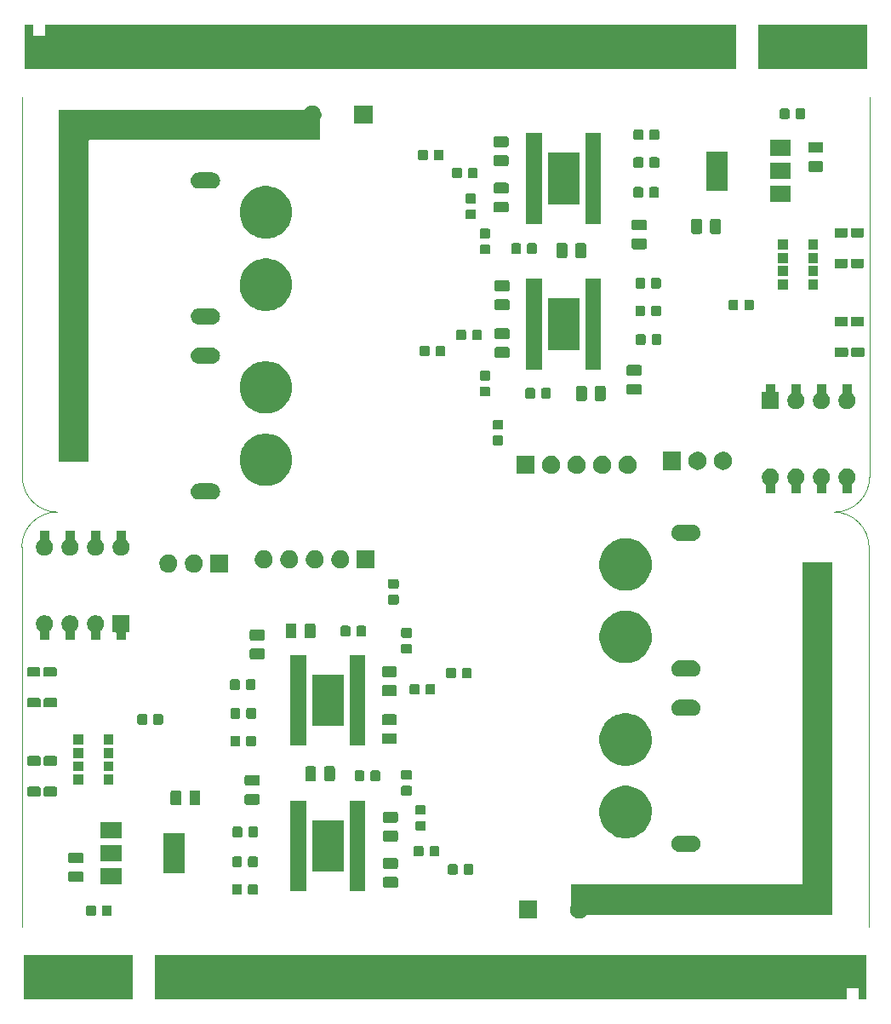
<source format=gts>
G04 #@! TF.GenerationSoftware,KiCad,Pcbnew,(5.1.5)-3*
G04 #@! TF.CreationDate,2020-03-04T22:49:45+09:00*
G04 #@! TF.ProjectId,CAN_Dual_MDexpress,43414e5f-4475-4616-9c5f-4d4465787072,rev?*
G04 #@! TF.SameCoordinates,Original*
G04 #@! TF.FileFunction,Soldermask,Top*
G04 #@! TF.FilePolarity,Negative*
%FSLAX46Y46*%
G04 Gerber Fmt 4.6, Leading zero omitted, Abs format (unit mm)*
G04 Created by KiCad (PCBNEW (5.1.5)-3) date 2020-03-04 22:49:45*
%MOMM*%
%LPD*%
G04 APERTURE LIST*
%ADD10C,0.100000*%
G04 APERTURE END LIST*
D10*
X199680000Y-86500000D02*
X199680000Y-48750000D01*
X199680000Y-86500000D02*
G75*
G02X196180000Y-90000000I-3500000J0D01*
G01*
X118880000Y-90000000D02*
G75*
G02X115380000Y-86500000I0J3500000D01*
G01*
X115380000Y-86500000D02*
X115380000Y-48750000D01*
X115320000Y-93500000D02*
G75*
G02X118820000Y-90000000I3500000J0D01*
G01*
X196120000Y-90000000D02*
G75*
G02X199620000Y-93500000I0J-3500000D01*
G01*
X115320000Y-93500000D02*
X115320000Y-131250000D01*
X199620000Y-93500000D02*
X199620000Y-131250000D01*
G36*
X199371000Y-138401000D02*
G01*
X198569000Y-138401000D01*
X198569000Y-137425999D01*
X198566598Y-137401613D01*
X198559485Y-137378164D01*
X198547934Y-137356553D01*
X198532389Y-137337611D01*
X198513447Y-137322066D01*
X198491836Y-137310515D01*
X198468387Y-137303402D01*
X198444001Y-137301000D01*
X197495999Y-137301000D01*
X197471613Y-137303402D01*
X197448164Y-137310515D01*
X197426553Y-137322066D01*
X197407611Y-137337611D01*
X197392066Y-137356553D01*
X197380515Y-137378164D01*
X197373402Y-137401613D01*
X197371000Y-137425999D01*
X197371000Y-138401000D01*
X128569000Y-138401000D01*
X128569000Y-133999000D01*
X199371000Y-133999000D01*
X199371000Y-138401000D01*
G37*
G36*
X126371000Y-138401000D02*
G01*
X115569000Y-138401000D01*
X115569000Y-133999000D01*
X126371000Y-133999000D01*
X126371000Y-138401000D01*
G37*
G36*
X196000000Y-130000000D02*
G01*
X171596347Y-130000000D01*
X171571961Y-130002402D01*
X171548512Y-130009515D01*
X171526901Y-130021066D01*
X171507959Y-130036611D01*
X171492422Y-130055544D01*
X171479853Y-130074354D01*
X171354354Y-130199853D01*
X171206784Y-130298456D01*
X171042812Y-130366376D01*
X170893512Y-130396073D01*
X170868742Y-130401000D01*
X170691258Y-130401000D01*
X170666488Y-130396073D01*
X170517188Y-130366376D01*
X170353216Y-130298456D01*
X170205646Y-130199853D01*
X170080147Y-130074354D01*
X170062528Y-130047986D01*
X170046986Y-130029047D01*
X170028043Y-130013502D01*
X170010986Y-130005435D01*
X170011088Y-130005244D01*
X170001277Y-130000000D01*
X170000000Y-130000000D01*
X170000000Y-129992322D01*
X169997598Y-129967936D01*
X169990485Y-129944487D01*
X169983343Y-129931126D01*
X169981544Y-129926784D01*
X169913624Y-129762812D01*
X169879000Y-129588741D01*
X169879000Y-129411259D01*
X169913624Y-129237188D01*
X169981544Y-129073216D01*
X169981545Y-129073215D01*
X169983342Y-129068876D01*
X169990485Y-129055514D01*
X169997598Y-129032065D01*
X170000000Y-129007678D01*
X170000000Y-127000000D01*
X192875001Y-127000000D01*
X192899387Y-126997598D01*
X192922836Y-126990485D01*
X192944447Y-126978934D01*
X192963389Y-126963389D01*
X192978934Y-126944447D01*
X192990485Y-126922836D01*
X192997598Y-126899387D01*
X193000000Y-126875001D01*
X193000000Y-95000000D01*
X196000000Y-95000000D01*
X196000000Y-130000000D01*
G37*
G36*
X166601000Y-130401000D02*
G01*
X164799000Y-130401000D01*
X164799000Y-128599000D01*
X166601000Y-128599000D01*
X166601000Y-130401000D01*
G37*
G36*
X122542091Y-129078085D02*
G01*
X122576069Y-129088393D01*
X122607390Y-129105134D01*
X122634839Y-129127661D01*
X122657366Y-129155110D01*
X122674107Y-129186431D01*
X122684415Y-129220409D01*
X122688500Y-129261890D01*
X122688500Y-129938110D01*
X122684415Y-129979591D01*
X122674107Y-130013569D01*
X122657366Y-130044890D01*
X122634839Y-130072339D01*
X122607390Y-130094866D01*
X122576069Y-130111607D01*
X122542091Y-130121915D01*
X122500610Y-130126000D01*
X121899390Y-130126000D01*
X121857909Y-130121915D01*
X121823931Y-130111607D01*
X121792610Y-130094866D01*
X121765161Y-130072339D01*
X121742634Y-130044890D01*
X121725893Y-130013569D01*
X121715585Y-129979591D01*
X121711500Y-129938110D01*
X121711500Y-129261890D01*
X121715585Y-129220409D01*
X121725893Y-129186431D01*
X121742634Y-129155110D01*
X121765161Y-129127661D01*
X121792610Y-129105134D01*
X121823931Y-129088393D01*
X121857909Y-129078085D01*
X121899390Y-129074000D01*
X122500610Y-129074000D01*
X122542091Y-129078085D01*
G37*
G36*
X124117091Y-129078085D02*
G01*
X124151069Y-129088393D01*
X124182390Y-129105134D01*
X124209839Y-129127661D01*
X124232366Y-129155110D01*
X124249107Y-129186431D01*
X124259415Y-129220409D01*
X124263500Y-129261890D01*
X124263500Y-129938110D01*
X124259415Y-129979591D01*
X124249107Y-130013569D01*
X124232366Y-130044890D01*
X124209839Y-130072339D01*
X124182390Y-130094866D01*
X124151069Y-130111607D01*
X124117091Y-130121915D01*
X124075610Y-130126000D01*
X123474390Y-130126000D01*
X123432909Y-130121915D01*
X123398931Y-130111607D01*
X123367610Y-130094866D01*
X123340161Y-130072339D01*
X123317634Y-130044890D01*
X123300893Y-130013569D01*
X123290585Y-129979591D01*
X123286500Y-129938110D01*
X123286500Y-129261890D01*
X123290585Y-129220409D01*
X123300893Y-129186431D01*
X123317634Y-129155110D01*
X123340161Y-129127661D01*
X123367610Y-129105134D01*
X123398931Y-129088393D01*
X123432909Y-129078085D01*
X123474390Y-129074000D01*
X124075610Y-129074000D01*
X124117091Y-129078085D01*
G37*
G36*
X137090591Y-126978085D02*
G01*
X137124569Y-126988393D01*
X137155890Y-127005134D01*
X137183339Y-127027661D01*
X137205866Y-127055110D01*
X137222607Y-127086431D01*
X137232915Y-127120409D01*
X137237000Y-127161890D01*
X137237000Y-127838110D01*
X137232915Y-127879591D01*
X137222607Y-127913569D01*
X137205866Y-127944890D01*
X137183339Y-127972339D01*
X137155890Y-127994866D01*
X137124569Y-128011607D01*
X137090591Y-128021915D01*
X137049110Y-128026000D01*
X136447890Y-128026000D01*
X136406409Y-128021915D01*
X136372431Y-128011607D01*
X136341110Y-127994866D01*
X136313661Y-127972339D01*
X136291134Y-127944890D01*
X136274393Y-127913569D01*
X136264085Y-127879591D01*
X136260000Y-127838110D01*
X136260000Y-127161890D01*
X136264085Y-127120409D01*
X136274393Y-127086431D01*
X136291134Y-127055110D01*
X136313661Y-127027661D01*
X136341110Y-127005134D01*
X136372431Y-126988393D01*
X136406409Y-126978085D01*
X136447890Y-126974000D01*
X137049110Y-126974000D01*
X137090591Y-126978085D01*
G37*
G36*
X138665591Y-126978085D02*
G01*
X138699569Y-126988393D01*
X138730890Y-127005134D01*
X138758339Y-127027661D01*
X138780866Y-127055110D01*
X138797607Y-127086431D01*
X138807915Y-127120409D01*
X138812000Y-127161890D01*
X138812000Y-127838110D01*
X138807915Y-127879591D01*
X138797607Y-127913569D01*
X138780866Y-127944890D01*
X138758339Y-127972339D01*
X138730890Y-127994866D01*
X138699569Y-128011607D01*
X138665591Y-128021915D01*
X138624110Y-128026000D01*
X138022890Y-128026000D01*
X137981409Y-128021915D01*
X137947431Y-128011607D01*
X137916110Y-127994866D01*
X137888661Y-127972339D01*
X137866134Y-127944890D01*
X137849393Y-127913569D01*
X137839085Y-127879591D01*
X137835000Y-127838110D01*
X137835000Y-127161890D01*
X137839085Y-127120409D01*
X137849393Y-127086431D01*
X137866134Y-127055110D01*
X137888661Y-127027661D01*
X137916110Y-127005134D01*
X137947431Y-126988393D01*
X137981409Y-126978085D01*
X138022890Y-126974000D01*
X138624110Y-126974000D01*
X138665591Y-126978085D01*
G37*
G36*
X149498500Y-127653000D02*
G01*
X147921500Y-127653000D01*
X147921500Y-118651000D01*
X149498500Y-118651000D01*
X149498500Y-127653000D01*
G37*
G36*
X143622500Y-127653000D02*
G01*
X142045500Y-127653000D01*
X142045500Y-118651000D01*
X143622500Y-118651000D01*
X143622500Y-127653000D01*
G37*
G36*
X152584468Y-126266065D02*
G01*
X152623138Y-126277796D01*
X152658777Y-126296846D01*
X152690017Y-126322483D01*
X152715654Y-126353723D01*
X152734704Y-126389362D01*
X152746435Y-126428032D01*
X152751000Y-126474388D01*
X152751000Y-127125612D01*
X152746435Y-127171968D01*
X152734704Y-127210638D01*
X152715654Y-127246277D01*
X152690017Y-127277517D01*
X152658777Y-127303154D01*
X152623138Y-127322204D01*
X152584468Y-127333935D01*
X152538112Y-127338500D01*
X151461888Y-127338500D01*
X151415532Y-127333935D01*
X151376862Y-127322204D01*
X151341223Y-127303154D01*
X151309983Y-127277517D01*
X151284346Y-127246277D01*
X151265296Y-127210638D01*
X151253565Y-127171968D01*
X151249000Y-127125612D01*
X151249000Y-126474388D01*
X151253565Y-126428032D01*
X151265296Y-126389362D01*
X151284346Y-126353723D01*
X151309983Y-126322483D01*
X151341223Y-126296846D01*
X151376862Y-126277796D01*
X151415532Y-126266065D01*
X151461888Y-126261500D01*
X152538112Y-126261500D01*
X152584468Y-126266065D01*
G37*
G36*
X125251000Y-127001000D02*
G01*
X123149000Y-127001000D01*
X123149000Y-125399000D01*
X125251000Y-125399000D01*
X125251000Y-127001000D01*
G37*
G36*
X121284468Y-125703565D02*
G01*
X121323138Y-125715296D01*
X121358777Y-125734346D01*
X121390017Y-125759983D01*
X121415654Y-125791223D01*
X121434704Y-125826862D01*
X121446435Y-125865532D01*
X121451000Y-125911888D01*
X121451000Y-126563112D01*
X121446435Y-126609468D01*
X121434704Y-126648138D01*
X121415654Y-126683777D01*
X121390017Y-126715017D01*
X121358777Y-126740654D01*
X121323138Y-126759704D01*
X121284468Y-126771435D01*
X121238112Y-126776000D01*
X120161888Y-126776000D01*
X120115532Y-126771435D01*
X120076862Y-126759704D01*
X120041223Y-126740654D01*
X120009983Y-126715017D01*
X119984346Y-126683777D01*
X119965296Y-126648138D01*
X119953565Y-126609468D01*
X119949000Y-126563112D01*
X119949000Y-125911888D01*
X119953565Y-125865532D01*
X119965296Y-125826862D01*
X119984346Y-125791223D01*
X120009983Y-125759983D01*
X120041223Y-125734346D01*
X120076862Y-125715296D01*
X120115532Y-125703565D01*
X120161888Y-125699000D01*
X121238112Y-125699000D01*
X121284468Y-125703565D01*
G37*
G36*
X160117091Y-124978085D02*
G01*
X160151069Y-124988393D01*
X160182390Y-125005134D01*
X160209839Y-125027661D01*
X160232366Y-125055110D01*
X160249107Y-125086431D01*
X160259415Y-125120409D01*
X160263500Y-125161890D01*
X160263500Y-125838110D01*
X160259415Y-125879591D01*
X160249107Y-125913569D01*
X160232366Y-125944890D01*
X160209839Y-125972339D01*
X160182390Y-125994866D01*
X160151069Y-126011607D01*
X160117091Y-126021915D01*
X160075610Y-126026000D01*
X159474390Y-126026000D01*
X159432909Y-126021915D01*
X159398931Y-126011607D01*
X159367610Y-125994866D01*
X159340161Y-125972339D01*
X159317634Y-125944890D01*
X159300893Y-125913569D01*
X159290585Y-125879591D01*
X159286500Y-125838110D01*
X159286500Y-125161890D01*
X159290585Y-125120409D01*
X159300893Y-125086431D01*
X159317634Y-125055110D01*
X159340161Y-125027661D01*
X159367610Y-125005134D01*
X159398931Y-124988393D01*
X159432909Y-124978085D01*
X159474390Y-124974000D01*
X160075610Y-124974000D01*
X160117091Y-124978085D01*
G37*
G36*
X158542091Y-124978085D02*
G01*
X158576069Y-124988393D01*
X158607390Y-125005134D01*
X158634839Y-125027661D01*
X158657366Y-125055110D01*
X158674107Y-125086431D01*
X158684415Y-125120409D01*
X158688500Y-125161890D01*
X158688500Y-125838110D01*
X158684415Y-125879591D01*
X158674107Y-125913569D01*
X158657366Y-125944890D01*
X158634839Y-125972339D01*
X158607390Y-125994866D01*
X158576069Y-126011607D01*
X158542091Y-126021915D01*
X158500610Y-126026000D01*
X157899390Y-126026000D01*
X157857909Y-126021915D01*
X157823931Y-126011607D01*
X157792610Y-125994866D01*
X157765161Y-125972339D01*
X157742634Y-125944890D01*
X157725893Y-125913569D01*
X157715585Y-125879591D01*
X157711500Y-125838110D01*
X157711500Y-125161890D01*
X157715585Y-125120409D01*
X157725893Y-125086431D01*
X157742634Y-125055110D01*
X157765161Y-125027661D01*
X157792610Y-125005134D01*
X157823931Y-124988393D01*
X157857909Y-124978085D01*
X157899390Y-124974000D01*
X158500610Y-124974000D01*
X158542091Y-124978085D01*
G37*
G36*
X131551000Y-125851000D02*
G01*
X129449000Y-125851000D01*
X129449000Y-121949000D01*
X131551000Y-121949000D01*
X131551000Y-125851000D01*
G37*
G36*
X147323000Y-125703000D02*
G01*
X144221000Y-125703000D01*
X144221000Y-120601000D01*
X147323000Y-120601000D01*
X147323000Y-125703000D01*
G37*
G36*
X152584468Y-124391065D02*
G01*
X152623138Y-124402796D01*
X152658777Y-124421846D01*
X152690017Y-124447483D01*
X152715654Y-124478723D01*
X152734704Y-124514362D01*
X152746435Y-124553032D01*
X152751000Y-124599388D01*
X152751000Y-125250612D01*
X152746435Y-125296968D01*
X152734704Y-125335638D01*
X152715654Y-125371277D01*
X152690017Y-125402517D01*
X152658777Y-125428154D01*
X152623138Y-125447204D01*
X152584468Y-125458935D01*
X152538112Y-125463500D01*
X151461888Y-125463500D01*
X151415532Y-125458935D01*
X151376862Y-125447204D01*
X151341223Y-125428154D01*
X151309983Y-125402517D01*
X151284346Y-125371277D01*
X151265296Y-125335638D01*
X151253565Y-125296968D01*
X151249000Y-125250612D01*
X151249000Y-124599388D01*
X151253565Y-124553032D01*
X151265296Y-124514362D01*
X151284346Y-124478723D01*
X151309983Y-124447483D01*
X151341223Y-124421846D01*
X151376862Y-124402796D01*
X151415532Y-124391065D01*
X151461888Y-124386500D01*
X152538112Y-124386500D01*
X152584468Y-124391065D01*
G37*
G36*
X138665591Y-124228085D02*
G01*
X138699569Y-124238393D01*
X138730890Y-124255134D01*
X138758339Y-124277661D01*
X138780866Y-124305110D01*
X138797607Y-124336431D01*
X138807915Y-124370409D01*
X138812000Y-124411890D01*
X138812000Y-125088110D01*
X138807915Y-125129591D01*
X138797607Y-125163569D01*
X138780866Y-125194890D01*
X138758339Y-125222339D01*
X138730890Y-125244866D01*
X138699569Y-125261607D01*
X138665591Y-125271915D01*
X138624110Y-125276000D01*
X138022890Y-125276000D01*
X137981409Y-125271915D01*
X137947431Y-125261607D01*
X137916110Y-125244866D01*
X137888661Y-125222339D01*
X137866134Y-125194890D01*
X137849393Y-125163569D01*
X137839085Y-125129591D01*
X137835000Y-125088110D01*
X137835000Y-124411890D01*
X137839085Y-124370409D01*
X137849393Y-124336431D01*
X137866134Y-124305110D01*
X137888661Y-124277661D01*
X137916110Y-124255134D01*
X137947431Y-124238393D01*
X137981409Y-124228085D01*
X138022890Y-124224000D01*
X138624110Y-124224000D01*
X138665591Y-124228085D01*
G37*
G36*
X137090591Y-124228085D02*
G01*
X137124569Y-124238393D01*
X137155890Y-124255134D01*
X137183339Y-124277661D01*
X137205866Y-124305110D01*
X137222607Y-124336431D01*
X137232915Y-124370409D01*
X137237000Y-124411890D01*
X137237000Y-125088110D01*
X137232915Y-125129591D01*
X137222607Y-125163569D01*
X137205866Y-125194890D01*
X137183339Y-125222339D01*
X137155890Y-125244866D01*
X137124569Y-125261607D01*
X137090591Y-125271915D01*
X137049110Y-125276000D01*
X136447890Y-125276000D01*
X136406409Y-125271915D01*
X136372431Y-125261607D01*
X136341110Y-125244866D01*
X136313661Y-125222339D01*
X136291134Y-125194890D01*
X136274393Y-125163569D01*
X136264085Y-125129591D01*
X136260000Y-125088110D01*
X136260000Y-124411890D01*
X136264085Y-124370409D01*
X136274393Y-124336431D01*
X136291134Y-124305110D01*
X136313661Y-124277661D01*
X136341110Y-124255134D01*
X136372431Y-124238393D01*
X136406409Y-124228085D01*
X136447890Y-124224000D01*
X137049110Y-124224000D01*
X137090591Y-124228085D01*
G37*
G36*
X121284468Y-123828565D02*
G01*
X121323138Y-123840296D01*
X121358777Y-123859346D01*
X121390017Y-123884983D01*
X121415654Y-123916223D01*
X121434704Y-123951862D01*
X121446435Y-123990532D01*
X121451000Y-124036888D01*
X121451000Y-124688112D01*
X121446435Y-124734468D01*
X121434704Y-124773138D01*
X121415654Y-124808777D01*
X121390017Y-124840017D01*
X121358777Y-124865654D01*
X121323138Y-124884704D01*
X121284468Y-124896435D01*
X121238112Y-124901000D01*
X120161888Y-124901000D01*
X120115532Y-124896435D01*
X120076862Y-124884704D01*
X120041223Y-124865654D01*
X120009983Y-124840017D01*
X119984346Y-124808777D01*
X119965296Y-124773138D01*
X119953565Y-124734468D01*
X119949000Y-124688112D01*
X119949000Y-124036888D01*
X119953565Y-123990532D01*
X119965296Y-123951862D01*
X119984346Y-123916223D01*
X120009983Y-123884983D01*
X120041223Y-123859346D01*
X120076862Y-123840296D01*
X120115532Y-123828565D01*
X120161888Y-123824000D01*
X121238112Y-123824000D01*
X121284468Y-123828565D01*
G37*
G36*
X125251000Y-124701000D02*
G01*
X123149000Y-124701000D01*
X123149000Y-123099000D01*
X125251000Y-123099000D01*
X125251000Y-124701000D01*
G37*
G36*
X155142091Y-123178085D02*
G01*
X155176069Y-123188393D01*
X155207390Y-123205134D01*
X155234839Y-123227661D01*
X155257366Y-123255110D01*
X155274107Y-123286431D01*
X155284415Y-123320409D01*
X155288500Y-123361890D01*
X155288500Y-124038110D01*
X155284415Y-124079591D01*
X155274107Y-124113569D01*
X155257366Y-124144890D01*
X155234839Y-124172339D01*
X155207390Y-124194866D01*
X155176069Y-124211607D01*
X155142091Y-124221915D01*
X155100610Y-124226000D01*
X154499390Y-124226000D01*
X154457909Y-124221915D01*
X154423931Y-124211607D01*
X154392610Y-124194866D01*
X154365161Y-124172339D01*
X154342634Y-124144890D01*
X154325893Y-124113569D01*
X154315585Y-124079591D01*
X154311500Y-124038110D01*
X154311500Y-123361890D01*
X154315585Y-123320409D01*
X154325893Y-123286431D01*
X154342634Y-123255110D01*
X154365161Y-123227661D01*
X154392610Y-123205134D01*
X154423931Y-123188393D01*
X154457909Y-123178085D01*
X154499390Y-123174000D01*
X155100610Y-123174000D01*
X155142091Y-123178085D01*
G37*
G36*
X156717091Y-123178085D02*
G01*
X156751069Y-123188393D01*
X156782390Y-123205134D01*
X156809839Y-123227661D01*
X156832366Y-123255110D01*
X156849107Y-123286431D01*
X156859415Y-123320409D01*
X156863500Y-123361890D01*
X156863500Y-124038110D01*
X156859415Y-124079591D01*
X156849107Y-124113569D01*
X156832366Y-124144890D01*
X156809839Y-124172339D01*
X156782390Y-124194866D01*
X156751069Y-124211607D01*
X156717091Y-124221915D01*
X156675610Y-124226000D01*
X156074390Y-124226000D01*
X156032909Y-124221915D01*
X155998931Y-124211607D01*
X155967610Y-124194866D01*
X155940161Y-124172339D01*
X155917634Y-124144890D01*
X155900893Y-124113569D01*
X155890585Y-124079591D01*
X155886500Y-124038110D01*
X155886500Y-123361890D01*
X155890585Y-123320409D01*
X155900893Y-123286431D01*
X155917634Y-123255110D01*
X155940161Y-123227661D01*
X155967610Y-123205134D01*
X155998931Y-123188393D01*
X156032909Y-123178085D01*
X156074390Y-123174000D01*
X156675610Y-123174000D01*
X156717091Y-123178085D01*
G37*
G36*
X182128571Y-122152863D02*
G01*
X182207023Y-122160590D01*
X182307682Y-122191125D01*
X182358013Y-122206392D01*
X182497165Y-122280771D01*
X182619133Y-122380867D01*
X182719229Y-122502835D01*
X182793608Y-122641987D01*
X182804386Y-122677517D01*
X182839410Y-122792977D01*
X182854875Y-122950000D01*
X182839410Y-123107023D01*
X182817669Y-123178693D01*
X182793608Y-123258013D01*
X182719229Y-123397165D01*
X182619133Y-123519133D01*
X182497165Y-123619229D01*
X182358013Y-123693608D01*
X182307682Y-123708875D01*
X182207023Y-123739410D01*
X182128571Y-123747137D01*
X182089346Y-123751000D01*
X180710654Y-123751000D01*
X180671429Y-123747137D01*
X180592977Y-123739410D01*
X180492318Y-123708875D01*
X180441987Y-123693608D01*
X180302835Y-123619229D01*
X180180867Y-123519133D01*
X180080771Y-123397165D01*
X180006392Y-123258013D01*
X179982331Y-123178693D01*
X179960590Y-123107023D01*
X179945125Y-122950000D01*
X179960590Y-122792977D01*
X179995614Y-122677517D01*
X180006392Y-122641987D01*
X180080771Y-122502835D01*
X180180867Y-122380867D01*
X180302835Y-122280771D01*
X180441987Y-122206392D01*
X180492318Y-122191125D01*
X180592977Y-122160590D01*
X180671429Y-122152863D01*
X180710654Y-122149000D01*
X182089346Y-122149000D01*
X182128571Y-122152863D01*
G37*
G36*
X152584468Y-121666065D02*
G01*
X152623138Y-121677796D01*
X152658777Y-121696846D01*
X152690017Y-121722483D01*
X152715654Y-121753723D01*
X152734704Y-121789362D01*
X152746435Y-121828032D01*
X152751000Y-121874388D01*
X152751000Y-122525612D01*
X152746435Y-122571968D01*
X152734704Y-122610638D01*
X152715654Y-122646277D01*
X152690017Y-122677517D01*
X152658777Y-122703154D01*
X152623138Y-122722204D01*
X152584468Y-122733935D01*
X152538112Y-122738500D01*
X151461888Y-122738500D01*
X151415532Y-122733935D01*
X151376862Y-122722204D01*
X151341223Y-122703154D01*
X151309983Y-122677517D01*
X151284346Y-122646277D01*
X151265296Y-122610638D01*
X151253565Y-122571968D01*
X151249000Y-122525612D01*
X151249000Y-121874388D01*
X151253565Y-121828032D01*
X151265296Y-121789362D01*
X151284346Y-121753723D01*
X151309983Y-121722483D01*
X151341223Y-121696846D01*
X151376862Y-121677796D01*
X151415532Y-121666065D01*
X151461888Y-121661500D01*
X152538112Y-121661500D01*
X152584468Y-121666065D01*
G37*
G36*
X175863122Y-117240164D02*
G01*
X176158684Y-117298955D01*
X176354752Y-117380169D01*
X176632034Y-117495023D01*
X176773393Y-117589476D01*
X177058041Y-117779671D01*
X177420329Y-118141959D01*
X177610524Y-118426607D01*
X177704977Y-118567966D01*
X177803884Y-118806750D01*
X177901045Y-119041316D01*
X177906915Y-119070826D01*
X178001000Y-119543823D01*
X178001000Y-120056177D01*
X177951022Y-120307430D01*
X177901045Y-120558684D01*
X177831051Y-120727664D01*
X177704977Y-121032034D01*
X177704976Y-121032035D01*
X177420329Y-121458041D01*
X177058041Y-121820329D01*
X176865470Y-121949000D01*
X176632034Y-122104977D01*
X176387196Y-122206392D01*
X176158684Y-122301045D01*
X175907430Y-122351023D01*
X175656177Y-122401000D01*
X175143823Y-122401000D01*
X174892570Y-122351023D01*
X174641316Y-122301045D01*
X174412804Y-122206392D01*
X174167966Y-122104977D01*
X173934530Y-121949000D01*
X173741959Y-121820329D01*
X173379671Y-121458041D01*
X173095024Y-121032035D01*
X173095023Y-121032034D01*
X172968949Y-120727664D01*
X172898955Y-120558684D01*
X172848978Y-120307430D01*
X172799000Y-120056177D01*
X172799000Y-119543823D01*
X172893085Y-119070826D01*
X172898955Y-119041316D01*
X172996116Y-118806750D01*
X173095023Y-118567966D01*
X173189476Y-118426607D01*
X173379671Y-118141959D01*
X173741959Y-117779671D01*
X174026607Y-117589476D01*
X174167966Y-117495023D01*
X174445248Y-117380169D01*
X174641316Y-117298955D01*
X174936878Y-117240164D01*
X175143823Y-117199000D01*
X175656177Y-117199000D01*
X175863122Y-117240164D01*
G37*
G36*
X125251000Y-122401000D02*
G01*
X123149000Y-122401000D01*
X123149000Y-120799000D01*
X125251000Y-120799000D01*
X125251000Y-122401000D01*
G37*
G36*
X138691091Y-121263085D02*
G01*
X138725069Y-121273393D01*
X138756390Y-121290134D01*
X138783839Y-121312661D01*
X138806366Y-121340110D01*
X138823107Y-121371431D01*
X138833415Y-121405409D01*
X138837500Y-121446890D01*
X138837500Y-122123110D01*
X138833415Y-122164591D01*
X138823107Y-122198569D01*
X138806366Y-122229890D01*
X138783839Y-122257339D01*
X138756390Y-122279866D01*
X138725069Y-122296607D01*
X138691091Y-122306915D01*
X138649610Y-122311000D01*
X138048390Y-122311000D01*
X138006909Y-122306915D01*
X137972931Y-122296607D01*
X137941610Y-122279866D01*
X137914161Y-122257339D01*
X137891634Y-122229890D01*
X137874893Y-122198569D01*
X137864585Y-122164591D01*
X137860500Y-122123110D01*
X137860500Y-121446890D01*
X137864585Y-121405409D01*
X137874893Y-121371431D01*
X137891634Y-121340110D01*
X137914161Y-121312661D01*
X137941610Y-121290134D01*
X137972931Y-121273393D01*
X138006909Y-121263085D01*
X138048390Y-121259000D01*
X138649610Y-121259000D01*
X138691091Y-121263085D01*
G37*
G36*
X137116091Y-121263085D02*
G01*
X137150069Y-121273393D01*
X137181390Y-121290134D01*
X137208839Y-121312661D01*
X137231366Y-121340110D01*
X137248107Y-121371431D01*
X137258415Y-121405409D01*
X137262500Y-121446890D01*
X137262500Y-122123110D01*
X137258415Y-122164591D01*
X137248107Y-122198569D01*
X137231366Y-122229890D01*
X137208839Y-122257339D01*
X137181390Y-122279866D01*
X137150069Y-122296607D01*
X137116091Y-122306915D01*
X137074610Y-122311000D01*
X136473390Y-122311000D01*
X136431909Y-122306915D01*
X136397931Y-122296607D01*
X136366610Y-122279866D01*
X136339161Y-122257339D01*
X136316634Y-122229890D01*
X136299893Y-122198569D01*
X136289585Y-122164591D01*
X136285500Y-122123110D01*
X136285500Y-121446890D01*
X136289585Y-121405409D01*
X136299893Y-121371431D01*
X136316634Y-121340110D01*
X136339161Y-121312661D01*
X136366610Y-121290134D01*
X136397931Y-121273393D01*
X136431909Y-121263085D01*
X136473390Y-121259000D01*
X137074610Y-121259000D01*
X137116091Y-121263085D01*
G37*
G36*
X155379591Y-120690585D02*
G01*
X155413569Y-120700893D01*
X155444890Y-120717634D01*
X155472339Y-120740161D01*
X155494866Y-120767610D01*
X155511607Y-120798931D01*
X155521915Y-120832909D01*
X155526000Y-120874390D01*
X155526000Y-121475610D01*
X155521915Y-121517091D01*
X155511607Y-121551069D01*
X155494866Y-121582390D01*
X155472339Y-121609839D01*
X155444890Y-121632366D01*
X155413569Y-121649107D01*
X155379591Y-121659415D01*
X155338110Y-121663500D01*
X154661890Y-121663500D01*
X154620409Y-121659415D01*
X154586431Y-121649107D01*
X154555110Y-121632366D01*
X154527661Y-121609839D01*
X154505134Y-121582390D01*
X154488393Y-121551069D01*
X154478085Y-121517091D01*
X154474000Y-121475610D01*
X154474000Y-120874390D01*
X154478085Y-120832909D01*
X154488393Y-120798931D01*
X154505134Y-120767610D01*
X154527661Y-120740161D01*
X154555110Y-120717634D01*
X154586431Y-120700893D01*
X154620409Y-120690585D01*
X154661890Y-120686500D01*
X155338110Y-120686500D01*
X155379591Y-120690585D01*
G37*
G36*
X152584468Y-119791065D02*
G01*
X152623138Y-119802796D01*
X152658777Y-119821846D01*
X152690017Y-119847483D01*
X152715654Y-119878723D01*
X152734704Y-119914362D01*
X152746435Y-119953032D01*
X152751000Y-119999388D01*
X152751000Y-120650612D01*
X152746435Y-120696968D01*
X152734704Y-120735638D01*
X152715654Y-120771277D01*
X152690017Y-120802517D01*
X152658777Y-120828154D01*
X152623138Y-120847204D01*
X152584468Y-120858935D01*
X152538112Y-120863500D01*
X151461888Y-120863500D01*
X151415532Y-120858935D01*
X151376862Y-120847204D01*
X151341223Y-120828154D01*
X151309983Y-120802517D01*
X151284346Y-120771277D01*
X151265296Y-120735638D01*
X151253565Y-120696968D01*
X151249000Y-120650612D01*
X151249000Y-119999388D01*
X151253565Y-119953032D01*
X151265296Y-119914362D01*
X151284346Y-119878723D01*
X151309983Y-119847483D01*
X151341223Y-119821846D01*
X151376862Y-119802796D01*
X151415532Y-119791065D01*
X151461888Y-119786500D01*
X152538112Y-119786500D01*
X152584468Y-119791065D01*
G37*
G36*
X155379591Y-119115585D02*
G01*
X155413569Y-119125893D01*
X155444890Y-119142634D01*
X155472339Y-119165161D01*
X155494866Y-119192610D01*
X155511607Y-119223931D01*
X155521915Y-119257909D01*
X155526000Y-119299390D01*
X155526000Y-119900610D01*
X155521915Y-119942091D01*
X155511607Y-119976069D01*
X155494866Y-120007390D01*
X155472339Y-120034839D01*
X155444890Y-120057366D01*
X155413569Y-120074107D01*
X155379591Y-120084415D01*
X155338110Y-120088500D01*
X154661890Y-120088500D01*
X154620409Y-120084415D01*
X154586431Y-120074107D01*
X154555110Y-120057366D01*
X154527661Y-120034839D01*
X154505134Y-120007390D01*
X154488393Y-119976069D01*
X154478085Y-119942091D01*
X154474000Y-119900610D01*
X154474000Y-119299390D01*
X154478085Y-119257909D01*
X154488393Y-119223931D01*
X154505134Y-119192610D01*
X154527661Y-119165161D01*
X154555110Y-119142634D01*
X154586431Y-119125893D01*
X154620409Y-119115585D01*
X154661890Y-119111500D01*
X155338110Y-119111500D01*
X155379591Y-119115585D01*
G37*
G36*
X131034468Y-117653565D02*
G01*
X131073138Y-117665296D01*
X131108777Y-117684346D01*
X131140017Y-117709983D01*
X131165654Y-117741223D01*
X131184704Y-117776862D01*
X131196435Y-117815532D01*
X131201000Y-117861888D01*
X131201000Y-118938112D01*
X131196435Y-118984468D01*
X131184704Y-119023138D01*
X131165654Y-119058777D01*
X131140017Y-119090017D01*
X131108777Y-119115654D01*
X131073138Y-119134704D01*
X131034468Y-119146435D01*
X130988112Y-119151000D01*
X130336888Y-119151000D01*
X130290532Y-119146435D01*
X130251862Y-119134704D01*
X130216223Y-119115654D01*
X130184983Y-119090017D01*
X130159346Y-119058777D01*
X130140296Y-119023138D01*
X130128565Y-118984468D01*
X130124000Y-118938112D01*
X130124000Y-117861888D01*
X130128565Y-117815532D01*
X130140296Y-117776862D01*
X130159346Y-117741223D01*
X130184983Y-117709983D01*
X130216223Y-117684346D01*
X130251862Y-117665296D01*
X130290532Y-117653565D01*
X130336888Y-117649000D01*
X130988112Y-117649000D01*
X131034468Y-117653565D01*
G37*
G36*
X132909468Y-117653565D02*
G01*
X132948138Y-117665296D01*
X132983777Y-117684346D01*
X133015017Y-117709983D01*
X133040654Y-117741223D01*
X133059704Y-117776862D01*
X133071435Y-117815532D01*
X133076000Y-117861888D01*
X133076000Y-118938112D01*
X133071435Y-118984468D01*
X133059704Y-119023138D01*
X133040654Y-119058777D01*
X133015017Y-119090017D01*
X132983777Y-119115654D01*
X132948138Y-119134704D01*
X132909468Y-119146435D01*
X132863112Y-119151000D01*
X132211888Y-119151000D01*
X132165532Y-119146435D01*
X132126862Y-119134704D01*
X132091223Y-119115654D01*
X132059983Y-119090017D01*
X132034346Y-119058777D01*
X132015296Y-119023138D01*
X132003565Y-118984468D01*
X131999000Y-118938112D01*
X131999000Y-117861888D01*
X132003565Y-117815532D01*
X132015296Y-117776862D01*
X132034346Y-117741223D01*
X132059983Y-117709983D01*
X132091223Y-117684346D01*
X132126862Y-117665296D01*
X132165532Y-117653565D01*
X132211888Y-117649000D01*
X132863112Y-117649000D01*
X132909468Y-117653565D01*
G37*
G36*
X138834468Y-118003565D02*
G01*
X138873138Y-118015296D01*
X138908777Y-118034346D01*
X138940017Y-118059983D01*
X138965654Y-118091223D01*
X138984704Y-118126862D01*
X138996435Y-118165532D01*
X139001000Y-118211888D01*
X139001000Y-118863112D01*
X138996435Y-118909468D01*
X138984704Y-118948138D01*
X138965654Y-118983777D01*
X138940017Y-119015017D01*
X138908777Y-119040654D01*
X138873138Y-119059704D01*
X138834468Y-119071435D01*
X138788112Y-119076000D01*
X137711888Y-119076000D01*
X137665532Y-119071435D01*
X137626862Y-119059704D01*
X137591223Y-119040654D01*
X137559983Y-119015017D01*
X137534346Y-118983777D01*
X137515296Y-118948138D01*
X137503565Y-118909468D01*
X137499000Y-118863112D01*
X137499000Y-118211888D01*
X137503565Y-118165532D01*
X137515296Y-118126862D01*
X137534346Y-118091223D01*
X137559983Y-118059983D01*
X137591223Y-118034346D01*
X137626862Y-118015296D01*
X137665532Y-118003565D01*
X137711888Y-117999000D01*
X138788112Y-117999000D01*
X138834468Y-118003565D01*
G37*
G36*
X118680118Y-117293965D02*
G01*
X118712933Y-117303919D01*
X118743165Y-117320079D01*
X118769670Y-117341830D01*
X118791421Y-117368335D01*
X118807581Y-117398567D01*
X118817535Y-117431382D01*
X118821500Y-117471640D01*
X118821500Y-118060360D01*
X118817535Y-118100618D01*
X118807581Y-118133433D01*
X118791421Y-118163665D01*
X118769670Y-118190170D01*
X118743165Y-118211921D01*
X118712933Y-118228081D01*
X118680118Y-118238035D01*
X118639860Y-118242000D01*
X117676140Y-118242000D01*
X117635882Y-118238035D01*
X117603067Y-118228081D01*
X117572835Y-118211921D01*
X117546330Y-118190170D01*
X117524579Y-118163665D01*
X117508419Y-118133433D01*
X117498465Y-118100618D01*
X117494500Y-118060360D01*
X117494500Y-117471640D01*
X117498465Y-117431382D01*
X117508419Y-117398567D01*
X117524579Y-117368335D01*
X117546330Y-117341830D01*
X117572835Y-117320079D01*
X117603067Y-117303919D01*
X117635882Y-117293965D01*
X117676140Y-117290000D01*
X118639860Y-117290000D01*
X118680118Y-117293965D01*
G37*
G36*
X117055118Y-117293965D02*
G01*
X117087933Y-117303919D01*
X117118165Y-117320079D01*
X117144670Y-117341830D01*
X117166421Y-117368335D01*
X117182581Y-117398567D01*
X117192535Y-117431382D01*
X117196500Y-117471640D01*
X117196500Y-118060360D01*
X117192535Y-118100618D01*
X117182581Y-118133433D01*
X117166421Y-118163665D01*
X117144670Y-118190170D01*
X117118165Y-118211921D01*
X117087933Y-118228081D01*
X117055118Y-118238035D01*
X117014860Y-118242000D01*
X116051140Y-118242000D01*
X116010882Y-118238035D01*
X115978067Y-118228081D01*
X115947835Y-118211921D01*
X115921330Y-118190170D01*
X115899579Y-118163665D01*
X115883419Y-118133433D01*
X115873465Y-118100618D01*
X115869500Y-118060360D01*
X115869500Y-117471640D01*
X115873465Y-117431382D01*
X115883419Y-117398567D01*
X115899579Y-117368335D01*
X115921330Y-117341830D01*
X115947835Y-117320079D01*
X115978067Y-117303919D01*
X116010882Y-117293965D01*
X116051140Y-117290000D01*
X117014860Y-117290000D01*
X117055118Y-117293965D01*
G37*
G36*
X153979591Y-117203085D02*
G01*
X154013569Y-117213393D01*
X154044890Y-117230134D01*
X154072339Y-117252661D01*
X154094866Y-117280110D01*
X154111607Y-117311431D01*
X154121915Y-117345409D01*
X154126000Y-117386890D01*
X154126000Y-117988110D01*
X154121915Y-118029591D01*
X154111607Y-118063569D01*
X154094866Y-118094890D01*
X154072339Y-118122339D01*
X154044890Y-118144866D01*
X154013569Y-118161607D01*
X153979591Y-118171915D01*
X153938110Y-118176000D01*
X153261890Y-118176000D01*
X153220409Y-118171915D01*
X153186431Y-118161607D01*
X153155110Y-118144866D01*
X153127661Y-118122339D01*
X153105134Y-118094890D01*
X153088393Y-118063569D01*
X153078085Y-118029591D01*
X153074000Y-117988110D01*
X153074000Y-117386890D01*
X153078085Y-117345409D01*
X153088393Y-117311431D01*
X153105134Y-117280110D01*
X153127661Y-117252661D01*
X153155110Y-117230134D01*
X153186431Y-117213393D01*
X153220409Y-117203085D01*
X153261890Y-117199000D01*
X153938110Y-117199000D01*
X153979591Y-117203085D01*
G37*
G36*
X138834468Y-116128565D02*
G01*
X138873138Y-116140296D01*
X138908777Y-116159346D01*
X138940017Y-116184983D01*
X138965654Y-116216223D01*
X138984704Y-116251862D01*
X138996435Y-116290532D01*
X139001000Y-116336888D01*
X139001000Y-116988112D01*
X138996435Y-117034468D01*
X138984704Y-117073138D01*
X138965654Y-117108777D01*
X138940017Y-117140017D01*
X138908777Y-117165654D01*
X138873138Y-117184704D01*
X138834468Y-117196435D01*
X138788112Y-117201000D01*
X137711888Y-117201000D01*
X137665532Y-117196435D01*
X137626862Y-117184704D01*
X137591223Y-117165654D01*
X137559983Y-117140017D01*
X137534346Y-117108777D01*
X137515296Y-117073138D01*
X137503565Y-117034468D01*
X137499000Y-116988112D01*
X137499000Y-116336888D01*
X137503565Y-116290532D01*
X137515296Y-116251862D01*
X137534346Y-116216223D01*
X137559983Y-116184983D01*
X137591223Y-116159346D01*
X137626862Y-116140296D01*
X137665532Y-116128565D01*
X137711888Y-116124000D01*
X138788112Y-116124000D01*
X138834468Y-116128565D01*
G37*
G36*
X121451000Y-117101000D02*
G01*
X120449000Y-117101000D01*
X120449000Y-116099000D01*
X121451000Y-116099000D01*
X121451000Y-117101000D01*
G37*
G36*
X124451000Y-117101000D02*
G01*
X123449000Y-117101000D01*
X123449000Y-116099000D01*
X124451000Y-116099000D01*
X124451000Y-117101000D01*
G37*
G36*
X144434468Y-115253565D02*
G01*
X144473138Y-115265296D01*
X144508777Y-115284346D01*
X144540017Y-115309983D01*
X144565654Y-115341223D01*
X144584704Y-115376862D01*
X144596435Y-115415532D01*
X144601000Y-115461888D01*
X144601000Y-116538112D01*
X144596435Y-116584468D01*
X144584704Y-116623138D01*
X144565654Y-116658777D01*
X144540017Y-116690017D01*
X144508777Y-116715654D01*
X144473138Y-116734704D01*
X144434468Y-116746435D01*
X144388112Y-116751000D01*
X143736888Y-116751000D01*
X143690532Y-116746435D01*
X143651862Y-116734704D01*
X143616223Y-116715654D01*
X143584983Y-116690017D01*
X143559346Y-116658777D01*
X143540296Y-116623138D01*
X143528565Y-116584468D01*
X143524000Y-116538112D01*
X143524000Y-115461888D01*
X143528565Y-115415532D01*
X143540296Y-115376862D01*
X143559346Y-115341223D01*
X143584983Y-115309983D01*
X143616223Y-115284346D01*
X143651862Y-115265296D01*
X143690532Y-115253565D01*
X143736888Y-115249000D01*
X144388112Y-115249000D01*
X144434468Y-115253565D01*
G37*
G36*
X146309468Y-115253565D02*
G01*
X146348138Y-115265296D01*
X146383777Y-115284346D01*
X146415017Y-115309983D01*
X146440654Y-115341223D01*
X146459704Y-115376862D01*
X146471435Y-115415532D01*
X146476000Y-115461888D01*
X146476000Y-116538112D01*
X146471435Y-116584468D01*
X146459704Y-116623138D01*
X146440654Y-116658777D01*
X146415017Y-116690017D01*
X146383777Y-116715654D01*
X146348138Y-116734704D01*
X146309468Y-116746435D01*
X146263112Y-116751000D01*
X145611888Y-116751000D01*
X145565532Y-116746435D01*
X145526862Y-116734704D01*
X145491223Y-116715654D01*
X145459983Y-116690017D01*
X145434346Y-116658777D01*
X145415296Y-116623138D01*
X145403565Y-116584468D01*
X145399000Y-116538112D01*
X145399000Y-115461888D01*
X145403565Y-115415532D01*
X145415296Y-115376862D01*
X145434346Y-115341223D01*
X145459983Y-115309983D01*
X145491223Y-115284346D01*
X145526862Y-115265296D01*
X145565532Y-115253565D01*
X145611888Y-115249000D01*
X146263112Y-115249000D01*
X146309468Y-115253565D01*
G37*
G36*
X149267091Y-115678085D02*
G01*
X149301069Y-115688393D01*
X149332390Y-115705134D01*
X149359839Y-115727661D01*
X149382366Y-115755110D01*
X149399107Y-115786431D01*
X149409415Y-115820409D01*
X149413500Y-115861890D01*
X149413500Y-116538110D01*
X149409415Y-116579591D01*
X149399107Y-116613569D01*
X149382366Y-116644890D01*
X149359839Y-116672339D01*
X149332390Y-116694866D01*
X149301069Y-116711607D01*
X149267091Y-116721915D01*
X149225610Y-116726000D01*
X148624390Y-116726000D01*
X148582909Y-116721915D01*
X148548931Y-116711607D01*
X148517610Y-116694866D01*
X148490161Y-116672339D01*
X148467634Y-116644890D01*
X148450893Y-116613569D01*
X148440585Y-116579591D01*
X148436500Y-116538110D01*
X148436500Y-115861890D01*
X148440585Y-115820409D01*
X148450893Y-115786431D01*
X148467634Y-115755110D01*
X148490161Y-115727661D01*
X148517610Y-115705134D01*
X148548931Y-115688393D01*
X148582909Y-115678085D01*
X148624390Y-115674000D01*
X149225610Y-115674000D01*
X149267091Y-115678085D01*
G37*
G36*
X150842091Y-115678085D02*
G01*
X150876069Y-115688393D01*
X150907390Y-115705134D01*
X150934839Y-115727661D01*
X150957366Y-115755110D01*
X150974107Y-115786431D01*
X150984415Y-115820409D01*
X150988500Y-115861890D01*
X150988500Y-116538110D01*
X150984415Y-116579591D01*
X150974107Y-116613569D01*
X150957366Y-116644890D01*
X150934839Y-116672339D01*
X150907390Y-116694866D01*
X150876069Y-116711607D01*
X150842091Y-116721915D01*
X150800610Y-116726000D01*
X150199390Y-116726000D01*
X150157909Y-116721915D01*
X150123931Y-116711607D01*
X150092610Y-116694866D01*
X150065161Y-116672339D01*
X150042634Y-116644890D01*
X150025893Y-116613569D01*
X150015585Y-116579591D01*
X150011500Y-116538110D01*
X150011500Y-115861890D01*
X150015585Y-115820409D01*
X150025893Y-115786431D01*
X150042634Y-115755110D01*
X150065161Y-115727661D01*
X150092610Y-115705134D01*
X150123931Y-115688393D01*
X150157909Y-115678085D01*
X150199390Y-115674000D01*
X150800610Y-115674000D01*
X150842091Y-115678085D01*
G37*
G36*
X153979591Y-115628085D02*
G01*
X154013569Y-115638393D01*
X154044890Y-115655134D01*
X154072339Y-115677661D01*
X154094866Y-115705110D01*
X154111607Y-115736431D01*
X154121915Y-115770409D01*
X154126000Y-115811890D01*
X154126000Y-116413110D01*
X154121915Y-116454591D01*
X154111607Y-116488569D01*
X154094866Y-116519890D01*
X154072339Y-116547339D01*
X154044890Y-116569866D01*
X154013569Y-116586607D01*
X153979591Y-116596915D01*
X153938110Y-116601000D01*
X153261890Y-116601000D01*
X153220409Y-116596915D01*
X153186431Y-116586607D01*
X153155110Y-116569866D01*
X153127661Y-116547339D01*
X153105134Y-116519890D01*
X153088393Y-116488569D01*
X153078085Y-116454591D01*
X153074000Y-116413110D01*
X153074000Y-115811890D01*
X153078085Y-115770409D01*
X153088393Y-115736431D01*
X153105134Y-115705110D01*
X153127661Y-115677661D01*
X153155110Y-115655134D01*
X153186431Y-115638393D01*
X153220409Y-115628085D01*
X153261890Y-115624000D01*
X153938110Y-115624000D01*
X153979591Y-115628085D01*
G37*
G36*
X124451000Y-115761000D02*
G01*
X123449000Y-115761000D01*
X123449000Y-114759000D01*
X124451000Y-114759000D01*
X124451000Y-115761000D01*
G37*
G36*
X121451000Y-115761000D02*
G01*
X120449000Y-115761000D01*
X120449000Y-114759000D01*
X121451000Y-114759000D01*
X121451000Y-115761000D01*
G37*
G36*
X175907430Y-110048977D02*
G01*
X176158684Y-110098955D01*
X176319002Y-110165361D01*
X176632034Y-110295023D01*
X176683484Y-110329401D01*
X177058041Y-110579671D01*
X177420329Y-110941959D01*
X177540165Y-111121307D01*
X177704977Y-111367966D01*
X177819831Y-111645248D01*
X177901045Y-111841316D01*
X177950384Y-112089362D01*
X178001000Y-112343823D01*
X178001000Y-112856177D01*
X177901045Y-113358683D01*
X177704977Y-113832034D01*
X177704976Y-113832035D01*
X177420329Y-114258041D01*
X177058041Y-114620329D01*
X176850504Y-114759000D01*
X176632034Y-114904977D01*
X176508853Y-114956000D01*
X176158684Y-115101045D01*
X175907430Y-115151023D01*
X175656177Y-115201000D01*
X175143823Y-115201000D01*
X174892570Y-115151023D01*
X174641316Y-115101045D01*
X174291147Y-114956000D01*
X174167966Y-114904977D01*
X173949496Y-114759000D01*
X173741959Y-114620329D01*
X173379671Y-114258041D01*
X173095024Y-113832035D01*
X173095023Y-113832034D01*
X172898955Y-113358683D01*
X172799000Y-112856177D01*
X172799000Y-112343823D01*
X172849616Y-112089362D01*
X172898955Y-111841316D01*
X172980169Y-111645248D01*
X173095023Y-111367966D01*
X173259835Y-111121307D01*
X173379671Y-110941959D01*
X173741959Y-110579671D01*
X174116516Y-110329401D01*
X174167966Y-110295023D01*
X174480998Y-110165361D01*
X174641316Y-110098955D01*
X174892570Y-110048977D01*
X175143823Y-109999000D01*
X175656177Y-109999000D01*
X175907430Y-110048977D01*
G37*
G36*
X117055118Y-114245965D02*
G01*
X117087933Y-114255919D01*
X117118165Y-114272079D01*
X117144670Y-114293830D01*
X117166421Y-114320335D01*
X117182581Y-114350567D01*
X117192535Y-114383382D01*
X117196500Y-114423640D01*
X117196500Y-115012360D01*
X117192535Y-115052618D01*
X117182581Y-115085433D01*
X117166421Y-115115665D01*
X117144670Y-115142170D01*
X117118165Y-115163921D01*
X117087933Y-115180081D01*
X117055118Y-115190035D01*
X117014860Y-115194000D01*
X116051140Y-115194000D01*
X116010882Y-115190035D01*
X115978067Y-115180081D01*
X115947835Y-115163921D01*
X115921330Y-115142170D01*
X115899579Y-115115665D01*
X115883419Y-115085433D01*
X115873465Y-115052618D01*
X115869500Y-115012360D01*
X115869500Y-114423640D01*
X115873465Y-114383382D01*
X115883419Y-114350567D01*
X115899579Y-114320335D01*
X115921330Y-114293830D01*
X115947835Y-114272079D01*
X115978067Y-114255919D01*
X116010882Y-114245965D01*
X116051140Y-114242000D01*
X117014860Y-114242000D01*
X117055118Y-114245965D01*
G37*
G36*
X118680118Y-114245965D02*
G01*
X118712933Y-114255919D01*
X118743165Y-114272079D01*
X118769670Y-114293830D01*
X118791421Y-114320335D01*
X118807581Y-114350567D01*
X118817535Y-114383382D01*
X118821500Y-114423640D01*
X118821500Y-115012360D01*
X118817535Y-115052618D01*
X118807581Y-115085433D01*
X118791421Y-115115665D01*
X118769670Y-115142170D01*
X118743165Y-115163921D01*
X118712933Y-115180081D01*
X118680118Y-115190035D01*
X118639860Y-115194000D01*
X117676140Y-115194000D01*
X117635882Y-115190035D01*
X117603067Y-115180081D01*
X117572835Y-115163921D01*
X117546330Y-115142170D01*
X117524579Y-115115665D01*
X117508419Y-115085433D01*
X117498465Y-115052618D01*
X117494500Y-115012360D01*
X117494500Y-114423640D01*
X117498465Y-114383382D01*
X117508419Y-114350567D01*
X117524579Y-114320335D01*
X117546330Y-114293830D01*
X117572835Y-114272079D01*
X117603067Y-114255919D01*
X117635882Y-114245965D01*
X117676140Y-114242000D01*
X118639860Y-114242000D01*
X118680118Y-114245965D01*
G37*
G36*
X124451000Y-114441000D02*
G01*
X123449000Y-114441000D01*
X123449000Y-113439000D01*
X124451000Y-113439000D01*
X124451000Y-114441000D01*
G37*
G36*
X121451000Y-114441000D02*
G01*
X120449000Y-114441000D01*
X120449000Y-113439000D01*
X121451000Y-113439000D01*
X121451000Y-114441000D01*
G37*
G36*
X136916091Y-112228085D02*
G01*
X136950069Y-112238393D01*
X136981390Y-112255134D01*
X137008839Y-112277661D01*
X137031366Y-112305110D01*
X137048107Y-112336431D01*
X137058415Y-112370409D01*
X137062500Y-112411890D01*
X137062500Y-113088110D01*
X137058415Y-113129591D01*
X137048107Y-113163569D01*
X137031366Y-113194890D01*
X137008839Y-113222339D01*
X136981390Y-113244866D01*
X136950069Y-113261607D01*
X136916091Y-113271915D01*
X136874610Y-113276000D01*
X136273390Y-113276000D01*
X136231909Y-113271915D01*
X136197931Y-113261607D01*
X136166610Y-113244866D01*
X136139161Y-113222339D01*
X136116634Y-113194890D01*
X136099893Y-113163569D01*
X136089585Y-113129591D01*
X136085500Y-113088110D01*
X136085500Y-112411890D01*
X136089585Y-112370409D01*
X136099893Y-112336431D01*
X136116634Y-112305110D01*
X136139161Y-112277661D01*
X136166610Y-112255134D01*
X136197931Y-112238393D01*
X136231909Y-112228085D01*
X136273390Y-112224000D01*
X136874610Y-112224000D01*
X136916091Y-112228085D01*
G37*
G36*
X138491091Y-112228085D02*
G01*
X138525069Y-112238393D01*
X138556390Y-112255134D01*
X138583839Y-112277661D01*
X138606366Y-112305110D01*
X138623107Y-112336431D01*
X138633415Y-112370409D01*
X138637500Y-112411890D01*
X138637500Y-113088110D01*
X138633415Y-113129591D01*
X138623107Y-113163569D01*
X138606366Y-113194890D01*
X138583839Y-113222339D01*
X138556390Y-113244866D01*
X138525069Y-113261607D01*
X138491091Y-113271915D01*
X138449610Y-113276000D01*
X137848390Y-113276000D01*
X137806909Y-113271915D01*
X137772931Y-113261607D01*
X137741610Y-113244866D01*
X137714161Y-113222339D01*
X137691634Y-113194890D01*
X137674893Y-113163569D01*
X137664585Y-113129591D01*
X137660500Y-113088110D01*
X137660500Y-112411890D01*
X137664585Y-112370409D01*
X137674893Y-112336431D01*
X137691634Y-112305110D01*
X137714161Y-112277661D01*
X137741610Y-112255134D01*
X137772931Y-112238393D01*
X137806909Y-112228085D01*
X137848390Y-112224000D01*
X138449610Y-112224000D01*
X138491091Y-112228085D01*
G37*
G36*
X143622500Y-113175000D02*
G01*
X142045500Y-113175000D01*
X142045500Y-104173000D01*
X143622500Y-104173000D01*
X143622500Y-113175000D01*
G37*
G36*
X149498500Y-113175000D02*
G01*
X147921500Y-113175000D01*
X147921500Y-104173000D01*
X149498500Y-104173000D01*
X149498500Y-113175000D01*
G37*
G36*
X121451000Y-113101000D02*
G01*
X120449000Y-113101000D01*
X120449000Y-112099000D01*
X121451000Y-112099000D01*
X121451000Y-113101000D01*
G37*
G36*
X124451000Y-113101000D02*
G01*
X123449000Y-113101000D01*
X123449000Y-112099000D01*
X124451000Y-112099000D01*
X124451000Y-113101000D01*
G37*
G36*
X152484468Y-111966065D02*
G01*
X152523138Y-111977796D01*
X152558777Y-111996846D01*
X152590017Y-112022483D01*
X152615654Y-112053723D01*
X152634704Y-112089362D01*
X152646435Y-112128032D01*
X152651000Y-112174388D01*
X152651000Y-112825612D01*
X152646435Y-112871968D01*
X152634704Y-112910638D01*
X152615654Y-112946277D01*
X152590017Y-112977517D01*
X152558777Y-113003154D01*
X152523138Y-113022204D01*
X152484468Y-113033935D01*
X152438112Y-113038500D01*
X151361888Y-113038500D01*
X151315532Y-113033935D01*
X151276862Y-113022204D01*
X151241223Y-113003154D01*
X151209983Y-112977517D01*
X151184346Y-112946277D01*
X151165296Y-112910638D01*
X151153565Y-112871968D01*
X151149000Y-112825612D01*
X151149000Y-112174388D01*
X151153565Y-112128032D01*
X151165296Y-112089362D01*
X151184346Y-112053723D01*
X151209983Y-112022483D01*
X151241223Y-111996846D01*
X151276862Y-111977796D01*
X151315532Y-111966065D01*
X151361888Y-111961500D01*
X152438112Y-111961500D01*
X152484468Y-111966065D01*
G37*
G36*
X147323000Y-111225000D02*
G01*
X144221000Y-111225000D01*
X144221000Y-106123000D01*
X147323000Y-106123000D01*
X147323000Y-111225000D01*
G37*
G36*
X152484468Y-110091065D02*
G01*
X152523138Y-110102796D01*
X152558777Y-110121846D01*
X152590017Y-110147483D01*
X152615654Y-110178723D01*
X152634704Y-110214362D01*
X152646435Y-110253032D01*
X152651000Y-110299388D01*
X152651000Y-110950612D01*
X152646435Y-110996968D01*
X152634704Y-111035638D01*
X152615654Y-111071277D01*
X152590017Y-111102517D01*
X152558777Y-111128154D01*
X152523138Y-111147204D01*
X152484468Y-111158935D01*
X152438112Y-111163500D01*
X151361888Y-111163500D01*
X151315532Y-111158935D01*
X151276862Y-111147204D01*
X151241223Y-111128154D01*
X151209983Y-111102517D01*
X151184346Y-111071277D01*
X151165296Y-111035638D01*
X151153565Y-110996968D01*
X151149000Y-110950612D01*
X151149000Y-110299388D01*
X151153565Y-110253032D01*
X151165296Y-110214362D01*
X151184346Y-110178723D01*
X151209983Y-110147483D01*
X151241223Y-110121846D01*
X151276862Y-110102796D01*
X151315532Y-110091065D01*
X151361888Y-110086500D01*
X152438112Y-110086500D01*
X152484468Y-110091065D01*
G37*
G36*
X129229591Y-110078085D02*
G01*
X129263569Y-110088393D01*
X129294890Y-110105134D01*
X129322339Y-110127661D01*
X129344866Y-110155110D01*
X129361607Y-110186431D01*
X129371915Y-110220409D01*
X129376000Y-110261890D01*
X129376000Y-110938110D01*
X129371915Y-110979591D01*
X129361607Y-111013569D01*
X129344866Y-111044890D01*
X129322339Y-111072339D01*
X129294890Y-111094866D01*
X129263569Y-111111607D01*
X129229591Y-111121915D01*
X129188110Y-111126000D01*
X128586890Y-111126000D01*
X128545409Y-111121915D01*
X128511431Y-111111607D01*
X128480110Y-111094866D01*
X128452661Y-111072339D01*
X128430134Y-111044890D01*
X128413393Y-111013569D01*
X128403085Y-110979591D01*
X128399000Y-110938110D01*
X128399000Y-110261890D01*
X128403085Y-110220409D01*
X128413393Y-110186431D01*
X128430134Y-110155110D01*
X128452661Y-110127661D01*
X128480110Y-110105134D01*
X128511431Y-110088393D01*
X128545409Y-110078085D01*
X128586890Y-110074000D01*
X129188110Y-110074000D01*
X129229591Y-110078085D01*
G37*
G36*
X127654591Y-110078085D02*
G01*
X127688569Y-110088393D01*
X127719890Y-110105134D01*
X127747339Y-110127661D01*
X127769866Y-110155110D01*
X127786607Y-110186431D01*
X127796915Y-110220409D01*
X127801000Y-110261890D01*
X127801000Y-110938110D01*
X127796915Y-110979591D01*
X127786607Y-111013569D01*
X127769866Y-111044890D01*
X127747339Y-111072339D01*
X127719890Y-111094866D01*
X127688569Y-111111607D01*
X127654591Y-111121915D01*
X127613110Y-111126000D01*
X127011890Y-111126000D01*
X126970409Y-111121915D01*
X126936431Y-111111607D01*
X126905110Y-111094866D01*
X126877661Y-111072339D01*
X126855134Y-111044890D01*
X126838393Y-111013569D01*
X126828085Y-110979591D01*
X126824000Y-110938110D01*
X126824000Y-110261890D01*
X126828085Y-110220409D01*
X126838393Y-110186431D01*
X126855134Y-110155110D01*
X126877661Y-110127661D01*
X126905110Y-110105134D01*
X126936431Y-110088393D01*
X126970409Y-110078085D01*
X127011890Y-110074000D01*
X127613110Y-110074000D01*
X127654591Y-110078085D01*
G37*
G36*
X138491091Y-109478085D02*
G01*
X138525069Y-109488393D01*
X138556390Y-109505134D01*
X138583839Y-109527661D01*
X138606366Y-109555110D01*
X138623107Y-109586431D01*
X138633415Y-109620409D01*
X138637500Y-109661890D01*
X138637500Y-110338110D01*
X138633415Y-110379591D01*
X138623107Y-110413569D01*
X138606366Y-110444890D01*
X138583839Y-110472339D01*
X138556390Y-110494866D01*
X138525069Y-110511607D01*
X138491091Y-110521915D01*
X138449610Y-110526000D01*
X137848390Y-110526000D01*
X137806909Y-110521915D01*
X137772931Y-110511607D01*
X137741610Y-110494866D01*
X137714161Y-110472339D01*
X137691634Y-110444890D01*
X137674893Y-110413569D01*
X137664585Y-110379591D01*
X137660500Y-110338110D01*
X137660500Y-109661890D01*
X137664585Y-109620409D01*
X137674893Y-109586431D01*
X137691634Y-109555110D01*
X137714161Y-109527661D01*
X137741610Y-109505134D01*
X137772931Y-109488393D01*
X137806909Y-109478085D01*
X137848390Y-109474000D01*
X138449610Y-109474000D01*
X138491091Y-109478085D01*
G37*
G36*
X136916091Y-109478085D02*
G01*
X136950069Y-109488393D01*
X136981390Y-109505134D01*
X137008839Y-109527661D01*
X137031366Y-109555110D01*
X137048107Y-109586431D01*
X137058415Y-109620409D01*
X137062500Y-109661890D01*
X137062500Y-110338110D01*
X137058415Y-110379591D01*
X137048107Y-110413569D01*
X137031366Y-110444890D01*
X137008839Y-110472339D01*
X136981390Y-110494866D01*
X136950069Y-110511607D01*
X136916091Y-110521915D01*
X136874610Y-110526000D01*
X136273390Y-110526000D01*
X136231909Y-110521915D01*
X136197931Y-110511607D01*
X136166610Y-110494866D01*
X136139161Y-110472339D01*
X136116634Y-110444890D01*
X136099893Y-110413569D01*
X136089585Y-110379591D01*
X136085500Y-110338110D01*
X136085500Y-109661890D01*
X136089585Y-109620409D01*
X136099893Y-109586431D01*
X136116634Y-109555110D01*
X136139161Y-109527661D01*
X136166610Y-109505134D01*
X136197931Y-109488393D01*
X136231909Y-109478085D01*
X136273390Y-109474000D01*
X136874610Y-109474000D01*
X136916091Y-109478085D01*
G37*
G36*
X182128571Y-108652863D02*
G01*
X182207023Y-108660590D01*
X182307682Y-108691125D01*
X182358013Y-108706392D01*
X182497165Y-108780771D01*
X182619133Y-108880867D01*
X182719229Y-109002835D01*
X182793608Y-109141987D01*
X182793608Y-109141988D01*
X182839410Y-109292977D01*
X182854875Y-109450000D01*
X182839410Y-109607023D01*
X182835349Y-109620409D01*
X182793608Y-109758013D01*
X182719229Y-109897165D01*
X182619133Y-110019133D01*
X182497165Y-110119229D01*
X182358013Y-110193608D01*
X182316624Y-110206163D01*
X182207023Y-110239410D01*
X182128571Y-110247137D01*
X182089346Y-110251000D01*
X180710654Y-110251000D01*
X180671429Y-110247137D01*
X180592977Y-110239410D01*
X180483376Y-110206163D01*
X180441987Y-110193608D01*
X180302835Y-110119229D01*
X180180867Y-110019133D01*
X180080771Y-109897165D01*
X180006392Y-109758013D01*
X179964651Y-109620409D01*
X179960590Y-109607023D01*
X179945125Y-109450000D01*
X179960590Y-109292977D01*
X180006392Y-109141988D01*
X180006392Y-109141987D01*
X180080771Y-109002835D01*
X180180867Y-108880867D01*
X180302835Y-108780771D01*
X180441987Y-108706392D01*
X180492318Y-108691125D01*
X180592977Y-108660590D01*
X180671429Y-108652863D01*
X180710654Y-108649000D01*
X182089346Y-108649000D01*
X182128571Y-108652863D01*
G37*
G36*
X117055118Y-108471965D02*
G01*
X117087933Y-108481919D01*
X117118165Y-108498079D01*
X117144670Y-108519830D01*
X117166421Y-108546335D01*
X117182581Y-108576567D01*
X117192535Y-108609382D01*
X117196500Y-108649640D01*
X117196500Y-109238360D01*
X117192535Y-109278618D01*
X117182581Y-109311433D01*
X117166421Y-109341665D01*
X117144670Y-109368170D01*
X117118165Y-109389921D01*
X117087933Y-109406081D01*
X117055118Y-109416035D01*
X117014860Y-109420000D01*
X116051140Y-109420000D01*
X116010882Y-109416035D01*
X115978067Y-109406081D01*
X115947835Y-109389921D01*
X115921330Y-109368170D01*
X115899579Y-109341665D01*
X115883419Y-109311433D01*
X115873465Y-109278618D01*
X115869500Y-109238360D01*
X115869500Y-108649640D01*
X115873465Y-108609382D01*
X115883419Y-108576567D01*
X115899579Y-108546335D01*
X115921330Y-108519830D01*
X115947835Y-108498079D01*
X115978067Y-108481919D01*
X116010882Y-108471965D01*
X116051140Y-108468000D01*
X117014860Y-108468000D01*
X117055118Y-108471965D01*
G37*
G36*
X118680118Y-108471965D02*
G01*
X118712933Y-108481919D01*
X118743165Y-108498079D01*
X118769670Y-108519830D01*
X118791421Y-108546335D01*
X118807581Y-108576567D01*
X118817535Y-108609382D01*
X118821500Y-108649640D01*
X118821500Y-109238360D01*
X118817535Y-109278618D01*
X118807581Y-109311433D01*
X118791421Y-109341665D01*
X118769670Y-109368170D01*
X118743165Y-109389921D01*
X118712933Y-109406081D01*
X118680118Y-109416035D01*
X118639860Y-109420000D01*
X117676140Y-109420000D01*
X117635882Y-109416035D01*
X117603067Y-109406081D01*
X117572835Y-109389921D01*
X117546330Y-109368170D01*
X117524579Y-109341665D01*
X117508419Y-109311433D01*
X117498465Y-109278618D01*
X117494500Y-109238360D01*
X117494500Y-108649640D01*
X117498465Y-108609382D01*
X117508419Y-108576567D01*
X117524579Y-108546335D01*
X117546330Y-108519830D01*
X117572835Y-108498079D01*
X117603067Y-108481919D01*
X117635882Y-108471965D01*
X117676140Y-108468000D01*
X118639860Y-108468000D01*
X118680118Y-108471965D01*
G37*
G36*
X152484468Y-107203565D02*
G01*
X152523138Y-107215296D01*
X152558777Y-107234346D01*
X152590017Y-107259983D01*
X152615654Y-107291223D01*
X152634704Y-107326862D01*
X152646435Y-107365532D01*
X152651000Y-107411888D01*
X152651000Y-108063112D01*
X152646435Y-108109468D01*
X152634704Y-108148138D01*
X152615654Y-108183777D01*
X152590017Y-108215017D01*
X152558777Y-108240654D01*
X152523138Y-108259704D01*
X152484468Y-108271435D01*
X152438112Y-108276000D01*
X151361888Y-108276000D01*
X151315532Y-108271435D01*
X151276862Y-108259704D01*
X151241223Y-108240654D01*
X151209983Y-108215017D01*
X151184346Y-108183777D01*
X151165296Y-108148138D01*
X151153565Y-108109468D01*
X151149000Y-108063112D01*
X151149000Y-107411888D01*
X151153565Y-107365532D01*
X151165296Y-107326862D01*
X151184346Y-107291223D01*
X151209983Y-107259983D01*
X151241223Y-107234346D01*
X151276862Y-107215296D01*
X151315532Y-107203565D01*
X151361888Y-107199000D01*
X152438112Y-107199000D01*
X152484468Y-107203565D01*
G37*
G36*
X156317091Y-107078085D02*
G01*
X156351069Y-107088393D01*
X156382390Y-107105134D01*
X156409839Y-107127661D01*
X156432366Y-107155110D01*
X156449107Y-107186431D01*
X156459415Y-107220409D01*
X156463500Y-107261890D01*
X156463500Y-107938110D01*
X156459415Y-107979591D01*
X156449107Y-108013569D01*
X156432366Y-108044890D01*
X156409839Y-108072339D01*
X156382390Y-108094866D01*
X156351069Y-108111607D01*
X156317091Y-108121915D01*
X156275610Y-108126000D01*
X155674390Y-108126000D01*
X155632909Y-108121915D01*
X155598931Y-108111607D01*
X155567610Y-108094866D01*
X155540161Y-108072339D01*
X155517634Y-108044890D01*
X155500893Y-108013569D01*
X155490585Y-107979591D01*
X155486500Y-107938110D01*
X155486500Y-107261890D01*
X155490585Y-107220409D01*
X155500893Y-107186431D01*
X155517634Y-107155110D01*
X155540161Y-107127661D01*
X155567610Y-107105134D01*
X155598931Y-107088393D01*
X155632909Y-107078085D01*
X155674390Y-107074000D01*
X156275610Y-107074000D01*
X156317091Y-107078085D01*
G37*
G36*
X154742091Y-107078085D02*
G01*
X154776069Y-107088393D01*
X154807390Y-107105134D01*
X154834839Y-107127661D01*
X154857366Y-107155110D01*
X154874107Y-107186431D01*
X154884415Y-107220409D01*
X154888500Y-107261890D01*
X154888500Y-107938110D01*
X154884415Y-107979591D01*
X154874107Y-108013569D01*
X154857366Y-108044890D01*
X154834839Y-108072339D01*
X154807390Y-108094866D01*
X154776069Y-108111607D01*
X154742091Y-108121915D01*
X154700610Y-108126000D01*
X154099390Y-108126000D01*
X154057909Y-108121915D01*
X154023931Y-108111607D01*
X153992610Y-108094866D01*
X153965161Y-108072339D01*
X153942634Y-108044890D01*
X153925893Y-108013569D01*
X153915585Y-107979591D01*
X153911500Y-107938110D01*
X153911500Y-107261890D01*
X153915585Y-107220409D01*
X153925893Y-107186431D01*
X153942634Y-107155110D01*
X153965161Y-107127661D01*
X153992610Y-107105134D01*
X154023931Y-107088393D01*
X154057909Y-107078085D01*
X154099390Y-107074000D01*
X154700610Y-107074000D01*
X154742091Y-107078085D01*
G37*
G36*
X136867091Y-106624085D02*
G01*
X136901069Y-106634393D01*
X136932390Y-106651134D01*
X136959839Y-106673661D01*
X136982366Y-106701110D01*
X136999107Y-106732431D01*
X137009415Y-106766409D01*
X137013500Y-106807890D01*
X137013500Y-107484110D01*
X137009415Y-107525591D01*
X136999107Y-107559569D01*
X136982366Y-107590890D01*
X136959839Y-107618339D01*
X136932390Y-107640866D01*
X136901069Y-107657607D01*
X136867091Y-107667915D01*
X136825610Y-107672000D01*
X136224390Y-107672000D01*
X136182909Y-107667915D01*
X136148931Y-107657607D01*
X136117610Y-107640866D01*
X136090161Y-107618339D01*
X136067634Y-107590890D01*
X136050893Y-107559569D01*
X136040585Y-107525591D01*
X136036500Y-107484110D01*
X136036500Y-106807890D01*
X136040585Y-106766409D01*
X136050893Y-106732431D01*
X136067634Y-106701110D01*
X136090161Y-106673661D01*
X136117610Y-106651134D01*
X136148931Y-106634393D01*
X136182909Y-106624085D01*
X136224390Y-106620000D01*
X136825610Y-106620000D01*
X136867091Y-106624085D01*
G37*
G36*
X138442091Y-106624085D02*
G01*
X138476069Y-106634393D01*
X138507390Y-106651134D01*
X138534839Y-106673661D01*
X138557366Y-106701110D01*
X138574107Y-106732431D01*
X138584415Y-106766409D01*
X138588500Y-106807890D01*
X138588500Y-107484110D01*
X138584415Y-107525591D01*
X138574107Y-107559569D01*
X138557366Y-107590890D01*
X138534839Y-107618339D01*
X138507390Y-107640866D01*
X138476069Y-107657607D01*
X138442091Y-107667915D01*
X138400610Y-107672000D01*
X137799390Y-107672000D01*
X137757909Y-107667915D01*
X137723931Y-107657607D01*
X137692610Y-107640866D01*
X137665161Y-107618339D01*
X137642634Y-107590890D01*
X137625893Y-107559569D01*
X137615585Y-107525591D01*
X137611500Y-107484110D01*
X137611500Y-106807890D01*
X137615585Y-106766409D01*
X137625893Y-106732431D01*
X137642634Y-106701110D01*
X137665161Y-106673661D01*
X137692610Y-106651134D01*
X137723931Y-106634393D01*
X137757909Y-106624085D01*
X137799390Y-106620000D01*
X138400610Y-106620000D01*
X138442091Y-106624085D01*
G37*
G36*
X159942091Y-105478085D02*
G01*
X159976069Y-105488393D01*
X160007390Y-105505134D01*
X160034839Y-105527661D01*
X160057366Y-105555110D01*
X160074107Y-105586431D01*
X160084415Y-105620409D01*
X160088500Y-105661890D01*
X160088500Y-106338110D01*
X160084415Y-106379591D01*
X160074107Y-106413569D01*
X160057366Y-106444890D01*
X160034839Y-106472339D01*
X160007390Y-106494866D01*
X159976069Y-106511607D01*
X159942091Y-106521915D01*
X159900610Y-106526000D01*
X159299390Y-106526000D01*
X159257909Y-106521915D01*
X159223931Y-106511607D01*
X159192610Y-106494866D01*
X159165161Y-106472339D01*
X159142634Y-106444890D01*
X159125893Y-106413569D01*
X159115585Y-106379591D01*
X159111500Y-106338110D01*
X159111500Y-105661890D01*
X159115585Y-105620409D01*
X159125893Y-105586431D01*
X159142634Y-105555110D01*
X159165161Y-105527661D01*
X159192610Y-105505134D01*
X159223931Y-105488393D01*
X159257909Y-105478085D01*
X159299390Y-105474000D01*
X159900610Y-105474000D01*
X159942091Y-105478085D01*
G37*
G36*
X158367091Y-105478085D02*
G01*
X158401069Y-105488393D01*
X158432390Y-105505134D01*
X158459839Y-105527661D01*
X158482366Y-105555110D01*
X158499107Y-105586431D01*
X158509415Y-105620409D01*
X158513500Y-105661890D01*
X158513500Y-106338110D01*
X158509415Y-106379591D01*
X158499107Y-106413569D01*
X158482366Y-106444890D01*
X158459839Y-106472339D01*
X158432390Y-106494866D01*
X158401069Y-106511607D01*
X158367091Y-106521915D01*
X158325610Y-106526000D01*
X157724390Y-106526000D01*
X157682909Y-106521915D01*
X157648931Y-106511607D01*
X157617610Y-106494866D01*
X157590161Y-106472339D01*
X157567634Y-106444890D01*
X157550893Y-106413569D01*
X157540585Y-106379591D01*
X157536500Y-106338110D01*
X157536500Y-105661890D01*
X157540585Y-105620409D01*
X157550893Y-105586431D01*
X157567634Y-105555110D01*
X157590161Y-105527661D01*
X157617610Y-105505134D01*
X157648931Y-105488393D01*
X157682909Y-105478085D01*
X157724390Y-105474000D01*
X158325610Y-105474000D01*
X158367091Y-105478085D01*
G37*
G36*
X152484468Y-105328565D02*
G01*
X152523138Y-105340296D01*
X152558777Y-105359346D01*
X152590017Y-105384983D01*
X152615654Y-105416223D01*
X152634704Y-105451862D01*
X152646435Y-105490532D01*
X152651000Y-105536888D01*
X152651000Y-106188112D01*
X152646435Y-106234468D01*
X152634704Y-106273138D01*
X152615654Y-106308777D01*
X152590017Y-106340017D01*
X152558777Y-106365654D01*
X152523138Y-106384704D01*
X152484468Y-106396435D01*
X152438112Y-106401000D01*
X151361888Y-106401000D01*
X151315532Y-106396435D01*
X151276862Y-106384704D01*
X151241223Y-106365654D01*
X151209983Y-106340017D01*
X151184346Y-106308777D01*
X151165296Y-106273138D01*
X151153565Y-106234468D01*
X151149000Y-106188112D01*
X151149000Y-105536888D01*
X151153565Y-105490532D01*
X151165296Y-105451862D01*
X151184346Y-105416223D01*
X151209983Y-105384983D01*
X151241223Y-105359346D01*
X151276862Y-105340296D01*
X151315532Y-105328565D01*
X151361888Y-105324000D01*
X152438112Y-105324000D01*
X152484468Y-105328565D01*
G37*
G36*
X118654618Y-105423965D02*
G01*
X118687433Y-105433919D01*
X118717665Y-105450079D01*
X118744170Y-105471830D01*
X118765921Y-105498335D01*
X118782081Y-105528567D01*
X118792035Y-105561382D01*
X118796000Y-105601640D01*
X118796000Y-106190360D01*
X118792035Y-106230618D01*
X118782081Y-106263433D01*
X118765921Y-106293665D01*
X118744170Y-106320170D01*
X118717665Y-106341921D01*
X118687433Y-106358081D01*
X118654618Y-106368035D01*
X118614360Y-106372000D01*
X117650640Y-106372000D01*
X117610382Y-106368035D01*
X117577567Y-106358081D01*
X117547335Y-106341921D01*
X117520830Y-106320170D01*
X117499079Y-106293665D01*
X117482919Y-106263433D01*
X117472965Y-106230618D01*
X117469000Y-106190360D01*
X117469000Y-105601640D01*
X117472965Y-105561382D01*
X117482919Y-105528567D01*
X117499079Y-105498335D01*
X117520830Y-105471830D01*
X117547335Y-105450079D01*
X117577567Y-105433919D01*
X117610382Y-105423965D01*
X117650640Y-105420000D01*
X118614360Y-105420000D01*
X118654618Y-105423965D01*
G37*
G36*
X117029618Y-105423965D02*
G01*
X117062433Y-105433919D01*
X117092665Y-105450079D01*
X117119170Y-105471830D01*
X117140921Y-105498335D01*
X117157081Y-105528567D01*
X117167035Y-105561382D01*
X117171000Y-105601640D01*
X117171000Y-106190360D01*
X117167035Y-106230618D01*
X117157081Y-106263433D01*
X117140921Y-106293665D01*
X117119170Y-106320170D01*
X117092665Y-106341921D01*
X117062433Y-106358081D01*
X117029618Y-106368035D01*
X116989360Y-106372000D01*
X116025640Y-106372000D01*
X115985382Y-106368035D01*
X115952567Y-106358081D01*
X115922335Y-106341921D01*
X115895830Y-106320170D01*
X115874079Y-106293665D01*
X115857919Y-106263433D01*
X115847965Y-106230618D01*
X115844000Y-106190360D01*
X115844000Y-105601640D01*
X115847965Y-105561382D01*
X115857919Y-105528567D01*
X115874079Y-105498335D01*
X115895830Y-105471830D01*
X115922335Y-105450079D01*
X115952567Y-105433919D01*
X115985382Y-105423965D01*
X116025640Y-105420000D01*
X116989360Y-105420000D01*
X117029618Y-105423965D01*
G37*
G36*
X182128571Y-104752863D02*
G01*
X182207023Y-104760590D01*
X182307682Y-104791125D01*
X182358013Y-104806392D01*
X182497165Y-104880771D01*
X182619133Y-104980867D01*
X182719229Y-105102835D01*
X182793608Y-105241987D01*
X182793608Y-105241988D01*
X182839410Y-105392977D01*
X182854875Y-105550000D01*
X182839410Y-105707023D01*
X182836004Y-105718250D01*
X182793608Y-105858013D01*
X182719229Y-105997165D01*
X182619133Y-106119133D01*
X182497165Y-106219229D01*
X182358013Y-106293608D01*
X182307682Y-106308875D01*
X182207023Y-106339410D01*
X182128571Y-106347137D01*
X182089346Y-106351000D01*
X180710654Y-106351000D01*
X180671429Y-106347137D01*
X180592977Y-106339410D01*
X180492318Y-106308875D01*
X180441987Y-106293608D01*
X180302835Y-106219229D01*
X180180867Y-106119133D01*
X180080771Y-105997165D01*
X180006392Y-105858013D01*
X179963996Y-105718250D01*
X179960590Y-105707023D01*
X179945125Y-105550000D01*
X179960590Y-105392977D01*
X180006392Y-105241988D01*
X180006392Y-105241987D01*
X180080771Y-105102835D01*
X180180867Y-104980867D01*
X180302835Y-104880771D01*
X180441987Y-104806392D01*
X180492318Y-104791125D01*
X180592977Y-104760590D01*
X180671429Y-104752863D01*
X180710654Y-104749000D01*
X182089346Y-104749000D01*
X182128571Y-104752863D01*
G37*
G36*
X175907430Y-99848978D02*
G01*
X176158684Y-99898955D01*
X176354752Y-99980169D01*
X176632034Y-100095023D01*
X176632035Y-100095024D01*
X177058041Y-100379671D01*
X177420329Y-100741959D01*
X177493703Y-100851772D01*
X177704977Y-101167966D01*
X177817980Y-101440780D01*
X177901045Y-101641316D01*
X177941054Y-101842455D01*
X178001000Y-102143823D01*
X178001000Y-102656177D01*
X177982138Y-102751000D01*
X177901045Y-103158684D01*
X177884374Y-103198931D01*
X177704977Y-103632034D01*
X177704976Y-103632035D01*
X177420329Y-104058041D01*
X177058041Y-104420329D01*
X176841499Y-104565017D01*
X176632034Y-104704977D01*
X176387196Y-104806392D01*
X176158684Y-104901045D01*
X175907430Y-104951023D01*
X175656177Y-105001000D01*
X175143823Y-105001000D01*
X174892570Y-104951023D01*
X174641316Y-104901045D01*
X174412804Y-104806392D01*
X174167966Y-104704977D01*
X173958501Y-104565017D01*
X173741959Y-104420329D01*
X173379671Y-104058041D01*
X173095024Y-103632035D01*
X173095023Y-103632034D01*
X172915626Y-103198931D01*
X172898955Y-103158684D01*
X172817862Y-102751000D01*
X172799000Y-102656177D01*
X172799000Y-102143823D01*
X172858946Y-101842455D01*
X172898955Y-101641316D01*
X172982020Y-101440780D01*
X173095023Y-101167966D01*
X173306297Y-100851772D01*
X173379671Y-100741959D01*
X173741959Y-100379671D01*
X174167965Y-100095024D01*
X174167966Y-100095023D01*
X174445248Y-99980169D01*
X174641316Y-99898955D01*
X174892570Y-99848978D01*
X175143823Y-99799000D01*
X175656177Y-99799000D01*
X175907430Y-99848978D01*
G37*
G36*
X139334468Y-103553565D02*
G01*
X139373138Y-103565296D01*
X139408777Y-103584346D01*
X139440017Y-103609983D01*
X139465654Y-103641223D01*
X139484704Y-103676862D01*
X139496435Y-103715532D01*
X139501000Y-103761888D01*
X139501000Y-104413112D01*
X139496435Y-104459468D01*
X139484704Y-104498138D01*
X139465654Y-104533777D01*
X139440017Y-104565017D01*
X139408777Y-104590654D01*
X139373138Y-104609704D01*
X139334468Y-104621435D01*
X139288112Y-104626000D01*
X138211888Y-104626000D01*
X138165532Y-104621435D01*
X138126862Y-104609704D01*
X138091223Y-104590654D01*
X138059983Y-104565017D01*
X138034346Y-104533777D01*
X138015296Y-104498138D01*
X138003565Y-104459468D01*
X137999000Y-104413112D01*
X137999000Y-103761888D01*
X138003565Y-103715532D01*
X138015296Y-103676862D01*
X138034346Y-103641223D01*
X138059983Y-103609983D01*
X138091223Y-103584346D01*
X138126862Y-103565296D01*
X138165532Y-103553565D01*
X138211888Y-103549000D01*
X139288112Y-103549000D01*
X139334468Y-103553565D01*
G37*
G36*
X153979591Y-103090585D02*
G01*
X154013569Y-103100893D01*
X154044890Y-103117634D01*
X154072339Y-103140161D01*
X154094866Y-103167610D01*
X154111607Y-103198931D01*
X154121915Y-103232909D01*
X154126000Y-103274390D01*
X154126000Y-103875610D01*
X154121915Y-103917091D01*
X154111607Y-103951069D01*
X154094866Y-103982390D01*
X154072339Y-104009839D01*
X154044890Y-104032366D01*
X154013569Y-104049107D01*
X153979591Y-104059415D01*
X153938110Y-104063500D01*
X153261890Y-104063500D01*
X153220409Y-104059415D01*
X153186431Y-104049107D01*
X153155110Y-104032366D01*
X153127661Y-104009839D01*
X153105134Y-103982390D01*
X153088393Y-103951069D01*
X153078085Y-103917091D01*
X153074000Y-103875610D01*
X153074000Y-103274390D01*
X153078085Y-103232909D01*
X153088393Y-103198931D01*
X153105134Y-103167610D01*
X153127661Y-103140161D01*
X153155110Y-103117634D01*
X153186431Y-103100893D01*
X153220409Y-103090585D01*
X153261890Y-103086500D01*
X153938110Y-103086500D01*
X153979591Y-103090585D01*
G37*
G36*
X139334468Y-101678565D02*
G01*
X139373138Y-101690296D01*
X139408777Y-101709346D01*
X139440017Y-101734983D01*
X139465654Y-101766223D01*
X139484704Y-101801862D01*
X139496435Y-101840532D01*
X139501000Y-101886888D01*
X139501000Y-102538112D01*
X139496435Y-102584468D01*
X139484704Y-102623138D01*
X139465654Y-102658777D01*
X139440017Y-102690017D01*
X139408777Y-102715654D01*
X139373138Y-102734704D01*
X139334468Y-102746435D01*
X139288112Y-102751000D01*
X138211888Y-102751000D01*
X138165532Y-102746435D01*
X138126862Y-102734704D01*
X138091223Y-102715654D01*
X138059983Y-102690017D01*
X138034346Y-102658777D01*
X138015296Y-102623138D01*
X138003565Y-102584468D01*
X137999000Y-102538112D01*
X137999000Y-101886888D01*
X138003565Y-101840532D01*
X138015296Y-101801862D01*
X138034346Y-101766223D01*
X138059983Y-101734983D01*
X138091223Y-101709346D01*
X138126862Y-101690296D01*
X138165532Y-101678565D01*
X138211888Y-101674000D01*
X139288112Y-101674000D01*
X139334468Y-101678565D01*
G37*
G36*
X117828228Y-100281703D02*
G01*
X117983100Y-100345853D01*
X118122481Y-100438985D01*
X118241015Y-100557519D01*
X118334147Y-100696900D01*
X118398297Y-100851772D01*
X118431000Y-101016184D01*
X118431000Y-101183816D01*
X118398297Y-101348228D01*
X118334147Y-101503100D01*
X118241015Y-101642481D01*
X118122481Y-101761015D01*
X118088555Y-101783684D01*
X118084554Y-101786357D01*
X118065612Y-101801902D01*
X118050066Y-101820844D01*
X118038515Y-101842455D01*
X118031402Y-101865904D01*
X118029000Y-101890290D01*
X118029000Y-102695000D01*
X117127000Y-102695000D01*
X117127000Y-101887617D01*
X117124598Y-101863231D01*
X117117485Y-101839782D01*
X117105934Y-101818171D01*
X117090389Y-101799229D01*
X117071449Y-101783686D01*
X117037519Y-101761015D01*
X116918985Y-101642481D01*
X116825853Y-101503100D01*
X116761703Y-101348228D01*
X116729000Y-101183816D01*
X116729000Y-101016184D01*
X116761703Y-100851772D01*
X116825853Y-100696900D01*
X116918985Y-100557519D01*
X117037519Y-100438985D01*
X117176900Y-100345853D01*
X117331772Y-100281703D01*
X117496184Y-100249000D01*
X117663816Y-100249000D01*
X117828228Y-100281703D01*
G37*
G36*
X120368228Y-100281703D02*
G01*
X120523100Y-100345853D01*
X120662481Y-100438985D01*
X120781015Y-100557519D01*
X120874147Y-100696900D01*
X120938297Y-100851772D01*
X120971000Y-101016184D01*
X120971000Y-101183816D01*
X120938297Y-101348228D01*
X120874147Y-101503100D01*
X120781015Y-101642481D01*
X120662481Y-101761015D01*
X120628555Y-101783684D01*
X120624554Y-101786357D01*
X120605612Y-101801902D01*
X120590066Y-101820844D01*
X120578515Y-101842455D01*
X120571402Y-101865904D01*
X120569000Y-101890290D01*
X120569000Y-102695000D01*
X119667000Y-102695000D01*
X119667000Y-101887617D01*
X119664598Y-101863231D01*
X119657485Y-101839782D01*
X119645934Y-101818171D01*
X119630389Y-101799229D01*
X119611449Y-101783686D01*
X119577519Y-101761015D01*
X119458985Y-101642481D01*
X119365853Y-101503100D01*
X119301703Y-101348228D01*
X119269000Y-101183816D01*
X119269000Y-101016184D01*
X119301703Y-100851772D01*
X119365853Y-100696900D01*
X119458985Y-100557519D01*
X119577519Y-100438985D01*
X119716900Y-100345853D01*
X119871772Y-100281703D01*
X120036184Y-100249000D01*
X120203816Y-100249000D01*
X120368228Y-100281703D01*
G37*
G36*
X122908228Y-100281703D02*
G01*
X123063100Y-100345853D01*
X123202481Y-100438985D01*
X123321015Y-100557519D01*
X123414147Y-100696900D01*
X123478297Y-100851772D01*
X123511000Y-101016184D01*
X123511000Y-101183816D01*
X123478297Y-101348228D01*
X123414147Y-101503100D01*
X123321015Y-101642481D01*
X123202481Y-101761015D01*
X123168555Y-101783684D01*
X123164554Y-101786357D01*
X123145612Y-101801902D01*
X123130066Y-101820844D01*
X123118515Y-101842455D01*
X123111402Y-101865904D01*
X123109000Y-101890290D01*
X123109000Y-102695000D01*
X122207000Y-102695000D01*
X122207000Y-101887617D01*
X122204598Y-101863231D01*
X122197485Y-101839782D01*
X122185934Y-101818171D01*
X122170389Y-101799229D01*
X122151449Y-101783686D01*
X122117519Y-101761015D01*
X121998985Y-101642481D01*
X121905853Y-101503100D01*
X121841703Y-101348228D01*
X121809000Y-101183816D01*
X121809000Y-101016184D01*
X121841703Y-100851772D01*
X121905853Y-100696900D01*
X121998985Y-100557519D01*
X122117519Y-100438985D01*
X122256900Y-100345853D01*
X122411772Y-100281703D01*
X122576184Y-100249000D01*
X122743816Y-100249000D01*
X122908228Y-100281703D01*
G37*
G36*
X126051000Y-101951000D02*
G01*
X125773999Y-101951000D01*
X125749613Y-101953402D01*
X125726164Y-101960515D01*
X125704553Y-101972066D01*
X125685611Y-101987611D01*
X125670066Y-102006553D01*
X125658515Y-102028164D01*
X125651402Y-102051613D01*
X125649000Y-102075999D01*
X125649000Y-102695000D01*
X124747000Y-102695000D01*
X124747000Y-102075999D01*
X124744598Y-102051613D01*
X124737485Y-102028164D01*
X124725934Y-102006553D01*
X124710389Y-101987611D01*
X124691447Y-101972066D01*
X124669836Y-101960515D01*
X124646387Y-101953402D01*
X124622001Y-101951000D01*
X124349000Y-101951000D01*
X124349000Y-100249000D01*
X126051000Y-100249000D01*
X126051000Y-101951000D01*
G37*
G36*
X142496968Y-101053565D02*
G01*
X142535638Y-101065296D01*
X142571277Y-101084346D01*
X142602517Y-101109983D01*
X142628154Y-101141223D01*
X142647204Y-101176862D01*
X142658935Y-101215532D01*
X142663500Y-101261888D01*
X142663500Y-102338112D01*
X142658935Y-102384468D01*
X142647204Y-102423138D01*
X142628154Y-102458777D01*
X142602517Y-102490017D01*
X142571277Y-102515654D01*
X142535638Y-102534704D01*
X142496968Y-102546435D01*
X142450612Y-102551000D01*
X141799388Y-102551000D01*
X141753032Y-102546435D01*
X141714362Y-102534704D01*
X141678723Y-102515654D01*
X141647483Y-102490017D01*
X141621846Y-102458777D01*
X141602796Y-102423138D01*
X141591065Y-102384468D01*
X141586500Y-102338112D01*
X141586500Y-101261888D01*
X141591065Y-101215532D01*
X141602796Y-101176862D01*
X141621846Y-101141223D01*
X141647483Y-101109983D01*
X141678723Y-101084346D01*
X141714362Y-101065296D01*
X141753032Y-101053565D01*
X141799388Y-101049000D01*
X142450612Y-101049000D01*
X142496968Y-101053565D01*
G37*
G36*
X144371968Y-101053565D02*
G01*
X144410638Y-101065296D01*
X144446277Y-101084346D01*
X144477517Y-101109983D01*
X144503154Y-101141223D01*
X144522204Y-101176862D01*
X144533935Y-101215532D01*
X144538500Y-101261888D01*
X144538500Y-102338112D01*
X144533935Y-102384468D01*
X144522204Y-102423138D01*
X144503154Y-102458777D01*
X144477517Y-102490017D01*
X144446277Y-102515654D01*
X144410638Y-102534704D01*
X144371968Y-102546435D01*
X144325612Y-102551000D01*
X143674388Y-102551000D01*
X143628032Y-102546435D01*
X143589362Y-102534704D01*
X143553723Y-102515654D01*
X143522483Y-102490017D01*
X143496846Y-102458777D01*
X143477796Y-102423138D01*
X143466065Y-102384468D01*
X143461500Y-102338112D01*
X143461500Y-101261888D01*
X143466065Y-101215532D01*
X143477796Y-101176862D01*
X143496846Y-101141223D01*
X143522483Y-101109983D01*
X143553723Y-101084346D01*
X143589362Y-101065296D01*
X143628032Y-101053565D01*
X143674388Y-101049000D01*
X144325612Y-101049000D01*
X144371968Y-101053565D01*
G37*
G36*
X153979591Y-101515585D02*
G01*
X154013569Y-101525893D01*
X154044890Y-101542634D01*
X154072339Y-101565161D01*
X154094866Y-101592610D01*
X154111607Y-101623931D01*
X154121915Y-101657909D01*
X154126000Y-101699390D01*
X154126000Y-102300610D01*
X154121915Y-102342091D01*
X154111607Y-102376069D01*
X154094866Y-102407390D01*
X154072339Y-102434839D01*
X154044890Y-102457366D01*
X154013569Y-102474107D01*
X153979591Y-102484415D01*
X153938110Y-102488500D01*
X153261890Y-102488500D01*
X153220409Y-102484415D01*
X153186431Y-102474107D01*
X153155110Y-102457366D01*
X153127661Y-102434839D01*
X153105134Y-102407390D01*
X153088393Y-102376069D01*
X153078085Y-102342091D01*
X153074000Y-102300610D01*
X153074000Y-101699390D01*
X153078085Y-101657909D01*
X153088393Y-101623931D01*
X153105134Y-101592610D01*
X153127661Y-101565161D01*
X153155110Y-101542634D01*
X153186431Y-101525893D01*
X153220409Y-101515585D01*
X153261890Y-101511500D01*
X153938110Y-101511500D01*
X153979591Y-101515585D01*
G37*
G36*
X147866591Y-101294085D02*
G01*
X147900569Y-101304393D01*
X147931890Y-101321134D01*
X147959339Y-101343661D01*
X147981866Y-101371110D01*
X147998607Y-101402431D01*
X148008915Y-101436409D01*
X148013000Y-101477890D01*
X148013000Y-102154110D01*
X148008915Y-102195591D01*
X147998607Y-102229569D01*
X147981866Y-102260890D01*
X147959339Y-102288339D01*
X147931890Y-102310866D01*
X147900569Y-102327607D01*
X147866591Y-102337915D01*
X147825110Y-102342000D01*
X147223890Y-102342000D01*
X147182409Y-102337915D01*
X147148431Y-102327607D01*
X147117110Y-102310866D01*
X147089661Y-102288339D01*
X147067134Y-102260890D01*
X147050393Y-102229569D01*
X147040085Y-102195591D01*
X147036000Y-102154110D01*
X147036000Y-101477890D01*
X147040085Y-101436409D01*
X147050393Y-101402431D01*
X147067134Y-101371110D01*
X147089661Y-101343661D01*
X147117110Y-101321134D01*
X147148431Y-101304393D01*
X147182409Y-101294085D01*
X147223890Y-101290000D01*
X147825110Y-101290000D01*
X147866591Y-101294085D01*
G37*
G36*
X149441591Y-101294085D02*
G01*
X149475569Y-101304393D01*
X149506890Y-101321134D01*
X149534339Y-101343661D01*
X149556866Y-101371110D01*
X149573607Y-101402431D01*
X149583915Y-101436409D01*
X149588000Y-101477890D01*
X149588000Y-102154110D01*
X149583915Y-102195591D01*
X149573607Y-102229569D01*
X149556866Y-102260890D01*
X149534339Y-102288339D01*
X149506890Y-102310866D01*
X149475569Y-102327607D01*
X149441591Y-102337915D01*
X149400110Y-102342000D01*
X148798890Y-102342000D01*
X148757409Y-102337915D01*
X148723431Y-102327607D01*
X148692110Y-102310866D01*
X148664661Y-102288339D01*
X148642134Y-102260890D01*
X148625393Y-102229569D01*
X148615085Y-102195591D01*
X148611000Y-102154110D01*
X148611000Y-101477890D01*
X148615085Y-101436409D01*
X148625393Y-101402431D01*
X148642134Y-101371110D01*
X148664661Y-101343661D01*
X148692110Y-101321134D01*
X148723431Y-101304393D01*
X148757409Y-101294085D01*
X148798890Y-101290000D01*
X149400110Y-101290000D01*
X149441591Y-101294085D01*
G37*
G36*
X152679591Y-98215585D02*
G01*
X152713569Y-98225893D01*
X152744890Y-98242634D01*
X152772339Y-98265161D01*
X152794866Y-98292610D01*
X152811607Y-98323931D01*
X152821915Y-98357909D01*
X152826000Y-98399390D01*
X152826000Y-99000610D01*
X152821915Y-99042091D01*
X152811607Y-99076069D01*
X152794866Y-99107390D01*
X152772339Y-99134839D01*
X152744890Y-99157366D01*
X152713569Y-99174107D01*
X152679591Y-99184415D01*
X152638110Y-99188500D01*
X151961890Y-99188500D01*
X151920409Y-99184415D01*
X151886431Y-99174107D01*
X151855110Y-99157366D01*
X151827661Y-99134839D01*
X151805134Y-99107390D01*
X151788393Y-99076069D01*
X151778085Y-99042091D01*
X151774000Y-99000610D01*
X151774000Y-98399390D01*
X151778085Y-98357909D01*
X151788393Y-98323931D01*
X151805134Y-98292610D01*
X151827661Y-98265161D01*
X151855110Y-98242634D01*
X151886431Y-98225893D01*
X151920409Y-98215585D01*
X151961890Y-98211500D01*
X152638110Y-98211500D01*
X152679591Y-98215585D01*
G37*
G36*
X175907430Y-92648978D02*
G01*
X176158684Y-92698955D01*
X176354752Y-92780169D01*
X176632034Y-92895023D01*
X176632035Y-92895024D01*
X177058041Y-93179671D01*
X177420329Y-93541959D01*
X177544789Y-93728228D01*
X177704977Y-93967966D01*
X177770290Y-94125646D01*
X177901045Y-94441316D01*
X178001000Y-94943824D01*
X178001000Y-95456176D01*
X177901045Y-95958684D01*
X177883517Y-96001000D01*
X177704977Y-96432034D01*
X177704976Y-96432035D01*
X177420329Y-96858041D01*
X177058041Y-97220329D01*
X176835164Y-97369250D01*
X176632034Y-97504977D01*
X176381366Y-97608807D01*
X176158684Y-97701045D01*
X175907430Y-97751023D01*
X175656177Y-97801000D01*
X175143823Y-97801000D01*
X174892570Y-97751023D01*
X174641316Y-97701045D01*
X174418634Y-97608807D01*
X174167966Y-97504977D01*
X173964836Y-97369250D01*
X173741959Y-97220329D01*
X173379671Y-96858041D01*
X173095024Y-96432035D01*
X173095023Y-96432034D01*
X172916483Y-96001000D01*
X172898955Y-95958684D01*
X172799000Y-95456176D01*
X172799000Y-94943824D01*
X172898955Y-94441316D01*
X173029710Y-94125646D01*
X173095023Y-93967966D01*
X173255211Y-93728228D01*
X173379671Y-93541959D01*
X173741959Y-93179671D01*
X174167965Y-92895024D01*
X174167966Y-92895023D01*
X174445248Y-92780169D01*
X174641316Y-92698955D01*
X174892570Y-92648978D01*
X175143823Y-92599000D01*
X175656177Y-92599000D01*
X175907430Y-92648978D01*
G37*
G36*
X152679591Y-96640585D02*
G01*
X152713569Y-96650893D01*
X152744890Y-96667634D01*
X152772339Y-96690161D01*
X152794866Y-96717610D01*
X152811607Y-96748931D01*
X152821915Y-96782909D01*
X152826000Y-96824390D01*
X152826000Y-97425610D01*
X152821915Y-97467091D01*
X152811607Y-97501069D01*
X152794866Y-97532390D01*
X152772339Y-97559839D01*
X152744890Y-97582366D01*
X152713569Y-97599107D01*
X152679591Y-97609415D01*
X152638110Y-97613500D01*
X151961890Y-97613500D01*
X151920409Y-97609415D01*
X151886431Y-97599107D01*
X151855110Y-97582366D01*
X151827661Y-97559839D01*
X151805134Y-97532390D01*
X151788393Y-97501069D01*
X151778085Y-97467091D01*
X151774000Y-97425610D01*
X151774000Y-96824390D01*
X151778085Y-96782909D01*
X151788393Y-96748931D01*
X151805134Y-96717610D01*
X151827661Y-96690161D01*
X151855110Y-96667634D01*
X151886431Y-96650893D01*
X151920409Y-96640585D01*
X151961890Y-96636500D01*
X152638110Y-96636500D01*
X152679591Y-96640585D01*
G37*
G36*
X130013512Y-94203927D02*
G01*
X130162812Y-94233624D01*
X130326784Y-94301544D01*
X130474354Y-94400147D01*
X130599853Y-94525646D01*
X130698456Y-94673216D01*
X130766376Y-94837188D01*
X130801000Y-95011259D01*
X130801000Y-95188741D01*
X130766376Y-95362812D01*
X130698456Y-95526784D01*
X130599853Y-95674354D01*
X130474354Y-95799853D01*
X130326784Y-95898456D01*
X130162812Y-95966376D01*
X130013512Y-95996073D01*
X129988742Y-96001000D01*
X129811258Y-96001000D01*
X129786488Y-95996073D01*
X129637188Y-95966376D01*
X129473216Y-95898456D01*
X129325646Y-95799853D01*
X129200147Y-95674354D01*
X129101544Y-95526784D01*
X129033624Y-95362812D01*
X128999000Y-95188741D01*
X128999000Y-95011259D01*
X129033624Y-94837188D01*
X129101544Y-94673216D01*
X129200147Y-94525646D01*
X129325646Y-94400147D01*
X129473216Y-94301544D01*
X129637188Y-94233624D01*
X129786488Y-94203927D01*
X129811258Y-94199000D01*
X129988742Y-94199000D01*
X130013512Y-94203927D01*
G37*
G36*
X132553512Y-94203927D02*
G01*
X132702812Y-94233624D01*
X132866784Y-94301544D01*
X133014354Y-94400147D01*
X133139853Y-94525646D01*
X133238456Y-94673216D01*
X133306376Y-94837188D01*
X133341000Y-95011259D01*
X133341000Y-95188741D01*
X133306376Y-95362812D01*
X133238456Y-95526784D01*
X133139853Y-95674354D01*
X133014354Y-95799853D01*
X132866784Y-95898456D01*
X132702812Y-95966376D01*
X132553512Y-95996073D01*
X132528742Y-96001000D01*
X132351258Y-96001000D01*
X132326488Y-95996073D01*
X132177188Y-95966376D01*
X132013216Y-95898456D01*
X131865646Y-95799853D01*
X131740147Y-95674354D01*
X131641544Y-95526784D01*
X131573624Y-95362812D01*
X131539000Y-95188741D01*
X131539000Y-95011259D01*
X131573624Y-94837188D01*
X131641544Y-94673216D01*
X131740147Y-94525646D01*
X131865646Y-94400147D01*
X132013216Y-94301544D01*
X132177188Y-94233624D01*
X132326488Y-94203927D01*
X132351258Y-94199000D01*
X132528742Y-94199000D01*
X132553512Y-94203927D01*
G37*
G36*
X135881000Y-96001000D02*
G01*
X134079000Y-96001000D01*
X134079000Y-94199000D01*
X135881000Y-94199000D01*
X135881000Y-96001000D01*
G37*
G36*
X150451000Y-95601000D02*
G01*
X148649000Y-95601000D01*
X148649000Y-93799000D01*
X150451000Y-93799000D01*
X150451000Y-95601000D01*
G37*
G36*
X139503512Y-93803927D02*
G01*
X139652812Y-93833624D01*
X139816784Y-93901544D01*
X139964354Y-94000147D01*
X140089853Y-94125646D01*
X140188456Y-94273216D01*
X140256376Y-94437188D01*
X140291000Y-94611259D01*
X140291000Y-94788741D01*
X140256376Y-94962812D01*
X140188456Y-95126784D01*
X140089853Y-95274354D01*
X139964354Y-95399853D01*
X139816784Y-95498456D01*
X139652812Y-95566376D01*
X139503512Y-95596073D01*
X139478742Y-95601000D01*
X139301258Y-95601000D01*
X139276488Y-95596073D01*
X139127188Y-95566376D01*
X138963216Y-95498456D01*
X138815646Y-95399853D01*
X138690147Y-95274354D01*
X138591544Y-95126784D01*
X138523624Y-94962812D01*
X138489000Y-94788741D01*
X138489000Y-94611259D01*
X138523624Y-94437188D01*
X138591544Y-94273216D01*
X138690147Y-94125646D01*
X138815646Y-94000147D01*
X138963216Y-93901544D01*
X139127188Y-93833624D01*
X139276488Y-93803927D01*
X139301258Y-93799000D01*
X139478742Y-93799000D01*
X139503512Y-93803927D01*
G37*
G36*
X142043512Y-93803927D02*
G01*
X142192812Y-93833624D01*
X142356784Y-93901544D01*
X142504354Y-94000147D01*
X142629853Y-94125646D01*
X142728456Y-94273216D01*
X142796376Y-94437188D01*
X142831000Y-94611259D01*
X142831000Y-94788741D01*
X142796376Y-94962812D01*
X142728456Y-95126784D01*
X142629853Y-95274354D01*
X142504354Y-95399853D01*
X142356784Y-95498456D01*
X142192812Y-95566376D01*
X142043512Y-95596073D01*
X142018742Y-95601000D01*
X141841258Y-95601000D01*
X141816488Y-95596073D01*
X141667188Y-95566376D01*
X141503216Y-95498456D01*
X141355646Y-95399853D01*
X141230147Y-95274354D01*
X141131544Y-95126784D01*
X141063624Y-94962812D01*
X141029000Y-94788741D01*
X141029000Y-94611259D01*
X141063624Y-94437188D01*
X141131544Y-94273216D01*
X141230147Y-94125646D01*
X141355646Y-94000147D01*
X141503216Y-93901544D01*
X141667188Y-93833624D01*
X141816488Y-93803927D01*
X141841258Y-93799000D01*
X142018742Y-93799000D01*
X142043512Y-93803927D01*
G37*
G36*
X144583512Y-93803927D02*
G01*
X144732812Y-93833624D01*
X144896784Y-93901544D01*
X145044354Y-94000147D01*
X145169853Y-94125646D01*
X145268456Y-94273216D01*
X145336376Y-94437188D01*
X145371000Y-94611259D01*
X145371000Y-94788741D01*
X145336376Y-94962812D01*
X145268456Y-95126784D01*
X145169853Y-95274354D01*
X145044354Y-95399853D01*
X144896784Y-95498456D01*
X144732812Y-95566376D01*
X144583512Y-95596073D01*
X144558742Y-95601000D01*
X144381258Y-95601000D01*
X144356488Y-95596073D01*
X144207188Y-95566376D01*
X144043216Y-95498456D01*
X143895646Y-95399853D01*
X143770147Y-95274354D01*
X143671544Y-95126784D01*
X143603624Y-94962812D01*
X143569000Y-94788741D01*
X143569000Y-94611259D01*
X143603624Y-94437188D01*
X143671544Y-94273216D01*
X143770147Y-94125646D01*
X143895646Y-94000147D01*
X144043216Y-93901544D01*
X144207188Y-93833624D01*
X144356488Y-93803927D01*
X144381258Y-93799000D01*
X144558742Y-93799000D01*
X144583512Y-93803927D01*
G37*
G36*
X147123512Y-93803927D02*
G01*
X147272812Y-93833624D01*
X147436784Y-93901544D01*
X147584354Y-94000147D01*
X147709853Y-94125646D01*
X147808456Y-94273216D01*
X147876376Y-94437188D01*
X147911000Y-94611259D01*
X147911000Y-94788741D01*
X147876376Y-94962812D01*
X147808456Y-95126784D01*
X147709853Y-95274354D01*
X147584354Y-95399853D01*
X147436784Y-95498456D01*
X147272812Y-95566376D01*
X147123512Y-95596073D01*
X147098742Y-95601000D01*
X146921258Y-95601000D01*
X146896488Y-95596073D01*
X146747188Y-95566376D01*
X146583216Y-95498456D01*
X146435646Y-95399853D01*
X146310147Y-95274354D01*
X146211544Y-95126784D01*
X146143624Y-94962812D01*
X146109000Y-94788741D01*
X146109000Y-94611259D01*
X146143624Y-94437188D01*
X146211544Y-94273216D01*
X146310147Y-94125646D01*
X146435646Y-94000147D01*
X146583216Y-93901544D01*
X146747188Y-93833624D01*
X146896488Y-93803927D01*
X146921258Y-93799000D01*
X147098742Y-93799000D01*
X147123512Y-93803927D01*
G37*
G36*
X120569000Y-92689710D02*
G01*
X120571402Y-92714096D01*
X120578515Y-92737545D01*
X120590066Y-92759156D01*
X120605611Y-92778098D01*
X120624553Y-92793642D01*
X120662481Y-92818985D01*
X120781015Y-92937519D01*
X120874147Y-93076900D01*
X120938297Y-93231772D01*
X120971000Y-93396184D01*
X120971000Y-93563816D01*
X120938297Y-93728228D01*
X120874147Y-93883100D01*
X120781015Y-94022481D01*
X120662481Y-94141015D01*
X120523100Y-94234147D01*
X120368228Y-94298297D01*
X120203816Y-94331000D01*
X120036184Y-94331000D01*
X119871772Y-94298297D01*
X119716900Y-94234147D01*
X119577519Y-94141015D01*
X119458985Y-94022481D01*
X119365853Y-93883100D01*
X119301703Y-93728228D01*
X119269000Y-93563816D01*
X119269000Y-93396184D01*
X119301703Y-93231772D01*
X119365853Y-93076900D01*
X119458985Y-92937519D01*
X119577519Y-92818985D01*
X119611449Y-92796314D01*
X119630388Y-92780771D01*
X119645933Y-92761829D01*
X119657485Y-92740219D01*
X119664598Y-92716770D01*
X119667000Y-92692383D01*
X119667000Y-91893000D01*
X120569000Y-91893000D01*
X120569000Y-92689710D01*
G37*
G36*
X118029000Y-92689710D02*
G01*
X118031402Y-92714096D01*
X118038515Y-92737545D01*
X118050066Y-92759156D01*
X118065611Y-92778098D01*
X118084553Y-92793642D01*
X118122481Y-92818985D01*
X118241015Y-92937519D01*
X118334147Y-93076900D01*
X118398297Y-93231772D01*
X118431000Y-93396184D01*
X118431000Y-93563816D01*
X118398297Y-93728228D01*
X118334147Y-93883100D01*
X118241015Y-94022481D01*
X118122481Y-94141015D01*
X117983100Y-94234147D01*
X117828228Y-94298297D01*
X117663816Y-94331000D01*
X117496184Y-94331000D01*
X117331772Y-94298297D01*
X117176900Y-94234147D01*
X117037519Y-94141015D01*
X116918985Y-94022481D01*
X116825853Y-93883100D01*
X116761703Y-93728228D01*
X116729000Y-93563816D01*
X116729000Y-93396184D01*
X116761703Y-93231772D01*
X116825853Y-93076900D01*
X116918985Y-92937519D01*
X117037519Y-92818985D01*
X117071449Y-92796314D01*
X117090388Y-92780771D01*
X117105933Y-92761829D01*
X117117485Y-92740219D01*
X117124598Y-92716770D01*
X117127000Y-92692383D01*
X117127000Y-91893000D01*
X118029000Y-91893000D01*
X118029000Y-92689710D01*
G37*
G36*
X125649000Y-92689710D02*
G01*
X125651402Y-92714096D01*
X125658515Y-92737545D01*
X125670066Y-92759156D01*
X125685611Y-92778098D01*
X125704553Y-92793642D01*
X125742481Y-92818985D01*
X125861015Y-92937519D01*
X125954147Y-93076900D01*
X126018297Y-93231772D01*
X126051000Y-93396184D01*
X126051000Y-93563816D01*
X126018297Y-93728228D01*
X125954147Y-93883100D01*
X125861015Y-94022481D01*
X125742481Y-94141015D01*
X125603100Y-94234147D01*
X125448228Y-94298297D01*
X125283816Y-94331000D01*
X125116184Y-94331000D01*
X124951772Y-94298297D01*
X124796900Y-94234147D01*
X124657519Y-94141015D01*
X124538985Y-94022481D01*
X124445853Y-93883100D01*
X124381703Y-93728228D01*
X124349000Y-93563816D01*
X124349000Y-93396184D01*
X124381703Y-93231772D01*
X124445853Y-93076900D01*
X124538985Y-92937519D01*
X124657519Y-92818985D01*
X124691449Y-92796314D01*
X124710388Y-92780771D01*
X124725933Y-92761829D01*
X124737485Y-92740219D01*
X124744598Y-92716770D01*
X124747000Y-92692383D01*
X124747000Y-91893000D01*
X125649000Y-91893000D01*
X125649000Y-92689710D01*
G37*
G36*
X123109000Y-92689710D02*
G01*
X123111402Y-92714096D01*
X123118515Y-92737545D01*
X123130066Y-92759156D01*
X123145611Y-92778098D01*
X123164553Y-92793642D01*
X123202481Y-92818985D01*
X123321015Y-92937519D01*
X123414147Y-93076900D01*
X123478297Y-93231772D01*
X123511000Y-93396184D01*
X123511000Y-93563816D01*
X123478297Y-93728228D01*
X123414147Y-93883100D01*
X123321015Y-94022481D01*
X123202481Y-94141015D01*
X123063100Y-94234147D01*
X122908228Y-94298297D01*
X122743816Y-94331000D01*
X122576184Y-94331000D01*
X122411772Y-94298297D01*
X122256900Y-94234147D01*
X122117519Y-94141015D01*
X121998985Y-94022481D01*
X121905853Y-93883100D01*
X121841703Y-93728228D01*
X121809000Y-93563816D01*
X121809000Y-93396184D01*
X121841703Y-93231772D01*
X121905853Y-93076900D01*
X121998985Y-92937519D01*
X122117519Y-92818985D01*
X122151449Y-92796314D01*
X122170388Y-92780771D01*
X122185933Y-92761829D01*
X122197485Y-92740219D01*
X122204598Y-92716770D01*
X122207000Y-92692383D01*
X122207000Y-91893000D01*
X123109000Y-91893000D01*
X123109000Y-92689710D01*
G37*
G36*
X182128571Y-91252863D02*
G01*
X182207023Y-91260590D01*
X182307682Y-91291125D01*
X182358013Y-91306392D01*
X182497165Y-91380771D01*
X182619133Y-91480867D01*
X182719229Y-91602835D01*
X182793608Y-91741987D01*
X182793608Y-91741988D01*
X182839410Y-91892977D01*
X182854875Y-92050000D01*
X182839410Y-92207023D01*
X182808875Y-92307682D01*
X182793608Y-92358013D01*
X182719229Y-92497165D01*
X182619133Y-92619133D01*
X182497165Y-92719229D01*
X182358013Y-92793608D01*
X182307682Y-92808875D01*
X182207023Y-92839410D01*
X182128571Y-92847137D01*
X182089346Y-92851000D01*
X180710654Y-92851000D01*
X180671429Y-92847137D01*
X180592977Y-92839410D01*
X180492318Y-92808875D01*
X180441987Y-92793608D01*
X180302835Y-92719229D01*
X180180867Y-92619133D01*
X180080771Y-92497165D01*
X180006392Y-92358013D01*
X179991125Y-92307682D01*
X179960590Y-92207023D01*
X179945125Y-92050000D01*
X179960590Y-91892977D01*
X180006392Y-91741988D01*
X180006392Y-91741987D01*
X180080771Y-91602835D01*
X180180867Y-91480867D01*
X180302835Y-91380771D01*
X180441987Y-91306392D01*
X180492318Y-91291125D01*
X180592977Y-91260590D01*
X180671429Y-91252863D01*
X180710654Y-91249000D01*
X182089346Y-91249000D01*
X182128571Y-91252863D01*
G37*
G36*
X134328571Y-87152863D02*
G01*
X134407023Y-87160590D01*
X134507682Y-87191125D01*
X134558013Y-87206392D01*
X134697165Y-87280771D01*
X134819133Y-87380867D01*
X134919229Y-87502835D01*
X134993608Y-87641987D01*
X134993608Y-87641988D01*
X135039410Y-87792977D01*
X135054875Y-87950000D01*
X135039410Y-88107023D01*
X135008875Y-88207682D01*
X134993608Y-88258013D01*
X134919229Y-88397165D01*
X134819133Y-88519133D01*
X134697165Y-88619229D01*
X134558013Y-88693608D01*
X134507682Y-88708875D01*
X134407023Y-88739410D01*
X134328571Y-88747137D01*
X134289346Y-88751000D01*
X132910654Y-88751000D01*
X132871429Y-88747137D01*
X132792977Y-88739410D01*
X132692318Y-88708875D01*
X132641987Y-88693608D01*
X132502835Y-88619229D01*
X132380867Y-88519133D01*
X132280771Y-88397165D01*
X132206392Y-88258013D01*
X132191125Y-88207682D01*
X132160590Y-88107023D01*
X132145125Y-87950000D01*
X132160590Y-87792977D01*
X132206392Y-87641988D01*
X132206392Y-87641987D01*
X132280771Y-87502835D01*
X132380867Y-87380867D01*
X132502835Y-87280771D01*
X132641987Y-87206392D01*
X132692318Y-87191125D01*
X132792977Y-87160590D01*
X132871429Y-87152863D01*
X132910654Y-87149000D01*
X134289346Y-87149000D01*
X134328571Y-87152863D01*
G37*
G36*
X197668228Y-85701703D02*
G01*
X197823100Y-85765853D01*
X197962481Y-85858985D01*
X198081015Y-85977519D01*
X198174147Y-86116900D01*
X198238297Y-86271772D01*
X198271000Y-86436184D01*
X198271000Y-86603816D01*
X198238297Y-86768228D01*
X198174147Y-86923100D01*
X198081015Y-87062481D01*
X197962481Y-87181015D01*
X197928551Y-87203686D01*
X197909612Y-87219229D01*
X197894067Y-87238171D01*
X197882515Y-87259781D01*
X197875402Y-87283230D01*
X197873000Y-87307617D01*
X197873000Y-88107000D01*
X196971000Y-88107000D01*
X196971000Y-87310290D01*
X196968598Y-87285904D01*
X196961485Y-87262455D01*
X196949934Y-87240844D01*
X196934389Y-87221902D01*
X196915446Y-87206357D01*
X196911446Y-87203684D01*
X196877519Y-87181015D01*
X196758985Y-87062481D01*
X196665853Y-86923100D01*
X196601703Y-86768228D01*
X196569000Y-86603816D01*
X196569000Y-86436184D01*
X196601703Y-86271772D01*
X196665853Y-86116900D01*
X196758985Y-85977519D01*
X196877519Y-85858985D01*
X197016900Y-85765853D01*
X197171772Y-85701703D01*
X197336184Y-85669000D01*
X197503816Y-85669000D01*
X197668228Y-85701703D01*
G37*
G36*
X195128228Y-85701703D02*
G01*
X195283100Y-85765853D01*
X195422481Y-85858985D01*
X195541015Y-85977519D01*
X195634147Y-86116900D01*
X195698297Y-86271772D01*
X195731000Y-86436184D01*
X195731000Y-86603816D01*
X195698297Y-86768228D01*
X195634147Y-86923100D01*
X195541015Y-87062481D01*
X195422481Y-87181015D01*
X195388551Y-87203686D01*
X195369612Y-87219229D01*
X195354067Y-87238171D01*
X195342515Y-87259781D01*
X195335402Y-87283230D01*
X195333000Y-87307617D01*
X195333000Y-88107000D01*
X194431000Y-88107000D01*
X194431000Y-87310290D01*
X194428598Y-87285904D01*
X194421485Y-87262455D01*
X194409934Y-87240844D01*
X194394389Y-87221902D01*
X194375446Y-87206357D01*
X194371446Y-87203684D01*
X194337519Y-87181015D01*
X194218985Y-87062481D01*
X194125853Y-86923100D01*
X194061703Y-86768228D01*
X194029000Y-86603816D01*
X194029000Y-86436184D01*
X194061703Y-86271772D01*
X194125853Y-86116900D01*
X194218985Y-85977519D01*
X194337519Y-85858985D01*
X194476900Y-85765853D01*
X194631772Y-85701703D01*
X194796184Y-85669000D01*
X194963816Y-85669000D01*
X195128228Y-85701703D01*
G37*
G36*
X190048228Y-85701703D02*
G01*
X190203100Y-85765853D01*
X190342481Y-85858985D01*
X190461015Y-85977519D01*
X190554147Y-86116900D01*
X190618297Y-86271772D01*
X190651000Y-86436184D01*
X190651000Y-86603816D01*
X190618297Y-86768228D01*
X190554147Y-86923100D01*
X190461015Y-87062481D01*
X190342481Y-87181015D01*
X190308551Y-87203686D01*
X190289612Y-87219229D01*
X190274067Y-87238171D01*
X190262515Y-87259781D01*
X190255402Y-87283230D01*
X190253000Y-87307617D01*
X190253000Y-88107000D01*
X189351000Y-88107000D01*
X189351000Y-87310290D01*
X189348598Y-87285904D01*
X189341485Y-87262455D01*
X189329934Y-87240844D01*
X189314389Y-87221902D01*
X189295446Y-87206357D01*
X189291446Y-87203684D01*
X189257519Y-87181015D01*
X189138985Y-87062481D01*
X189045853Y-86923100D01*
X188981703Y-86768228D01*
X188949000Y-86603816D01*
X188949000Y-86436184D01*
X188981703Y-86271772D01*
X189045853Y-86116900D01*
X189138985Y-85977519D01*
X189257519Y-85858985D01*
X189396900Y-85765853D01*
X189551772Y-85701703D01*
X189716184Y-85669000D01*
X189883816Y-85669000D01*
X190048228Y-85701703D01*
G37*
G36*
X192588228Y-85701703D02*
G01*
X192743100Y-85765853D01*
X192882481Y-85858985D01*
X193001015Y-85977519D01*
X193094147Y-86116900D01*
X193158297Y-86271772D01*
X193191000Y-86436184D01*
X193191000Y-86603816D01*
X193158297Y-86768228D01*
X193094147Y-86923100D01*
X193001015Y-87062481D01*
X192882481Y-87181015D01*
X192848551Y-87203686D01*
X192829612Y-87219229D01*
X192814067Y-87238171D01*
X192802515Y-87259781D01*
X192795402Y-87283230D01*
X192793000Y-87307617D01*
X192793000Y-88107000D01*
X191891000Y-88107000D01*
X191891000Y-87310290D01*
X191888598Y-87285904D01*
X191881485Y-87262455D01*
X191869934Y-87240844D01*
X191854389Y-87221902D01*
X191835446Y-87206357D01*
X191831446Y-87203684D01*
X191797519Y-87181015D01*
X191678985Y-87062481D01*
X191585853Y-86923100D01*
X191521703Y-86768228D01*
X191489000Y-86603816D01*
X191489000Y-86436184D01*
X191521703Y-86271772D01*
X191585853Y-86116900D01*
X191678985Y-85977519D01*
X191797519Y-85858985D01*
X191936900Y-85765853D01*
X192091772Y-85701703D01*
X192256184Y-85669000D01*
X192423816Y-85669000D01*
X192588228Y-85701703D01*
G37*
G36*
X140107430Y-82248977D02*
G01*
X140358684Y-82298955D01*
X140554752Y-82380169D01*
X140832034Y-82495023D01*
X140888734Y-82532909D01*
X141258041Y-82779671D01*
X141620329Y-83141959D01*
X141765628Y-83359415D01*
X141904977Y-83567966D01*
X142019831Y-83845248D01*
X142101045Y-84041316D01*
X142201000Y-84543824D01*
X142201000Y-85056176D01*
X142101045Y-85558684D01*
X142031416Y-85726782D01*
X141904977Y-86032034D01*
X141904976Y-86032035D01*
X141620329Y-86458041D01*
X141258041Y-86820329D01*
X140973393Y-87010524D01*
X140832034Y-87104977D01*
X140587196Y-87206392D01*
X140358684Y-87301045D01*
X140171405Y-87338297D01*
X139856177Y-87401000D01*
X139343823Y-87401000D01*
X139028595Y-87338297D01*
X138841316Y-87301045D01*
X138612804Y-87206392D01*
X138367966Y-87104977D01*
X138226607Y-87010524D01*
X137941959Y-86820329D01*
X137579671Y-86458041D01*
X137295024Y-86032035D01*
X137295023Y-86032034D01*
X137168584Y-85726782D01*
X137098955Y-85558684D01*
X136999000Y-85056176D01*
X136999000Y-84543824D01*
X137098955Y-84041316D01*
X137180169Y-83845248D01*
X137295023Y-83567966D01*
X137434372Y-83359415D01*
X137579671Y-83141959D01*
X137941959Y-82779671D01*
X138311266Y-82532909D01*
X138367966Y-82495023D01*
X138645248Y-82380169D01*
X138841316Y-82298955D01*
X139092570Y-82248977D01*
X139343823Y-82199000D01*
X139856177Y-82199000D01*
X140107430Y-82248977D01*
G37*
G36*
X170643512Y-84403927D02*
G01*
X170792812Y-84433624D01*
X170956784Y-84501544D01*
X171104354Y-84600147D01*
X171229853Y-84725646D01*
X171328456Y-84873216D01*
X171396376Y-85037188D01*
X171431000Y-85211259D01*
X171431000Y-85388741D01*
X171396376Y-85562812D01*
X171328456Y-85726784D01*
X171229853Y-85874354D01*
X171104354Y-85999853D01*
X170956784Y-86098456D01*
X170792812Y-86166376D01*
X170643512Y-86196073D01*
X170618742Y-86201000D01*
X170441258Y-86201000D01*
X170416488Y-86196073D01*
X170267188Y-86166376D01*
X170103216Y-86098456D01*
X169955646Y-85999853D01*
X169830147Y-85874354D01*
X169731544Y-85726784D01*
X169663624Y-85562812D01*
X169629000Y-85388741D01*
X169629000Y-85211259D01*
X169663624Y-85037188D01*
X169731544Y-84873216D01*
X169830147Y-84725646D01*
X169955646Y-84600147D01*
X170103216Y-84501544D01*
X170267188Y-84433624D01*
X170416488Y-84403927D01*
X170441258Y-84399000D01*
X170618742Y-84399000D01*
X170643512Y-84403927D01*
G37*
G36*
X168103512Y-84403927D02*
G01*
X168252812Y-84433624D01*
X168416784Y-84501544D01*
X168564354Y-84600147D01*
X168689853Y-84725646D01*
X168788456Y-84873216D01*
X168856376Y-85037188D01*
X168891000Y-85211259D01*
X168891000Y-85388741D01*
X168856376Y-85562812D01*
X168788456Y-85726784D01*
X168689853Y-85874354D01*
X168564354Y-85999853D01*
X168416784Y-86098456D01*
X168252812Y-86166376D01*
X168103512Y-86196073D01*
X168078742Y-86201000D01*
X167901258Y-86201000D01*
X167876488Y-86196073D01*
X167727188Y-86166376D01*
X167563216Y-86098456D01*
X167415646Y-85999853D01*
X167290147Y-85874354D01*
X167191544Y-85726784D01*
X167123624Y-85562812D01*
X167089000Y-85388741D01*
X167089000Y-85211259D01*
X167123624Y-85037188D01*
X167191544Y-84873216D01*
X167290147Y-84725646D01*
X167415646Y-84600147D01*
X167563216Y-84501544D01*
X167727188Y-84433624D01*
X167876488Y-84403927D01*
X167901258Y-84399000D01*
X168078742Y-84399000D01*
X168103512Y-84403927D01*
G37*
G36*
X166351000Y-86201000D02*
G01*
X164549000Y-86201000D01*
X164549000Y-84399000D01*
X166351000Y-84399000D01*
X166351000Y-86201000D01*
G37*
G36*
X175723512Y-84403927D02*
G01*
X175872812Y-84433624D01*
X176036784Y-84501544D01*
X176184354Y-84600147D01*
X176309853Y-84725646D01*
X176408456Y-84873216D01*
X176476376Y-85037188D01*
X176511000Y-85211259D01*
X176511000Y-85388741D01*
X176476376Y-85562812D01*
X176408456Y-85726784D01*
X176309853Y-85874354D01*
X176184354Y-85999853D01*
X176036784Y-86098456D01*
X175872812Y-86166376D01*
X175723512Y-86196073D01*
X175698742Y-86201000D01*
X175521258Y-86201000D01*
X175496488Y-86196073D01*
X175347188Y-86166376D01*
X175183216Y-86098456D01*
X175035646Y-85999853D01*
X174910147Y-85874354D01*
X174811544Y-85726784D01*
X174743624Y-85562812D01*
X174709000Y-85388741D01*
X174709000Y-85211259D01*
X174743624Y-85037188D01*
X174811544Y-84873216D01*
X174910147Y-84725646D01*
X175035646Y-84600147D01*
X175183216Y-84501544D01*
X175347188Y-84433624D01*
X175496488Y-84403927D01*
X175521258Y-84399000D01*
X175698742Y-84399000D01*
X175723512Y-84403927D01*
G37*
G36*
X173183512Y-84403927D02*
G01*
X173332812Y-84433624D01*
X173496784Y-84501544D01*
X173644354Y-84600147D01*
X173769853Y-84725646D01*
X173868456Y-84873216D01*
X173936376Y-85037188D01*
X173971000Y-85211259D01*
X173971000Y-85388741D01*
X173936376Y-85562812D01*
X173868456Y-85726784D01*
X173769853Y-85874354D01*
X173644354Y-85999853D01*
X173496784Y-86098456D01*
X173332812Y-86166376D01*
X173183512Y-86196073D01*
X173158742Y-86201000D01*
X172981258Y-86201000D01*
X172956488Y-86196073D01*
X172807188Y-86166376D01*
X172643216Y-86098456D01*
X172495646Y-85999853D01*
X172370147Y-85874354D01*
X172271544Y-85726784D01*
X172203624Y-85562812D01*
X172169000Y-85388741D01*
X172169000Y-85211259D01*
X172203624Y-85037188D01*
X172271544Y-84873216D01*
X172370147Y-84725646D01*
X172495646Y-84600147D01*
X172643216Y-84501544D01*
X172807188Y-84433624D01*
X172956488Y-84403927D01*
X172981258Y-84399000D01*
X173158742Y-84399000D01*
X173183512Y-84403927D01*
G37*
G36*
X185213512Y-84003927D02*
G01*
X185362812Y-84033624D01*
X185526784Y-84101544D01*
X185674354Y-84200147D01*
X185799853Y-84325646D01*
X185898456Y-84473216D01*
X185966376Y-84637188D01*
X186001000Y-84811259D01*
X186001000Y-84988741D01*
X185966376Y-85162812D01*
X185898456Y-85326784D01*
X185799853Y-85474354D01*
X185674354Y-85599853D01*
X185526784Y-85698456D01*
X185362812Y-85766376D01*
X185213512Y-85796073D01*
X185188742Y-85801000D01*
X185011258Y-85801000D01*
X184986488Y-85796073D01*
X184837188Y-85766376D01*
X184673216Y-85698456D01*
X184525646Y-85599853D01*
X184400147Y-85474354D01*
X184301544Y-85326784D01*
X184233624Y-85162812D01*
X184199000Y-84988741D01*
X184199000Y-84811259D01*
X184233624Y-84637188D01*
X184301544Y-84473216D01*
X184400147Y-84325646D01*
X184525646Y-84200147D01*
X184673216Y-84101544D01*
X184837188Y-84033624D01*
X184986488Y-84003927D01*
X185011258Y-83999000D01*
X185188742Y-83999000D01*
X185213512Y-84003927D01*
G37*
G36*
X182673512Y-84003927D02*
G01*
X182822812Y-84033624D01*
X182986784Y-84101544D01*
X183134354Y-84200147D01*
X183259853Y-84325646D01*
X183358456Y-84473216D01*
X183426376Y-84637188D01*
X183461000Y-84811259D01*
X183461000Y-84988741D01*
X183426376Y-85162812D01*
X183358456Y-85326784D01*
X183259853Y-85474354D01*
X183134354Y-85599853D01*
X182986784Y-85698456D01*
X182822812Y-85766376D01*
X182673512Y-85796073D01*
X182648742Y-85801000D01*
X182471258Y-85801000D01*
X182446488Y-85796073D01*
X182297188Y-85766376D01*
X182133216Y-85698456D01*
X181985646Y-85599853D01*
X181860147Y-85474354D01*
X181761544Y-85326784D01*
X181693624Y-85162812D01*
X181659000Y-84988741D01*
X181659000Y-84811259D01*
X181693624Y-84637188D01*
X181761544Y-84473216D01*
X181860147Y-84325646D01*
X181985646Y-84200147D01*
X182133216Y-84101544D01*
X182297188Y-84033624D01*
X182446488Y-84003927D01*
X182471258Y-83999000D01*
X182648742Y-83999000D01*
X182673512Y-84003927D01*
G37*
G36*
X180921000Y-85801000D02*
G01*
X179119000Y-85801000D01*
X179119000Y-83999000D01*
X180921000Y-83999000D01*
X180921000Y-85801000D01*
G37*
G36*
X144333512Y-49603927D02*
G01*
X144482812Y-49633624D01*
X144646784Y-49701544D01*
X144794354Y-49800147D01*
X144919853Y-49925646D01*
X144937472Y-49952014D01*
X144953014Y-49970953D01*
X144971957Y-49986498D01*
X144989014Y-49994565D01*
X144988912Y-49994756D01*
X144998723Y-50000000D01*
X145000000Y-50000000D01*
X145000000Y-50007678D01*
X145002402Y-50032064D01*
X145009515Y-50055513D01*
X145016657Y-50068874D01*
X145018455Y-50073214D01*
X145018456Y-50073216D01*
X145086376Y-50237188D01*
X145121000Y-50411259D01*
X145121000Y-50588741D01*
X145086376Y-50762812D01*
X145018456Y-50926784D01*
X145016658Y-50931124D01*
X145009515Y-50944486D01*
X145002402Y-50967935D01*
X145000000Y-50992322D01*
X145000000Y-53000000D01*
X122124999Y-53000000D01*
X122100613Y-53002402D01*
X122077164Y-53009515D01*
X122055553Y-53021066D01*
X122036611Y-53036611D01*
X122021066Y-53055553D01*
X122009515Y-53077164D01*
X122002402Y-53100613D01*
X122000000Y-53124999D01*
X122000000Y-85000000D01*
X119000000Y-85000000D01*
X119000000Y-50000000D01*
X143403653Y-50000000D01*
X143428039Y-49997598D01*
X143451488Y-49990485D01*
X143473099Y-49978934D01*
X143492041Y-49963389D01*
X143507578Y-49944456D01*
X143520147Y-49925646D01*
X143645646Y-49800147D01*
X143793216Y-49701544D01*
X143957188Y-49633624D01*
X144106488Y-49603927D01*
X144131258Y-49599000D01*
X144308742Y-49599000D01*
X144333512Y-49603927D01*
G37*
G36*
X163079591Y-82390585D02*
G01*
X163113569Y-82400893D01*
X163144890Y-82417634D01*
X163172339Y-82440161D01*
X163194866Y-82467610D01*
X163211607Y-82498931D01*
X163221915Y-82532909D01*
X163226000Y-82574390D01*
X163226000Y-83175610D01*
X163221915Y-83217091D01*
X163211607Y-83251069D01*
X163194866Y-83282390D01*
X163172339Y-83309839D01*
X163144890Y-83332366D01*
X163113569Y-83349107D01*
X163079591Y-83359415D01*
X163038110Y-83363500D01*
X162361890Y-83363500D01*
X162320409Y-83359415D01*
X162286431Y-83349107D01*
X162255110Y-83332366D01*
X162227661Y-83309839D01*
X162205134Y-83282390D01*
X162188393Y-83251069D01*
X162178085Y-83217091D01*
X162174000Y-83175610D01*
X162174000Y-82574390D01*
X162178085Y-82532909D01*
X162188393Y-82498931D01*
X162205134Y-82467610D01*
X162227661Y-82440161D01*
X162255110Y-82417634D01*
X162286431Y-82400893D01*
X162320409Y-82390585D01*
X162361890Y-82386500D01*
X163038110Y-82386500D01*
X163079591Y-82390585D01*
G37*
G36*
X163079591Y-80815585D02*
G01*
X163113569Y-80825893D01*
X163144890Y-80842634D01*
X163172339Y-80865161D01*
X163194866Y-80892610D01*
X163211607Y-80923931D01*
X163221915Y-80957909D01*
X163226000Y-80999390D01*
X163226000Y-81600610D01*
X163221915Y-81642091D01*
X163211607Y-81676069D01*
X163194866Y-81707390D01*
X163172339Y-81734839D01*
X163144890Y-81757366D01*
X163113569Y-81774107D01*
X163079591Y-81784415D01*
X163038110Y-81788500D01*
X162361890Y-81788500D01*
X162320409Y-81784415D01*
X162286431Y-81774107D01*
X162255110Y-81757366D01*
X162227661Y-81734839D01*
X162205134Y-81707390D01*
X162188393Y-81676069D01*
X162178085Y-81642091D01*
X162174000Y-81600610D01*
X162174000Y-80999390D01*
X162178085Y-80957909D01*
X162188393Y-80923931D01*
X162205134Y-80892610D01*
X162227661Y-80865161D01*
X162255110Y-80842634D01*
X162286431Y-80825893D01*
X162320409Y-80815585D01*
X162361890Y-80811500D01*
X163038110Y-80811500D01*
X163079591Y-80815585D01*
G37*
G36*
X140107430Y-75048977D02*
G01*
X140358684Y-75098955D01*
X140547101Y-75177000D01*
X140832034Y-75295023D01*
X140832035Y-75295024D01*
X141258041Y-75579671D01*
X141620329Y-75941959D01*
X141810524Y-76226607D01*
X141904977Y-76367966D01*
X142019831Y-76645248D01*
X142097348Y-76832390D01*
X142101045Y-76841317D01*
X142193278Y-77305000D01*
X142201000Y-77343824D01*
X142201000Y-77856176D01*
X142101045Y-78358684D01*
X142019831Y-78554752D01*
X141904977Y-78832034D01*
X141866234Y-78890017D01*
X141620329Y-79258041D01*
X141258041Y-79620329D01*
X141062477Y-79751000D01*
X140832034Y-79904977D01*
X140554752Y-80019831D01*
X140358684Y-80101045D01*
X140107430Y-80151022D01*
X139856177Y-80201000D01*
X139343823Y-80201000D01*
X139092570Y-80151022D01*
X138841316Y-80101045D01*
X138645248Y-80019831D01*
X138367966Y-79904977D01*
X138137523Y-79751000D01*
X137941959Y-79620329D01*
X137579671Y-79258041D01*
X137333766Y-78890017D01*
X137295023Y-78832034D01*
X137180169Y-78554752D01*
X137098955Y-78358684D01*
X136999000Y-77856176D01*
X136999000Y-77343824D01*
X137006723Y-77305000D01*
X137098955Y-76841317D01*
X137102653Y-76832390D01*
X137180169Y-76645248D01*
X137295023Y-76367966D01*
X137389476Y-76226607D01*
X137579671Y-75941959D01*
X137941959Y-75579671D01*
X138367965Y-75295024D01*
X138367966Y-75295023D01*
X138652899Y-75177000D01*
X138841316Y-75098955D01*
X139092570Y-75048977D01*
X139343823Y-74999000D01*
X139856177Y-74999000D01*
X140107430Y-75048977D01*
G37*
G36*
X192793000Y-78112383D02*
G01*
X192795402Y-78136769D01*
X192802515Y-78160218D01*
X192814066Y-78181829D01*
X192829611Y-78200771D01*
X192848551Y-78216314D01*
X192882481Y-78238985D01*
X193001015Y-78357519D01*
X193094147Y-78496900D01*
X193158297Y-78651772D01*
X193191000Y-78816184D01*
X193191000Y-78983816D01*
X193158297Y-79148228D01*
X193094147Y-79303100D01*
X193001015Y-79442481D01*
X192882481Y-79561015D01*
X192743100Y-79654147D01*
X192588228Y-79718297D01*
X192423816Y-79751000D01*
X192256184Y-79751000D01*
X192091772Y-79718297D01*
X191936900Y-79654147D01*
X191797519Y-79561015D01*
X191678985Y-79442481D01*
X191585853Y-79303100D01*
X191521703Y-79148228D01*
X191489000Y-78983816D01*
X191489000Y-78816184D01*
X191521703Y-78651772D01*
X191585853Y-78496900D01*
X191678985Y-78357519D01*
X191797519Y-78238985D01*
X191835447Y-78213642D01*
X191854388Y-78198098D01*
X191869934Y-78179156D01*
X191881485Y-78157545D01*
X191888598Y-78134096D01*
X191891000Y-78109710D01*
X191891000Y-77305000D01*
X192793000Y-77305000D01*
X192793000Y-78112383D01*
G37*
G36*
X190253000Y-77924001D02*
G01*
X190255402Y-77948387D01*
X190262515Y-77971836D01*
X190274066Y-77993447D01*
X190289611Y-78012389D01*
X190308553Y-78027934D01*
X190330164Y-78039485D01*
X190353613Y-78046598D01*
X190377999Y-78049000D01*
X190651000Y-78049000D01*
X190651000Y-79751000D01*
X188949000Y-79751000D01*
X188949000Y-78049000D01*
X189226001Y-78049000D01*
X189250387Y-78046598D01*
X189273836Y-78039485D01*
X189295447Y-78027934D01*
X189314389Y-78012389D01*
X189329934Y-77993447D01*
X189341485Y-77971836D01*
X189348598Y-77948387D01*
X189351000Y-77924001D01*
X189351000Y-77305000D01*
X190253000Y-77305000D01*
X190253000Y-77924001D01*
G37*
G36*
X195333000Y-78112383D02*
G01*
X195335402Y-78136769D01*
X195342515Y-78160218D01*
X195354066Y-78181829D01*
X195369611Y-78200771D01*
X195388551Y-78216314D01*
X195422481Y-78238985D01*
X195541015Y-78357519D01*
X195634147Y-78496900D01*
X195698297Y-78651772D01*
X195731000Y-78816184D01*
X195731000Y-78983816D01*
X195698297Y-79148228D01*
X195634147Y-79303100D01*
X195541015Y-79442481D01*
X195422481Y-79561015D01*
X195283100Y-79654147D01*
X195128228Y-79718297D01*
X194963816Y-79751000D01*
X194796184Y-79751000D01*
X194631772Y-79718297D01*
X194476900Y-79654147D01*
X194337519Y-79561015D01*
X194218985Y-79442481D01*
X194125853Y-79303100D01*
X194061703Y-79148228D01*
X194029000Y-78983816D01*
X194029000Y-78816184D01*
X194061703Y-78651772D01*
X194125853Y-78496900D01*
X194218985Y-78357519D01*
X194337519Y-78238985D01*
X194375447Y-78213642D01*
X194394388Y-78198098D01*
X194409934Y-78179156D01*
X194421485Y-78157545D01*
X194428598Y-78134096D01*
X194431000Y-78109710D01*
X194431000Y-77305000D01*
X195333000Y-77305000D01*
X195333000Y-78112383D01*
G37*
G36*
X197873000Y-78112383D02*
G01*
X197875402Y-78136769D01*
X197882515Y-78160218D01*
X197894066Y-78181829D01*
X197909611Y-78200771D01*
X197928551Y-78216314D01*
X197962481Y-78238985D01*
X198081015Y-78357519D01*
X198174147Y-78496900D01*
X198238297Y-78651772D01*
X198271000Y-78816184D01*
X198271000Y-78983816D01*
X198238297Y-79148228D01*
X198174147Y-79303100D01*
X198081015Y-79442481D01*
X197962481Y-79561015D01*
X197823100Y-79654147D01*
X197668228Y-79718297D01*
X197503816Y-79751000D01*
X197336184Y-79751000D01*
X197171772Y-79718297D01*
X197016900Y-79654147D01*
X196877519Y-79561015D01*
X196758985Y-79442481D01*
X196665853Y-79303100D01*
X196601703Y-79148228D01*
X196569000Y-78983816D01*
X196569000Y-78816184D01*
X196601703Y-78651772D01*
X196665853Y-78496900D01*
X196758985Y-78357519D01*
X196877519Y-78238985D01*
X196915447Y-78213642D01*
X196934388Y-78198098D01*
X196949934Y-78179156D01*
X196961485Y-78157545D01*
X196968598Y-78134096D01*
X196971000Y-78109710D01*
X196971000Y-77305000D01*
X197873000Y-77305000D01*
X197873000Y-78112383D01*
G37*
G36*
X173246968Y-77453565D02*
G01*
X173285638Y-77465296D01*
X173321277Y-77484346D01*
X173352517Y-77509983D01*
X173378154Y-77541223D01*
X173397204Y-77576862D01*
X173408935Y-77615532D01*
X173413500Y-77661888D01*
X173413500Y-78738112D01*
X173408935Y-78784468D01*
X173397204Y-78823138D01*
X173378154Y-78858777D01*
X173352517Y-78890017D01*
X173321277Y-78915654D01*
X173285638Y-78934704D01*
X173246968Y-78946435D01*
X173200612Y-78951000D01*
X172549388Y-78951000D01*
X172503032Y-78946435D01*
X172464362Y-78934704D01*
X172428723Y-78915654D01*
X172397483Y-78890017D01*
X172371846Y-78858777D01*
X172352796Y-78823138D01*
X172341065Y-78784468D01*
X172336500Y-78738112D01*
X172336500Y-77661888D01*
X172341065Y-77615532D01*
X172352796Y-77576862D01*
X172371846Y-77541223D01*
X172397483Y-77509983D01*
X172428723Y-77484346D01*
X172464362Y-77465296D01*
X172503032Y-77453565D01*
X172549388Y-77449000D01*
X173200612Y-77449000D01*
X173246968Y-77453565D01*
G37*
G36*
X171371968Y-77453565D02*
G01*
X171410638Y-77465296D01*
X171446277Y-77484346D01*
X171477517Y-77509983D01*
X171503154Y-77541223D01*
X171522204Y-77576862D01*
X171533935Y-77615532D01*
X171538500Y-77661888D01*
X171538500Y-78738112D01*
X171533935Y-78784468D01*
X171522204Y-78823138D01*
X171503154Y-78858777D01*
X171477517Y-78890017D01*
X171446277Y-78915654D01*
X171410638Y-78934704D01*
X171371968Y-78946435D01*
X171325612Y-78951000D01*
X170674388Y-78951000D01*
X170628032Y-78946435D01*
X170589362Y-78934704D01*
X170553723Y-78915654D01*
X170522483Y-78890017D01*
X170496846Y-78858777D01*
X170477796Y-78823138D01*
X170466065Y-78784468D01*
X170461500Y-78738112D01*
X170461500Y-77661888D01*
X170466065Y-77615532D01*
X170477796Y-77576862D01*
X170496846Y-77541223D01*
X170522483Y-77509983D01*
X170553723Y-77484346D01*
X170589362Y-77465296D01*
X170628032Y-77453565D01*
X170674388Y-77449000D01*
X171325612Y-77449000D01*
X171371968Y-77453565D01*
G37*
G36*
X167817591Y-77662085D02*
G01*
X167851569Y-77672393D01*
X167882890Y-77689134D01*
X167910339Y-77711661D01*
X167932866Y-77739110D01*
X167949607Y-77770431D01*
X167959915Y-77804409D01*
X167964000Y-77845890D01*
X167964000Y-78522110D01*
X167959915Y-78563591D01*
X167949607Y-78597569D01*
X167932866Y-78628890D01*
X167910339Y-78656339D01*
X167882890Y-78678866D01*
X167851569Y-78695607D01*
X167817591Y-78705915D01*
X167776110Y-78710000D01*
X167174890Y-78710000D01*
X167133409Y-78705915D01*
X167099431Y-78695607D01*
X167068110Y-78678866D01*
X167040661Y-78656339D01*
X167018134Y-78628890D01*
X167001393Y-78597569D01*
X166991085Y-78563591D01*
X166987000Y-78522110D01*
X166987000Y-77845890D01*
X166991085Y-77804409D01*
X167001393Y-77770431D01*
X167018134Y-77739110D01*
X167040661Y-77711661D01*
X167068110Y-77689134D01*
X167099431Y-77672393D01*
X167133409Y-77662085D01*
X167174890Y-77658000D01*
X167776110Y-77658000D01*
X167817591Y-77662085D01*
G37*
G36*
X166242591Y-77662085D02*
G01*
X166276569Y-77672393D01*
X166307890Y-77689134D01*
X166335339Y-77711661D01*
X166357866Y-77739110D01*
X166374607Y-77770431D01*
X166384915Y-77804409D01*
X166389000Y-77845890D01*
X166389000Y-78522110D01*
X166384915Y-78563591D01*
X166374607Y-78597569D01*
X166357866Y-78628890D01*
X166335339Y-78656339D01*
X166307890Y-78678866D01*
X166276569Y-78695607D01*
X166242591Y-78705915D01*
X166201110Y-78710000D01*
X165599890Y-78710000D01*
X165558409Y-78705915D01*
X165524431Y-78695607D01*
X165493110Y-78678866D01*
X165465661Y-78656339D01*
X165443134Y-78628890D01*
X165426393Y-78597569D01*
X165416085Y-78563591D01*
X165412000Y-78522110D01*
X165412000Y-77845890D01*
X165416085Y-77804409D01*
X165426393Y-77770431D01*
X165443134Y-77739110D01*
X165465661Y-77711661D01*
X165493110Y-77689134D01*
X165524431Y-77672393D01*
X165558409Y-77662085D01*
X165599890Y-77658000D01*
X166201110Y-77658000D01*
X166242591Y-77662085D01*
G37*
G36*
X161779591Y-77515585D02*
G01*
X161813569Y-77525893D01*
X161844890Y-77542634D01*
X161872339Y-77565161D01*
X161894866Y-77592610D01*
X161911607Y-77623931D01*
X161921915Y-77657909D01*
X161926000Y-77699390D01*
X161926000Y-78300610D01*
X161921915Y-78342091D01*
X161911607Y-78376069D01*
X161894866Y-78407390D01*
X161872339Y-78434839D01*
X161844890Y-78457366D01*
X161813569Y-78474107D01*
X161779591Y-78484415D01*
X161738110Y-78488500D01*
X161061890Y-78488500D01*
X161020409Y-78484415D01*
X160986431Y-78474107D01*
X160955110Y-78457366D01*
X160927661Y-78434839D01*
X160905134Y-78407390D01*
X160888393Y-78376069D01*
X160878085Y-78342091D01*
X160874000Y-78300610D01*
X160874000Y-77699390D01*
X160878085Y-77657909D01*
X160888393Y-77623931D01*
X160905134Y-77592610D01*
X160927661Y-77565161D01*
X160955110Y-77542634D01*
X160986431Y-77525893D01*
X161020409Y-77515585D01*
X161061890Y-77511500D01*
X161738110Y-77511500D01*
X161779591Y-77515585D01*
G37*
G36*
X176834468Y-77253565D02*
G01*
X176873138Y-77265296D01*
X176908777Y-77284346D01*
X176940017Y-77309983D01*
X176965654Y-77341223D01*
X176984704Y-77376862D01*
X176996435Y-77415532D01*
X177001000Y-77461888D01*
X177001000Y-78113112D01*
X176996435Y-78159468D01*
X176984704Y-78198138D01*
X176965654Y-78233777D01*
X176940017Y-78265017D01*
X176908777Y-78290654D01*
X176873138Y-78309704D01*
X176834468Y-78321435D01*
X176788112Y-78326000D01*
X175711888Y-78326000D01*
X175665532Y-78321435D01*
X175626862Y-78309704D01*
X175591223Y-78290654D01*
X175559983Y-78265017D01*
X175534346Y-78233777D01*
X175515296Y-78198138D01*
X175503565Y-78159468D01*
X175499000Y-78113112D01*
X175499000Y-77461888D01*
X175503565Y-77415532D01*
X175515296Y-77376862D01*
X175534346Y-77341223D01*
X175559983Y-77309983D01*
X175591223Y-77284346D01*
X175626862Y-77265296D01*
X175665532Y-77253565D01*
X175711888Y-77249000D01*
X176788112Y-77249000D01*
X176834468Y-77253565D01*
G37*
G36*
X161779591Y-75940585D02*
G01*
X161813569Y-75950893D01*
X161844890Y-75967634D01*
X161872339Y-75990161D01*
X161894866Y-76017610D01*
X161911607Y-76048931D01*
X161921915Y-76082909D01*
X161926000Y-76124390D01*
X161926000Y-76725610D01*
X161921915Y-76767091D01*
X161911607Y-76801069D01*
X161894866Y-76832390D01*
X161872339Y-76859839D01*
X161844890Y-76882366D01*
X161813569Y-76899107D01*
X161779591Y-76909415D01*
X161738110Y-76913500D01*
X161061890Y-76913500D01*
X161020409Y-76909415D01*
X160986431Y-76899107D01*
X160955110Y-76882366D01*
X160927661Y-76859839D01*
X160905134Y-76832390D01*
X160888393Y-76801069D01*
X160878085Y-76767091D01*
X160874000Y-76725610D01*
X160874000Y-76124390D01*
X160878085Y-76082909D01*
X160888393Y-76048931D01*
X160905134Y-76017610D01*
X160927661Y-75990161D01*
X160955110Y-75967634D01*
X160986431Y-75950893D01*
X161020409Y-75940585D01*
X161061890Y-75936500D01*
X161738110Y-75936500D01*
X161779591Y-75940585D01*
G37*
G36*
X176834468Y-75378565D02*
G01*
X176873138Y-75390296D01*
X176908777Y-75409346D01*
X176940017Y-75434983D01*
X176965654Y-75466223D01*
X176984704Y-75501862D01*
X176996435Y-75540532D01*
X177001000Y-75586888D01*
X177001000Y-76238112D01*
X176996435Y-76284468D01*
X176984704Y-76323138D01*
X176965654Y-76358777D01*
X176940017Y-76390017D01*
X176908777Y-76415654D01*
X176873138Y-76434704D01*
X176834468Y-76446435D01*
X176788112Y-76451000D01*
X175711888Y-76451000D01*
X175665532Y-76446435D01*
X175626862Y-76434704D01*
X175591223Y-76415654D01*
X175559983Y-76390017D01*
X175534346Y-76358777D01*
X175515296Y-76323138D01*
X175503565Y-76284468D01*
X175499000Y-76238112D01*
X175499000Y-75586888D01*
X175503565Y-75540532D01*
X175515296Y-75501862D01*
X175534346Y-75466223D01*
X175559983Y-75434983D01*
X175591223Y-75409346D01*
X175626862Y-75390296D01*
X175665532Y-75378565D01*
X175711888Y-75374000D01*
X176788112Y-75374000D01*
X176834468Y-75378565D01*
G37*
G36*
X167078500Y-75827000D02*
G01*
X165501500Y-75827000D01*
X165501500Y-66825000D01*
X167078500Y-66825000D01*
X167078500Y-75827000D01*
G37*
G36*
X172954500Y-75827000D02*
G01*
X171377500Y-75827000D01*
X171377500Y-66825000D01*
X172954500Y-66825000D01*
X172954500Y-75827000D01*
G37*
G36*
X134328571Y-73652863D02*
G01*
X134407023Y-73660590D01*
X134507682Y-73691125D01*
X134558013Y-73706392D01*
X134697165Y-73780771D01*
X134819133Y-73880867D01*
X134919229Y-74002835D01*
X134993608Y-74141987D01*
X134993608Y-74141988D01*
X135039410Y-74292977D01*
X135054875Y-74450000D01*
X135039410Y-74607023D01*
X135019871Y-74671435D01*
X134993608Y-74758013D01*
X134919229Y-74897165D01*
X134819133Y-75019133D01*
X134697165Y-75119229D01*
X134558013Y-75193608D01*
X134507682Y-75208875D01*
X134407023Y-75239410D01*
X134328571Y-75247137D01*
X134289346Y-75251000D01*
X132910654Y-75251000D01*
X132871429Y-75247137D01*
X132792977Y-75239410D01*
X132692318Y-75208875D01*
X132641987Y-75193608D01*
X132502835Y-75119229D01*
X132380867Y-75019133D01*
X132280771Y-74897165D01*
X132206392Y-74758013D01*
X132180129Y-74671435D01*
X132160590Y-74607023D01*
X132145125Y-74450000D01*
X132160590Y-74292977D01*
X132206392Y-74141988D01*
X132206392Y-74141987D01*
X132280771Y-74002835D01*
X132380867Y-73880867D01*
X132502835Y-73780771D01*
X132641987Y-73706392D01*
X132692318Y-73691125D01*
X132792977Y-73660590D01*
X132871429Y-73652863D01*
X132910654Y-73649000D01*
X134289346Y-73649000D01*
X134328571Y-73652863D01*
G37*
G36*
X163684468Y-73603565D02*
G01*
X163723138Y-73615296D01*
X163758777Y-73634346D01*
X163790017Y-73659983D01*
X163815654Y-73691223D01*
X163834704Y-73726862D01*
X163846435Y-73765532D01*
X163851000Y-73811888D01*
X163851000Y-74463112D01*
X163846435Y-74509468D01*
X163834704Y-74548138D01*
X163815654Y-74583777D01*
X163790017Y-74615017D01*
X163758777Y-74640654D01*
X163723138Y-74659704D01*
X163684468Y-74671435D01*
X163638112Y-74676000D01*
X162561888Y-74676000D01*
X162515532Y-74671435D01*
X162476862Y-74659704D01*
X162441223Y-74640654D01*
X162409983Y-74615017D01*
X162384346Y-74583777D01*
X162365296Y-74548138D01*
X162353565Y-74509468D01*
X162349000Y-74463112D01*
X162349000Y-73811888D01*
X162353565Y-73765532D01*
X162365296Y-73726862D01*
X162384346Y-73691223D01*
X162409983Y-73659983D01*
X162441223Y-73634346D01*
X162476862Y-73615296D01*
X162515532Y-73603565D01*
X162561888Y-73599000D01*
X163638112Y-73599000D01*
X163684468Y-73603565D01*
G37*
G36*
X197389618Y-73631965D02*
G01*
X197422433Y-73641919D01*
X197452665Y-73658079D01*
X197479170Y-73679830D01*
X197500921Y-73706335D01*
X197517081Y-73736567D01*
X197527035Y-73769382D01*
X197531000Y-73809640D01*
X197531000Y-74398360D01*
X197527035Y-74438618D01*
X197517081Y-74471433D01*
X197500921Y-74501665D01*
X197479170Y-74528170D01*
X197452665Y-74549921D01*
X197422433Y-74566081D01*
X197389618Y-74576035D01*
X197349360Y-74580000D01*
X196385640Y-74580000D01*
X196345382Y-74576035D01*
X196312567Y-74566081D01*
X196282335Y-74549921D01*
X196255830Y-74528170D01*
X196234079Y-74501665D01*
X196217919Y-74471433D01*
X196207965Y-74438618D01*
X196204000Y-74398360D01*
X196204000Y-73809640D01*
X196207965Y-73769382D01*
X196217919Y-73736567D01*
X196234079Y-73706335D01*
X196255830Y-73679830D01*
X196282335Y-73658079D01*
X196312567Y-73641919D01*
X196345382Y-73631965D01*
X196385640Y-73628000D01*
X197349360Y-73628000D01*
X197389618Y-73631965D01*
G37*
G36*
X199014618Y-73631965D02*
G01*
X199047433Y-73641919D01*
X199077665Y-73658079D01*
X199104170Y-73679830D01*
X199125921Y-73706335D01*
X199142081Y-73736567D01*
X199152035Y-73769382D01*
X199156000Y-73809640D01*
X199156000Y-74398360D01*
X199152035Y-74438618D01*
X199142081Y-74471433D01*
X199125921Y-74501665D01*
X199104170Y-74528170D01*
X199077665Y-74549921D01*
X199047433Y-74566081D01*
X199014618Y-74576035D01*
X198974360Y-74580000D01*
X198010640Y-74580000D01*
X197970382Y-74576035D01*
X197937567Y-74566081D01*
X197907335Y-74549921D01*
X197880830Y-74528170D01*
X197859079Y-74501665D01*
X197842919Y-74471433D01*
X197832965Y-74438618D01*
X197829000Y-74398360D01*
X197829000Y-73809640D01*
X197832965Y-73769382D01*
X197842919Y-73736567D01*
X197859079Y-73706335D01*
X197880830Y-73679830D01*
X197907335Y-73658079D01*
X197937567Y-73641919D01*
X197970382Y-73631965D01*
X198010640Y-73628000D01*
X198974360Y-73628000D01*
X199014618Y-73631965D01*
G37*
G36*
X155742091Y-73478085D02*
G01*
X155776069Y-73488393D01*
X155807390Y-73505134D01*
X155834839Y-73527661D01*
X155857366Y-73555110D01*
X155874107Y-73586431D01*
X155884415Y-73620409D01*
X155888500Y-73661890D01*
X155888500Y-74338110D01*
X155884415Y-74379591D01*
X155874107Y-74413569D01*
X155857366Y-74444890D01*
X155834839Y-74472339D01*
X155807390Y-74494866D01*
X155776069Y-74511607D01*
X155742091Y-74521915D01*
X155700610Y-74526000D01*
X155099390Y-74526000D01*
X155057909Y-74521915D01*
X155023931Y-74511607D01*
X154992610Y-74494866D01*
X154965161Y-74472339D01*
X154942634Y-74444890D01*
X154925893Y-74413569D01*
X154915585Y-74379591D01*
X154911500Y-74338110D01*
X154911500Y-73661890D01*
X154915585Y-73620409D01*
X154925893Y-73586431D01*
X154942634Y-73555110D01*
X154965161Y-73527661D01*
X154992610Y-73505134D01*
X155023931Y-73488393D01*
X155057909Y-73478085D01*
X155099390Y-73474000D01*
X155700610Y-73474000D01*
X155742091Y-73478085D01*
G37*
G36*
X157317091Y-73478085D02*
G01*
X157351069Y-73488393D01*
X157382390Y-73505134D01*
X157409839Y-73527661D01*
X157432366Y-73555110D01*
X157449107Y-73586431D01*
X157459415Y-73620409D01*
X157463500Y-73661890D01*
X157463500Y-74338110D01*
X157459415Y-74379591D01*
X157449107Y-74413569D01*
X157432366Y-74444890D01*
X157409839Y-74472339D01*
X157382390Y-74494866D01*
X157351069Y-74511607D01*
X157317091Y-74521915D01*
X157275610Y-74526000D01*
X156674390Y-74526000D01*
X156632909Y-74521915D01*
X156598931Y-74511607D01*
X156567610Y-74494866D01*
X156540161Y-74472339D01*
X156517634Y-74444890D01*
X156500893Y-74413569D01*
X156490585Y-74379591D01*
X156486500Y-74338110D01*
X156486500Y-73661890D01*
X156490585Y-73620409D01*
X156500893Y-73586431D01*
X156517634Y-73555110D01*
X156540161Y-73527661D01*
X156567610Y-73505134D01*
X156598931Y-73488393D01*
X156632909Y-73478085D01*
X156674390Y-73474000D01*
X157275610Y-73474000D01*
X157317091Y-73478085D01*
G37*
G36*
X170779000Y-73877000D02*
G01*
X167677000Y-73877000D01*
X167677000Y-68775000D01*
X170779000Y-68775000D01*
X170779000Y-73877000D01*
G37*
G36*
X178817091Y-72332085D02*
G01*
X178851069Y-72342393D01*
X178882390Y-72359134D01*
X178909839Y-72381661D01*
X178932366Y-72409110D01*
X178949107Y-72440431D01*
X178959415Y-72474409D01*
X178963500Y-72515890D01*
X178963500Y-73192110D01*
X178959415Y-73233591D01*
X178949107Y-73267569D01*
X178932366Y-73298890D01*
X178909839Y-73326339D01*
X178882390Y-73348866D01*
X178851069Y-73365607D01*
X178817091Y-73375915D01*
X178775610Y-73380000D01*
X178174390Y-73380000D01*
X178132909Y-73375915D01*
X178098931Y-73365607D01*
X178067610Y-73348866D01*
X178040161Y-73326339D01*
X178017634Y-73298890D01*
X178000893Y-73267569D01*
X177990585Y-73233591D01*
X177986500Y-73192110D01*
X177986500Y-72515890D01*
X177990585Y-72474409D01*
X178000893Y-72440431D01*
X178017634Y-72409110D01*
X178040161Y-72381661D01*
X178067610Y-72359134D01*
X178098931Y-72342393D01*
X178132909Y-72332085D01*
X178174390Y-72328000D01*
X178775610Y-72328000D01*
X178817091Y-72332085D01*
G37*
G36*
X177242091Y-72332085D02*
G01*
X177276069Y-72342393D01*
X177307390Y-72359134D01*
X177334839Y-72381661D01*
X177357366Y-72409110D01*
X177374107Y-72440431D01*
X177384415Y-72474409D01*
X177388500Y-72515890D01*
X177388500Y-73192110D01*
X177384415Y-73233591D01*
X177374107Y-73267569D01*
X177357366Y-73298890D01*
X177334839Y-73326339D01*
X177307390Y-73348866D01*
X177276069Y-73365607D01*
X177242091Y-73375915D01*
X177200610Y-73380000D01*
X176599390Y-73380000D01*
X176557909Y-73375915D01*
X176523931Y-73365607D01*
X176492610Y-73348866D01*
X176465161Y-73326339D01*
X176442634Y-73298890D01*
X176425893Y-73267569D01*
X176415585Y-73233591D01*
X176411500Y-73192110D01*
X176411500Y-72515890D01*
X176415585Y-72474409D01*
X176425893Y-72440431D01*
X176442634Y-72409110D01*
X176465161Y-72381661D01*
X176492610Y-72359134D01*
X176523931Y-72342393D01*
X176557909Y-72332085D01*
X176599390Y-72328000D01*
X177200610Y-72328000D01*
X177242091Y-72332085D01*
G37*
G36*
X159367091Y-71878085D02*
G01*
X159401069Y-71888393D01*
X159432390Y-71905134D01*
X159459839Y-71927661D01*
X159482366Y-71955110D01*
X159499107Y-71986431D01*
X159509415Y-72020409D01*
X159513500Y-72061890D01*
X159513500Y-72738110D01*
X159509415Y-72779591D01*
X159499107Y-72813569D01*
X159482366Y-72844890D01*
X159459839Y-72872339D01*
X159432390Y-72894866D01*
X159401069Y-72911607D01*
X159367091Y-72921915D01*
X159325610Y-72926000D01*
X158724390Y-72926000D01*
X158682909Y-72921915D01*
X158648931Y-72911607D01*
X158617610Y-72894866D01*
X158590161Y-72872339D01*
X158567634Y-72844890D01*
X158550893Y-72813569D01*
X158540585Y-72779591D01*
X158536500Y-72738110D01*
X158536500Y-72061890D01*
X158540585Y-72020409D01*
X158550893Y-71986431D01*
X158567634Y-71955110D01*
X158590161Y-71927661D01*
X158617610Y-71905134D01*
X158648931Y-71888393D01*
X158682909Y-71878085D01*
X158724390Y-71874000D01*
X159325610Y-71874000D01*
X159367091Y-71878085D01*
G37*
G36*
X160942091Y-71878085D02*
G01*
X160976069Y-71888393D01*
X161007390Y-71905134D01*
X161034839Y-71927661D01*
X161057366Y-71955110D01*
X161074107Y-71986431D01*
X161084415Y-72020409D01*
X161088500Y-72061890D01*
X161088500Y-72738110D01*
X161084415Y-72779591D01*
X161074107Y-72813569D01*
X161057366Y-72844890D01*
X161034839Y-72872339D01*
X161007390Y-72894866D01*
X160976069Y-72911607D01*
X160942091Y-72921915D01*
X160900610Y-72926000D01*
X160299390Y-72926000D01*
X160257909Y-72921915D01*
X160223931Y-72911607D01*
X160192610Y-72894866D01*
X160165161Y-72872339D01*
X160142634Y-72844890D01*
X160125893Y-72813569D01*
X160115585Y-72779591D01*
X160111500Y-72738110D01*
X160111500Y-72061890D01*
X160115585Y-72020409D01*
X160125893Y-71986431D01*
X160142634Y-71955110D01*
X160165161Y-71927661D01*
X160192610Y-71905134D01*
X160223931Y-71888393D01*
X160257909Y-71878085D01*
X160299390Y-71874000D01*
X160900610Y-71874000D01*
X160942091Y-71878085D01*
G37*
G36*
X163684468Y-71728565D02*
G01*
X163723138Y-71740296D01*
X163758777Y-71759346D01*
X163790017Y-71784983D01*
X163815654Y-71816223D01*
X163834704Y-71851862D01*
X163846435Y-71890532D01*
X163851000Y-71936888D01*
X163851000Y-72588112D01*
X163846435Y-72634468D01*
X163834704Y-72673138D01*
X163815654Y-72708777D01*
X163790017Y-72740017D01*
X163758777Y-72765654D01*
X163723138Y-72784704D01*
X163684468Y-72796435D01*
X163638112Y-72801000D01*
X162561888Y-72801000D01*
X162515532Y-72796435D01*
X162476862Y-72784704D01*
X162441223Y-72765654D01*
X162409983Y-72740017D01*
X162384346Y-72708777D01*
X162365296Y-72673138D01*
X162353565Y-72634468D01*
X162349000Y-72588112D01*
X162349000Y-71936888D01*
X162353565Y-71890532D01*
X162365296Y-71851862D01*
X162384346Y-71816223D01*
X162409983Y-71784983D01*
X162441223Y-71759346D01*
X162476862Y-71740296D01*
X162515532Y-71728565D01*
X162561888Y-71724000D01*
X163638112Y-71724000D01*
X163684468Y-71728565D01*
G37*
G36*
X198989118Y-70583965D02*
G01*
X199021933Y-70593919D01*
X199052165Y-70610079D01*
X199078670Y-70631830D01*
X199100421Y-70658335D01*
X199116581Y-70688567D01*
X199126535Y-70721382D01*
X199130500Y-70761640D01*
X199130500Y-71350360D01*
X199126535Y-71390618D01*
X199116581Y-71423433D01*
X199100421Y-71453665D01*
X199078670Y-71480170D01*
X199052165Y-71501921D01*
X199021933Y-71518081D01*
X198989118Y-71528035D01*
X198948860Y-71532000D01*
X197985140Y-71532000D01*
X197944882Y-71528035D01*
X197912067Y-71518081D01*
X197881835Y-71501921D01*
X197855330Y-71480170D01*
X197833579Y-71453665D01*
X197817419Y-71423433D01*
X197807465Y-71390618D01*
X197803500Y-71350360D01*
X197803500Y-70761640D01*
X197807465Y-70721382D01*
X197817419Y-70688567D01*
X197833579Y-70658335D01*
X197855330Y-70631830D01*
X197881835Y-70610079D01*
X197912067Y-70593919D01*
X197944882Y-70583965D01*
X197985140Y-70580000D01*
X198948860Y-70580000D01*
X198989118Y-70583965D01*
G37*
G36*
X197364118Y-70583965D02*
G01*
X197396933Y-70593919D01*
X197427165Y-70610079D01*
X197453670Y-70631830D01*
X197475421Y-70658335D01*
X197491581Y-70688567D01*
X197501535Y-70721382D01*
X197505500Y-70761640D01*
X197505500Y-71350360D01*
X197501535Y-71390618D01*
X197491581Y-71423433D01*
X197475421Y-71453665D01*
X197453670Y-71480170D01*
X197427165Y-71501921D01*
X197396933Y-71518081D01*
X197364118Y-71528035D01*
X197323860Y-71532000D01*
X196360140Y-71532000D01*
X196319882Y-71528035D01*
X196287067Y-71518081D01*
X196256835Y-71501921D01*
X196230330Y-71480170D01*
X196208579Y-71453665D01*
X196192419Y-71423433D01*
X196182465Y-71390618D01*
X196178500Y-71350360D01*
X196178500Y-70761640D01*
X196182465Y-70721382D01*
X196192419Y-70688567D01*
X196208579Y-70658335D01*
X196230330Y-70631830D01*
X196256835Y-70610079D01*
X196287067Y-70593919D01*
X196319882Y-70583965D01*
X196360140Y-70580000D01*
X197323860Y-70580000D01*
X197364118Y-70583965D01*
G37*
G36*
X134328571Y-69752863D02*
G01*
X134407023Y-69760590D01*
X134489595Y-69785638D01*
X134558013Y-69806392D01*
X134697165Y-69880771D01*
X134819133Y-69980867D01*
X134919229Y-70102835D01*
X134993608Y-70241987D01*
X134993608Y-70241988D01*
X135039410Y-70392977D01*
X135054875Y-70550000D01*
X135039410Y-70707023D01*
X135033374Y-70726921D01*
X134993608Y-70858013D01*
X134919229Y-70997165D01*
X134819133Y-71119133D01*
X134697165Y-71219229D01*
X134558013Y-71293608D01*
X134507682Y-71308875D01*
X134407023Y-71339410D01*
X134328571Y-71347137D01*
X134289346Y-71351000D01*
X132910654Y-71351000D01*
X132871429Y-71347137D01*
X132792977Y-71339410D01*
X132692318Y-71308875D01*
X132641987Y-71293608D01*
X132502835Y-71219229D01*
X132380867Y-71119133D01*
X132280771Y-70997165D01*
X132206392Y-70858013D01*
X132166626Y-70726921D01*
X132160590Y-70707023D01*
X132145125Y-70550000D01*
X132160590Y-70392977D01*
X132206392Y-70241988D01*
X132206392Y-70241987D01*
X132280771Y-70102835D01*
X132380867Y-69980867D01*
X132502835Y-69880771D01*
X132641987Y-69806392D01*
X132710405Y-69785638D01*
X132792977Y-69760590D01*
X132871429Y-69752863D01*
X132910654Y-69749000D01*
X134289346Y-69749000D01*
X134328571Y-69752863D01*
G37*
G36*
X178768091Y-69478085D02*
G01*
X178802069Y-69488393D01*
X178833390Y-69505134D01*
X178860839Y-69527661D01*
X178883366Y-69555110D01*
X178900107Y-69586431D01*
X178910415Y-69620409D01*
X178914500Y-69661890D01*
X178914500Y-70338110D01*
X178910415Y-70379591D01*
X178900107Y-70413569D01*
X178883366Y-70444890D01*
X178860839Y-70472339D01*
X178833390Y-70494866D01*
X178802069Y-70511607D01*
X178768091Y-70521915D01*
X178726610Y-70526000D01*
X178125390Y-70526000D01*
X178083909Y-70521915D01*
X178049931Y-70511607D01*
X178018610Y-70494866D01*
X177991161Y-70472339D01*
X177968634Y-70444890D01*
X177951893Y-70413569D01*
X177941585Y-70379591D01*
X177937500Y-70338110D01*
X177937500Y-69661890D01*
X177941585Y-69620409D01*
X177951893Y-69586431D01*
X177968634Y-69555110D01*
X177991161Y-69527661D01*
X178018610Y-69505134D01*
X178049931Y-69488393D01*
X178083909Y-69478085D01*
X178125390Y-69474000D01*
X178726610Y-69474000D01*
X178768091Y-69478085D01*
G37*
G36*
X177193091Y-69478085D02*
G01*
X177227069Y-69488393D01*
X177258390Y-69505134D01*
X177285839Y-69527661D01*
X177308366Y-69555110D01*
X177325107Y-69586431D01*
X177335415Y-69620409D01*
X177339500Y-69661890D01*
X177339500Y-70338110D01*
X177335415Y-70379591D01*
X177325107Y-70413569D01*
X177308366Y-70444890D01*
X177285839Y-70472339D01*
X177258390Y-70494866D01*
X177227069Y-70511607D01*
X177193091Y-70521915D01*
X177151610Y-70526000D01*
X176550390Y-70526000D01*
X176508909Y-70521915D01*
X176474931Y-70511607D01*
X176443610Y-70494866D01*
X176416161Y-70472339D01*
X176393634Y-70444890D01*
X176376893Y-70413569D01*
X176366585Y-70379591D01*
X176362500Y-70338110D01*
X176362500Y-69661890D01*
X176366585Y-69620409D01*
X176376893Y-69586431D01*
X176393634Y-69555110D01*
X176416161Y-69527661D01*
X176443610Y-69505134D01*
X176474931Y-69488393D01*
X176508909Y-69478085D01*
X176550390Y-69474000D01*
X177151610Y-69474000D01*
X177193091Y-69478085D01*
G37*
G36*
X139982448Y-64824117D02*
G01*
X140358684Y-64898955D01*
X140488969Y-64952921D01*
X140832034Y-65095023D01*
X140832035Y-65095024D01*
X141258041Y-65379671D01*
X141620329Y-65741959D01*
X141631047Y-65758000D01*
X141904977Y-66167966D01*
X142101045Y-66641317D01*
X142201000Y-67143823D01*
X142201000Y-67656177D01*
X142178508Y-67769250D01*
X142127239Y-68027000D01*
X142101045Y-68158683D01*
X141904977Y-68632034D01*
X141810524Y-68773393D01*
X141620329Y-69058041D01*
X141258041Y-69420329D01*
X141070650Y-69545539D01*
X140832034Y-69704977D01*
X140587196Y-69806392D01*
X140358684Y-69901045D01*
X140107430Y-69951023D01*
X139856177Y-70001000D01*
X139343823Y-70001000D01*
X139092570Y-69951023D01*
X138841316Y-69901045D01*
X138612804Y-69806392D01*
X138367966Y-69704977D01*
X138129350Y-69545539D01*
X137941959Y-69420329D01*
X137579671Y-69058041D01*
X137389476Y-68773393D01*
X137295023Y-68632034D01*
X137098955Y-68158683D01*
X137072762Y-68027000D01*
X137021492Y-67769250D01*
X136999000Y-67656177D01*
X136999000Y-67143823D01*
X137098955Y-66641317D01*
X137295023Y-66167966D01*
X137568953Y-65758000D01*
X137579671Y-65741959D01*
X137941959Y-65379671D01*
X138367965Y-65095024D01*
X138367966Y-65095023D01*
X138711031Y-64952921D01*
X138841316Y-64898955D01*
X139217552Y-64824117D01*
X139343823Y-64799000D01*
X139856177Y-64799000D01*
X139982448Y-64824117D01*
G37*
G36*
X188029591Y-68878085D02*
G01*
X188063569Y-68888393D01*
X188094890Y-68905134D01*
X188122339Y-68927661D01*
X188144866Y-68955110D01*
X188161607Y-68986431D01*
X188171915Y-69020409D01*
X188176000Y-69061890D01*
X188176000Y-69738110D01*
X188171915Y-69779591D01*
X188161607Y-69813569D01*
X188144866Y-69844890D01*
X188122339Y-69872339D01*
X188094890Y-69894866D01*
X188063569Y-69911607D01*
X188029591Y-69921915D01*
X187988110Y-69926000D01*
X187386890Y-69926000D01*
X187345409Y-69921915D01*
X187311431Y-69911607D01*
X187280110Y-69894866D01*
X187252661Y-69872339D01*
X187230134Y-69844890D01*
X187213393Y-69813569D01*
X187203085Y-69779591D01*
X187199000Y-69738110D01*
X187199000Y-69061890D01*
X187203085Y-69020409D01*
X187213393Y-68986431D01*
X187230134Y-68955110D01*
X187252661Y-68927661D01*
X187280110Y-68905134D01*
X187311431Y-68888393D01*
X187345409Y-68878085D01*
X187386890Y-68874000D01*
X187988110Y-68874000D01*
X188029591Y-68878085D01*
G37*
G36*
X186454591Y-68878085D02*
G01*
X186488569Y-68888393D01*
X186519890Y-68905134D01*
X186547339Y-68927661D01*
X186569866Y-68955110D01*
X186586607Y-68986431D01*
X186596915Y-69020409D01*
X186601000Y-69061890D01*
X186601000Y-69738110D01*
X186596915Y-69779591D01*
X186586607Y-69813569D01*
X186569866Y-69844890D01*
X186547339Y-69872339D01*
X186519890Y-69894866D01*
X186488569Y-69911607D01*
X186454591Y-69921915D01*
X186413110Y-69926000D01*
X185811890Y-69926000D01*
X185770409Y-69921915D01*
X185736431Y-69911607D01*
X185705110Y-69894866D01*
X185677661Y-69872339D01*
X185655134Y-69844890D01*
X185638393Y-69813569D01*
X185628085Y-69779591D01*
X185624000Y-69738110D01*
X185624000Y-69061890D01*
X185628085Y-69020409D01*
X185638393Y-68986431D01*
X185655134Y-68955110D01*
X185677661Y-68927661D01*
X185705110Y-68905134D01*
X185736431Y-68888393D01*
X185770409Y-68878085D01*
X185811890Y-68874000D01*
X186413110Y-68874000D01*
X186454591Y-68878085D01*
G37*
G36*
X163684468Y-68841065D02*
G01*
X163723138Y-68852796D01*
X163758777Y-68871846D01*
X163790017Y-68897483D01*
X163815654Y-68928723D01*
X163834704Y-68964362D01*
X163846435Y-69003032D01*
X163851000Y-69049388D01*
X163851000Y-69700612D01*
X163846435Y-69746968D01*
X163834704Y-69785638D01*
X163815654Y-69821277D01*
X163790017Y-69852517D01*
X163758777Y-69878154D01*
X163723138Y-69897204D01*
X163684468Y-69908935D01*
X163638112Y-69913500D01*
X162561888Y-69913500D01*
X162515532Y-69908935D01*
X162476862Y-69897204D01*
X162441223Y-69878154D01*
X162409983Y-69852517D01*
X162384346Y-69821277D01*
X162365296Y-69785638D01*
X162353565Y-69746968D01*
X162349000Y-69700612D01*
X162349000Y-69049388D01*
X162353565Y-69003032D01*
X162365296Y-68964362D01*
X162384346Y-68928723D01*
X162409983Y-68897483D01*
X162441223Y-68871846D01*
X162476862Y-68852796D01*
X162515532Y-68841065D01*
X162561888Y-68836500D01*
X163638112Y-68836500D01*
X163684468Y-68841065D01*
G37*
G36*
X163684468Y-66966065D02*
G01*
X163723138Y-66977796D01*
X163758777Y-66996846D01*
X163790017Y-67022483D01*
X163815654Y-67053723D01*
X163834704Y-67089362D01*
X163846435Y-67128032D01*
X163851000Y-67174388D01*
X163851000Y-67825612D01*
X163846435Y-67871968D01*
X163834704Y-67910638D01*
X163815654Y-67946277D01*
X163790017Y-67977517D01*
X163758777Y-68003154D01*
X163723138Y-68022204D01*
X163684468Y-68033935D01*
X163638112Y-68038500D01*
X162561888Y-68038500D01*
X162515532Y-68033935D01*
X162476862Y-68022204D01*
X162441223Y-68003154D01*
X162409983Y-67977517D01*
X162384346Y-67946277D01*
X162365296Y-67910638D01*
X162353565Y-67871968D01*
X162349000Y-67825612D01*
X162349000Y-67174388D01*
X162353565Y-67128032D01*
X162365296Y-67089362D01*
X162384346Y-67053723D01*
X162409983Y-67022483D01*
X162441223Y-66996846D01*
X162476862Y-66977796D01*
X162515532Y-66966065D01*
X162561888Y-66961500D01*
X163638112Y-66961500D01*
X163684468Y-66966065D01*
G37*
G36*
X194551000Y-67901000D02*
G01*
X193549000Y-67901000D01*
X193549000Y-66899000D01*
X194551000Y-66899000D01*
X194551000Y-67901000D01*
G37*
G36*
X191551000Y-67901000D02*
G01*
X190549000Y-67901000D01*
X190549000Y-66899000D01*
X191551000Y-66899000D01*
X191551000Y-67901000D01*
G37*
G36*
X177193091Y-66728085D02*
G01*
X177227069Y-66738393D01*
X177258390Y-66755134D01*
X177285839Y-66777661D01*
X177308366Y-66805110D01*
X177325107Y-66836431D01*
X177335415Y-66870409D01*
X177339500Y-66911890D01*
X177339500Y-67588110D01*
X177335415Y-67629591D01*
X177325107Y-67663569D01*
X177308366Y-67694890D01*
X177285839Y-67722339D01*
X177258390Y-67744866D01*
X177227069Y-67761607D01*
X177193091Y-67771915D01*
X177151610Y-67776000D01*
X176550390Y-67776000D01*
X176508909Y-67771915D01*
X176474931Y-67761607D01*
X176443610Y-67744866D01*
X176416161Y-67722339D01*
X176393634Y-67694890D01*
X176376893Y-67663569D01*
X176366585Y-67629591D01*
X176362500Y-67588110D01*
X176362500Y-66911890D01*
X176366585Y-66870409D01*
X176376893Y-66836431D01*
X176393634Y-66805110D01*
X176416161Y-66777661D01*
X176443610Y-66755134D01*
X176474931Y-66738393D01*
X176508909Y-66728085D01*
X176550390Y-66724000D01*
X177151610Y-66724000D01*
X177193091Y-66728085D01*
G37*
G36*
X178768091Y-66728085D02*
G01*
X178802069Y-66738393D01*
X178833390Y-66755134D01*
X178860839Y-66777661D01*
X178883366Y-66805110D01*
X178900107Y-66836431D01*
X178910415Y-66870409D01*
X178914500Y-66911890D01*
X178914500Y-67588110D01*
X178910415Y-67629591D01*
X178900107Y-67663569D01*
X178883366Y-67694890D01*
X178860839Y-67722339D01*
X178833390Y-67744866D01*
X178802069Y-67761607D01*
X178768091Y-67771915D01*
X178726610Y-67776000D01*
X178125390Y-67776000D01*
X178083909Y-67771915D01*
X178049931Y-67761607D01*
X178018610Y-67744866D01*
X177991161Y-67722339D01*
X177968634Y-67694890D01*
X177951893Y-67663569D01*
X177941585Y-67629591D01*
X177937500Y-67588110D01*
X177937500Y-66911890D01*
X177941585Y-66870409D01*
X177951893Y-66836431D01*
X177968634Y-66805110D01*
X177991161Y-66777661D01*
X178018610Y-66755134D01*
X178049931Y-66738393D01*
X178083909Y-66728085D01*
X178125390Y-66724000D01*
X178726610Y-66724000D01*
X178768091Y-66728085D01*
G37*
G36*
X194551000Y-66561000D02*
G01*
X193549000Y-66561000D01*
X193549000Y-65559000D01*
X194551000Y-65559000D01*
X194551000Y-66561000D01*
G37*
G36*
X191551000Y-66561000D02*
G01*
X190549000Y-66561000D01*
X190549000Y-65559000D01*
X191551000Y-65559000D01*
X191551000Y-66561000D01*
G37*
G36*
X198989118Y-64809965D02*
G01*
X199021933Y-64819919D01*
X199052165Y-64836079D01*
X199078670Y-64857830D01*
X199100421Y-64884335D01*
X199116581Y-64914567D01*
X199126535Y-64947382D01*
X199130500Y-64987640D01*
X199130500Y-65576360D01*
X199126535Y-65616618D01*
X199116581Y-65649433D01*
X199100421Y-65679665D01*
X199078670Y-65706170D01*
X199052165Y-65727921D01*
X199021933Y-65744081D01*
X198989118Y-65754035D01*
X198948860Y-65758000D01*
X197985140Y-65758000D01*
X197944882Y-65754035D01*
X197912067Y-65744081D01*
X197881835Y-65727921D01*
X197855330Y-65706170D01*
X197833579Y-65679665D01*
X197817419Y-65649433D01*
X197807465Y-65616618D01*
X197803500Y-65576360D01*
X197803500Y-64987640D01*
X197807465Y-64947382D01*
X197817419Y-64914567D01*
X197833579Y-64884335D01*
X197855330Y-64857830D01*
X197881835Y-64836079D01*
X197912067Y-64819919D01*
X197944882Y-64809965D01*
X197985140Y-64806000D01*
X198948860Y-64806000D01*
X198989118Y-64809965D01*
G37*
G36*
X197364118Y-64809965D02*
G01*
X197396933Y-64819919D01*
X197427165Y-64836079D01*
X197453670Y-64857830D01*
X197475421Y-64884335D01*
X197491581Y-64914567D01*
X197501535Y-64947382D01*
X197505500Y-64987640D01*
X197505500Y-65576360D01*
X197501535Y-65616618D01*
X197491581Y-65649433D01*
X197475421Y-65679665D01*
X197453670Y-65706170D01*
X197427165Y-65727921D01*
X197396933Y-65744081D01*
X197364118Y-65754035D01*
X197323860Y-65758000D01*
X196360140Y-65758000D01*
X196319882Y-65754035D01*
X196287067Y-65744081D01*
X196256835Y-65727921D01*
X196230330Y-65706170D01*
X196208579Y-65679665D01*
X196192419Y-65649433D01*
X196182465Y-65616618D01*
X196178500Y-65576360D01*
X196178500Y-64987640D01*
X196182465Y-64947382D01*
X196192419Y-64914567D01*
X196208579Y-64884335D01*
X196230330Y-64857830D01*
X196256835Y-64836079D01*
X196287067Y-64819919D01*
X196319882Y-64809965D01*
X196360140Y-64806000D01*
X197323860Y-64806000D01*
X197364118Y-64809965D01*
G37*
G36*
X191551000Y-65241000D02*
G01*
X190549000Y-65241000D01*
X190549000Y-64239000D01*
X191551000Y-64239000D01*
X191551000Y-65241000D01*
G37*
G36*
X194551000Y-65241000D02*
G01*
X193549000Y-65241000D01*
X193549000Y-64239000D01*
X194551000Y-64239000D01*
X194551000Y-65241000D01*
G37*
G36*
X169434468Y-63253565D02*
G01*
X169473138Y-63265296D01*
X169508777Y-63284346D01*
X169540017Y-63309983D01*
X169565654Y-63341223D01*
X169584704Y-63376862D01*
X169596435Y-63415532D01*
X169601000Y-63461888D01*
X169601000Y-64538112D01*
X169596435Y-64584468D01*
X169584704Y-64623138D01*
X169565654Y-64658777D01*
X169540017Y-64690017D01*
X169508777Y-64715654D01*
X169473138Y-64734704D01*
X169434468Y-64746435D01*
X169388112Y-64751000D01*
X168736888Y-64751000D01*
X168690532Y-64746435D01*
X168651862Y-64734704D01*
X168616223Y-64715654D01*
X168584983Y-64690017D01*
X168559346Y-64658777D01*
X168540296Y-64623138D01*
X168528565Y-64584468D01*
X168524000Y-64538112D01*
X168524000Y-63461888D01*
X168528565Y-63415532D01*
X168540296Y-63376862D01*
X168559346Y-63341223D01*
X168584983Y-63309983D01*
X168616223Y-63284346D01*
X168651862Y-63265296D01*
X168690532Y-63253565D01*
X168736888Y-63249000D01*
X169388112Y-63249000D01*
X169434468Y-63253565D01*
G37*
G36*
X171309468Y-63253565D02*
G01*
X171348138Y-63265296D01*
X171383777Y-63284346D01*
X171415017Y-63309983D01*
X171440654Y-63341223D01*
X171459704Y-63376862D01*
X171471435Y-63415532D01*
X171476000Y-63461888D01*
X171476000Y-64538112D01*
X171471435Y-64584468D01*
X171459704Y-64623138D01*
X171440654Y-64658777D01*
X171415017Y-64690017D01*
X171383777Y-64715654D01*
X171348138Y-64734704D01*
X171309468Y-64746435D01*
X171263112Y-64751000D01*
X170611888Y-64751000D01*
X170565532Y-64746435D01*
X170526862Y-64734704D01*
X170491223Y-64715654D01*
X170459983Y-64690017D01*
X170434346Y-64658777D01*
X170415296Y-64623138D01*
X170403565Y-64584468D01*
X170399000Y-64538112D01*
X170399000Y-63461888D01*
X170403565Y-63415532D01*
X170415296Y-63376862D01*
X170434346Y-63341223D01*
X170459983Y-63309983D01*
X170491223Y-63284346D01*
X170526862Y-63265296D01*
X170565532Y-63253565D01*
X170611888Y-63249000D01*
X171263112Y-63249000D01*
X171309468Y-63253565D01*
G37*
G36*
X161779591Y-63403085D02*
G01*
X161813569Y-63413393D01*
X161844890Y-63430134D01*
X161872339Y-63452661D01*
X161894866Y-63480110D01*
X161911607Y-63511431D01*
X161921915Y-63545409D01*
X161926000Y-63586890D01*
X161926000Y-64188110D01*
X161921915Y-64229591D01*
X161911607Y-64263569D01*
X161894866Y-64294890D01*
X161872339Y-64322339D01*
X161844890Y-64344866D01*
X161813569Y-64361607D01*
X161779591Y-64371915D01*
X161738110Y-64376000D01*
X161061890Y-64376000D01*
X161020409Y-64371915D01*
X160986431Y-64361607D01*
X160955110Y-64344866D01*
X160927661Y-64322339D01*
X160905134Y-64294890D01*
X160888393Y-64263569D01*
X160878085Y-64229591D01*
X160874000Y-64188110D01*
X160874000Y-63586890D01*
X160878085Y-63545409D01*
X160888393Y-63511431D01*
X160905134Y-63480110D01*
X160927661Y-63452661D01*
X160955110Y-63430134D01*
X160986431Y-63413393D01*
X161020409Y-63403085D01*
X161061890Y-63399000D01*
X161738110Y-63399000D01*
X161779591Y-63403085D01*
G37*
G36*
X166417091Y-63278085D02*
G01*
X166451069Y-63288393D01*
X166482390Y-63305134D01*
X166509839Y-63327661D01*
X166532366Y-63355110D01*
X166549107Y-63386431D01*
X166559415Y-63420409D01*
X166563500Y-63461890D01*
X166563500Y-64138110D01*
X166559415Y-64179591D01*
X166549107Y-64213569D01*
X166532366Y-64244890D01*
X166509839Y-64272339D01*
X166482390Y-64294866D01*
X166451069Y-64311607D01*
X166417091Y-64321915D01*
X166375610Y-64326000D01*
X165774390Y-64326000D01*
X165732909Y-64321915D01*
X165698931Y-64311607D01*
X165667610Y-64294866D01*
X165640161Y-64272339D01*
X165617634Y-64244890D01*
X165600893Y-64213569D01*
X165590585Y-64179591D01*
X165586500Y-64138110D01*
X165586500Y-63461890D01*
X165590585Y-63420409D01*
X165600893Y-63386431D01*
X165617634Y-63355110D01*
X165640161Y-63327661D01*
X165667610Y-63305134D01*
X165698931Y-63288393D01*
X165732909Y-63278085D01*
X165774390Y-63274000D01*
X166375610Y-63274000D01*
X166417091Y-63278085D01*
G37*
G36*
X164842091Y-63278085D02*
G01*
X164876069Y-63288393D01*
X164907390Y-63305134D01*
X164934839Y-63327661D01*
X164957366Y-63355110D01*
X164974107Y-63386431D01*
X164984415Y-63420409D01*
X164988500Y-63461890D01*
X164988500Y-64138110D01*
X164984415Y-64179591D01*
X164974107Y-64213569D01*
X164957366Y-64244890D01*
X164934839Y-64272339D01*
X164907390Y-64294866D01*
X164876069Y-64311607D01*
X164842091Y-64321915D01*
X164800610Y-64326000D01*
X164199390Y-64326000D01*
X164157909Y-64321915D01*
X164123931Y-64311607D01*
X164092610Y-64294866D01*
X164065161Y-64272339D01*
X164042634Y-64244890D01*
X164025893Y-64213569D01*
X164015585Y-64179591D01*
X164011500Y-64138110D01*
X164011500Y-63461890D01*
X164015585Y-63420409D01*
X164025893Y-63386431D01*
X164042634Y-63355110D01*
X164065161Y-63327661D01*
X164092610Y-63305134D01*
X164123931Y-63288393D01*
X164157909Y-63278085D01*
X164199390Y-63274000D01*
X164800610Y-63274000D01*
X164842091Y-63278085D01*
G37*
G36*
X191551000Y-63901000D02*
G01*
X190549000Y-63901000D01*
X190549000Y-62899000D01*
X191551000Y-62899000D01*
X191551000Y-63901000D01*
G37*
G36*
X194551000Y-63901000D02*
G01*
X193549000Y-63901000D01*
X193549000Y-62899000D01*
X194551000Y-62899000D01*
X194551000Y-63901000D01*
G37*
G36*
X177334468Y-62803565D02*
G01*
X177373138Y-62815296D01*
X177408777Y-62834346D01*
X177440017Y-62859983D01*
X177465654Y-62891223D01*
X177484704Y-62926862D01*
X177496435Y-62965532D01*
X177501000Y-63011888D01*
X177501000Y-63663112D01*
X177496435Y-63709468D01*
X177484704Y-63748138D01*
X177465654Y-63783777D01*
X177440017Y-63815017D01*
X177408777Y-63840654D01*
X177373138Y-63859704D01*
X177334468Y-63871435D01*
X177288112Y-63876000D01*
X176211888Y-63876000D01*
X176165532Y-63871435D01*
X176126862Y-63859704D01*
X176091223Y-63840654D01*
X176059983Y-63815017D01*
X176034346Y-63783777D01*
X176015296Y-63748138D01*
X176003565Y-63709468D01*
X175999000Y-63663112D01*
X175999000Y-63011888D01*
X176003565Y-62965532D01*
X176015296Y-62926862D01*
X176034346Y-62891223D01*
X176059983Y-62859983D01*
X176091223Y-62834346D01*
X176126862Y-62815296D01*
X176165532Y-62803565D01*
X176211888Y-62799000D01*
X177288112Y-62799000D01*
X177334468Y-62803565D01*
G37*
G36*
X140107430Y-57648977D02*
G01*
X140358684Y-57698955D01*
X140464199Y-57742661D01*
X140832034Y-57895023D01*
X140973393Y-57989476D01*
X141258041Y-58179671D01*
X141620329Y-58541959D01*
X141750594Y-58736915D01*
X141904977Y-58967966D01*
X141987457Y-59167091D01*
X142035206Y-59282366D01*
X142101045Y-59441317D01*
X142194571Y-59911500D01*
X142201000Y-59943824D01*
X142201000Y-60456176D01*
X142101045Y-60958684D01*
X142034950Y-61118250D01*
X141904977Y-61432034D01*
X141904976Y-61432035D01*
X141620329Y-61858041D01*
X141258041Y-62220329D01*
X141069309Y-62346435D01*
X140832034Y-62504977D01*
X140599168Y-62601433D01*
X140358684Y-62701045D01*
X140215827Y-62729461D01*
X139856177Y-62801000D01*
X139343823Y-62801000D01*
X138984173Y-62729461D01*
X138841316Y-62701045D01*
X138600832Y-62601433D01*
X138367966Y-62504977D01*
X138130691Y-62346435D01*
X137941959Y-62220329D01*
X137579671Y-61858041D01*
X137295024Y-61432035D01*
X137295023Y-61432034D01*
X137165050Y-61118250D01*
X137098955Y-60958684D01*
X136999000Y-60456176D01*
X136999000Y-59943824D01*
X137005430Y-59911500D01*
X137098955Y-59441317D01*
X137164795Y-59282366D01*
X137212543Y-59167091D01*
X137295023Y-58967966D01*
X137449406Y-58736915D01*
X137579671Y-58541959D01*
X137941959Y-58179671D01*
X138226607Y-57989476D01*
X138367966Y-57895023D01*
X138735801Y-57742661D01*
X138841316Y-57698955D01*
X139092570Y-57648977D01*
X139343823Y-57599000D01*
X139856177Y-57599000D01*
X140107430Y-57648977D01*
G37*
G36*
X161779591Y-61828085D02*
G01*
X161813569Y-61838393D01*
X161844890Y-61855134D01*
X161872339Y-61877661D01*
X161894866Y-61905110D01*
X161911607Y-61936431D01*
X161921915Y-61970409D01*
X161926000Y-62011890D01*
X161926000Y-62613110D01*
X161921915Y-62654591D01*
X161911607Y-62688569D01*
X161894866Y-62719890D01*
X161872339Y-62747339D01*
X161844890Y-62769866D01*
X161813569Y-62786607D01*
X161779591Y-62796915D01*
X161738110Y-62801000D01*
X161061890Y-62801000D01*
X161020409Y-62796915D01*
X160986431Y-62786607D01*
X160955110Y-62769866D01*
X160927661Y-62747339D01*
X160905134Y-62719890D01*
X160888393Y-62688569D01*
X160878085Y-62654591D01*
X160874000Y-62613110D01*
X160874000Y-62011890D01*
X160878085Y-61970409D01*
X160888393Y-61936431D01*
X160905134Y-61905110D01*
X160927661Y-61877661D01*
X160955110Y-61855134D01*
X160986431Y-61838393D01*
X161020409Y-61828085D01*
X161061890Y-61824000D01*
X161738110Y-61824000D01*
X161779591Y-61828085D01*
G37*
G36*
X198989118Y-61761965D02*
G01*
X199021933Y-61771919D01*
X199052165Y-61788079D01*
X199078670Y-61809830D01*
X199100421Y-61836335D01*
X199116581Y-61866567D01*
X199126535Y-61899382D01*
X199130500Y-61939640D01*
X199130500Y-62528360D01*
X199126535Y-62568618D01*
X199116581Y-62601433D01*
X199100421Y-62631665D01*
X199078670Y-62658170D01*
X199052165Y-62679921D01*
X199021933Y-62696081D01*
X198989118Y-62706035D01*
X198948860Y-62710000D01*
X197985140Y-62710000D01*
X197944882Y-62706035D01*
X197912067Y-62696081D01*
X197881835Y-62679921D01*
X197855330Y-62658170D01*
X197833579Y-62631665D01*
X197817419Y-62601433D01*
X197807465Y-62568618D01*
X197803500Y-62528360D01*
X197803500Y-61939640D01*
X197807465Y-61899382D01*
X197817419Y-61866567D01*
X197833579Y-61836335D01*
X197855330Y-61809830D01*
X197881835Y-61788079D01*
X197912067Y-61771919D01*
X197944882Y-61761965D01*
X197985140Y-61758000D01*
X198948860Y-61758000D01*
X198989118Y-61761965D01*
G37*
G36*
X197364118Y-61761965D02*
G01*
X197396933Y-61771919D01*
X197427165Y-61788079D01*
X197453670Y-61809830D01*
X197475421Y-61836335D01*
X197491581Y-61866567D01*
X197501535Y-61899382D01*
X197505500Y-61939640D01*
X197505500Y-62528360D01*
X197501535Y-62568618D01*
X197491581Y-62601433D01*
X197475421Y-62631665D01*
X197453670Y-62658170D01*
X197427165Y-62679921D01*
X197396933Y-62696081D01*
X197364118Y-62706035D01*
X197323860Y-62710000D01*
X196360140Y-62710000D01*
X196319882Y-62706035D01*
X196287067Y-62696081D01*
X196256835Y-62679921D01*
X196230330Y-62658170D01*
X196208579Y-62631665D01*
X196192419Y-62601433D01*
X196182465Y-62568618D01*
X196178500Y-62528360D01*
X196178500Y-61939640D01*
X196182465Y-61899382D01*
X196192419Y-61866567D01*
X196208579Y-61836335D01*
X196230330Y-61809830D01*
X196256835Y-61788079D01*
X196287067Y-61771919D01*
X196319882Y-61761965D01*
X196360140Y-61758000D01*
X197323860Y-61758000D01*
X197364118Y-61761965D01*
G37*
G36*
X182834468Y-60853565D02*
G01*
X182873138Y-60865296D01*
X182908777Y-60884346D01*
X182940017Y-60909983D01*
X182965654Y-60941223D01*
X182984704Y-60976862D01*
X182996435Y-61015532D01*
X183001000Y-61061888D01*
X183001000Y-62138112D01*
X182996435Y-62184468D01*
X182984704Y-62223138D01*
X182965654Y-62258777D01*
X182940017Y-62290017D01*
X182908777Y-62315654D01*
X182873138Y-62334704D01*
X182834468Y-62346435D01*
X182788112Y-62351000D01*
X182136888Y-62351000D01*
X182090532Y-62346435D01*
X182051862Y-62334704D01*
X182016223Y-62315654D01*
X181984983Y-62290017D01*
X181959346Y-62258777D01*
X181940296Y-62223138D01*
X181928565Y-62184468D01*
X181924000Y-62138112D01*
X181924000Y-61061888D01*
X181928565Y-61015532D01*
X181940296Y-60976862D01*
X181959346Y-60941223D01*
X181984983Y-60909983D01*
X182016223Y-60884346D01*
X182051862Y-60865296D01*
X182090532Y-60853565D01*
X182136888Y-60849000D01*
X182788112Y-60849000D01*
X182834468Y-60853565D01*
G37*
G36*
X184709468Y-60853565D02*
G01*
X184748138Y-60865296D01*
X184783777Y-60884346D01*
X184815017Y-60909983D01*
X184840654Y-60941223D01*
X184859704Y-60976862D01*
X184871435Y-61015532D01*
X184876000Y-61061888D01*
X184876000Y-62138112D01*
X184871435Y-62184468D01*
X184859704Y-62223138D01*
X184840654Y-62258777D01*
X184815017Y-62290017D01*
X184783777Y-62315654D01*
X184748138Y-62334704D01*
X184709468Y-62346435D01*
X184663112Y-62351000D01*
X184011888Y-62351000D01*
X183965532Y-62346435D01*
X183926862Y-62334704D01*
X183891223Y-62315654D01*
X183859983Y-62290017D01*
X183834346Y-62258777D01*
X183815296Y-62223138D01*
X183803565Y-62184468D01*
X183799000Y-62138112D01*
X183799000Y-61061888D01*
X183803565Y-61015532D01*
X183815296Y-60976862D01*
X183834346Y-60941223D01*
X183859983Y-60909983D01*
X183891223Y-60884346D01*
X183926862Y-60865296D01*
X183965532Y-60853565D01*
X184011888Y-60849000D01*
X184663112Y-60849000D01*
X184709468Y-60853565D01*
G37*
G36*
X177334468Y-60928565D02*
G01*
X177373138Y-60940296D01*
X177408777Y-60959346D01*
X177440017Y-60984983D01*
X177465654Y-61016223D01*
X177484704Y-61051862D01*
X177496435Y-61090532D01*
X177501000Y-61136888D01*
X177501000Y-61788112D01*
X177496435Y-61834468D01*
X177484704Y-61873138D01*
X177465654Y-61908777D01*
X177440017Y-61940017D01*
X177408777Y-61965654D01*
X177373138Y-61984704D01*
X177334468Y-61996435D01*
X177288112Y-62001000D01*
X176211888Y-62001000D01*
X176165532Y-61996435D01*
X176126862Y-61984704D01*
X176091223Y-61965654D01*
X176059983Y-61940017D01*
X176034346Y-61908777D01*
X176015296Y-61873138D01*
X176003565Y-61834468D01*
X175999000Y-61788112D01*
X175999000Y-61136888D01*
X176003565Y-61090532D01*
X176015296Y-61051862D01*
X176034346Y-61016223D01*
X176059983Y-60984983D01*
X176091223Y-60959346D01*
X176126862Y-60940296D01*
X176165532Y-60928565D01*
X176211888Y-60924000D01*
X177288112Y-60924000D01*
X177334468Y-60928565D01*
G37*
G36*
X172954500Y-61349000D02*
G01*
X171377500Y-61349000D01*
X171377500Y-52347000D01*
X172954500Y-52347000D01*
X172954500Y-61349000D01*
G37*
G36*
X167078500Y-61349000D02*
G01*
X165501500Y-61349000D01*
X165501500Y-52347000D01*
X167078500Y-52347000D01*
X167078500Y-61349000D01*
G37*
G36*
X160379591Y-59915585D02*
G01*
X160413569Y-59925893D01*
X160444890Y-59942634D01*
X160472339Y-59965161D01*
X160494866Y-59992610D01*
X160511607Y-60023931D01*
X160521915Y-60057909D01*
X160526000Y-60099390D01*
X160526000Y-60700610D01*
X160521915Y-60742091D01*
X160511607Y-60776069D01*
X160494866Y-60807390D01*
X160472339Y-60834839D01*
X160444890Y-60857366D01*
X160413569Y-60874107D01*
X160379591Y-60884415D01*
X160338110Y-60888500D01*
X159661890Y-60888500D01*
X159620409Y-60884415D01*
X159586431Y-60874107D01*
X159555110Y-60857366D01*
X159527661Y-60834839D01*
X159505134Y-60807390D01*
X159488393Y-60776069D01*
X159478085Y-60742091D01*
X159474000Y-60700610D01*
X159474000Y-60099390D01*
X159478085Y-60057909D01*
X159488393Y-60023931D01*
X159505134Y-59992610D01*
X159527661Y-59965161D01*
X159555110Y-59942634D01*
X159586431Y-59925893D01*
X159620409Y-59915585D01*
X159661890Y-59911500D01*
X160338110Y-59911500D01*
X160379591Y-59915585D01*
G37*
G36*
X163584468Y-59141065D02*
G01*
X163623138Y-59152796D01*
X163658777Y-59171846D01*
X163690017Y-59197483D01*
X163715654Y-59228723D01*
X163734704Y-59264362D01*
X163746435Y-59303032D01*
X163751000Y-59349388D01*
X163751000Y-60000612D01*
X163746435Y-60046968D01*
X163734704Y-60085638D01*
X163715654Y-60121277D01*
X163690017Y-60152517D01*
X163658777Y-60178154D01*
X163623138Y-60197204D01*
X163584468Y-60208935D01*
X163538112Y-60213500D01*
X162461888Y-60213500D01*
X162415532Y-60208935D01*
X162376862Y-60197204D01*
X162341223Y-60178154D01*
X162309983Y-60152517D01*
X162284346Y-60121277D01*
X162265296Y-60085638D01*
X162253565Y-60046968D01*
X162249000Y-60000612D01*
X162249000Y-59349388D01*
X162253565Y-59303032D01*
X162265296Y-59264362D01*
X162284346Y-59228723D01*
X162309983Y-59197483D01*
X162341223Y-59171846D01*
X162376862Y-59152796D01*
X162415532Y-59141065D01*
X162461888Y-59136500D01*
X163538112Y-59136500D01*
X163584468Y-59141065D01*
G37*
G36*
X170779000Y-59399000D02*
G01*
X167677000Y-59399000D01*
X167677000Y-54297000D01*
X170779000Y-54297000D01*
X170779000Y-59399000D01*
G37*
G36*
X160379591Y-58340585D02*
G01*
X160413569Y-58350893D01*
X160444890Y-58367634D01*
X160472339Y-58390161D01*
X160494866Y-58417610D01*
X160511607Y-58448931D01*
X160521915Y-58482909D01*
X160526000Y-58524390D01*
X160526000Y-59125610D01*
X160521915Y-59167091D01*
X160511607Y-59201069D01*
X160494866Y-59232390D01*
X160472339Y-59259839D01*
X160444890Y-59282366D01*
X160413569Y-59299107D01*
X160379591Y-59309415D01*
X160338110Y-59313500D01*
X159661890Y-59313500D01*
X159620409Y-59309415D01*
X159586431Y-59299107D01*
X159555110Y-59282366D01*
X159527661Y-59259839D01*
X159505134Y-59232390D01*
X159488393Y-59201069D01*
X159478085Y-59167091D01*
X159474000Y-59125610D01*
X159474000Y-58524390D01*
X159478085Y-58482909D01*
X159488393Y-58448931D01*
X159505134Y-58417610D01*
X159527661Y-58390161D01*
X159555110Y-58367634D01*
X159586431Y-58350893D01*
X159620409Y-58340585D01*
X159661890Y-58336500D01*
X160338110Y-58336500D01*
X160379591Y-58340585D01*
G37*
G36*
X191851000Y-59201000D02*
G01*
X189749000Y-59201000D01*
X189749000Y-57599000D01*
X191851000Y-57599000D01*
X191851000Y-59201000D01*
G37*
G36*
X178568091Y-57693085D02*
G01*
X178602069Y-57703393D01*
X178633390Y-57720134D01*
X178660839Y-57742661D01*
X178683366Y-57770110D01*
X178700107Y-57801431D01*
X178710415Y-57835409D01*
X178714500Y-57876890D01*
X178714500Y-58553110D01*
X178710415Y-58594591D01*
X178700107Y-58628569D01*
X178683366Y-58659890D01*
X178660839Y-58687339D01*
X178633390Y-58709866D01*
X178602069Y-58726607D01*
X178568091Y-58736915D01*
X178526610Y-58741000D01*
X177925390Y-58741000D01*
X177883909Y-58736915D01*
X177849931Y-58726607D01*
X177818610Y-58709866D01*
X177791161Y-58687339D01*
X177768634Y-58659890D01*
X177751893Y-58628569D01*
X177741585Y-58594591D01*
X177737500Y-58553110D01*
X177737500Y-57876890D01*
X177741585Y-57835409D01*
X177751893Y-57801431D01*
X177768634Y-57770110D01*
X177791161Y-57742661D01*
X177818610Y-57720134D01*
X177849931Y-57703393D01*
X177883909Y-57693085D01*
X177925390Y-57689000D01*
X178526610Y-57689000D01*
X178568091Y-57693085D01*
G37*
G36*
X176993091Y-57693085D02*
G01*
X177027069Y-57703393D01*
X177058390Y-57720134D01*
X177085839Y-57742661D01*
X177108366Y-57770110D01*
X177125107Y-57801431D01*
X177135415Y-57835409D01*
X177139500Y-57876890D01*
X177139500Y-58553110D01*
X177135415Y-58594591D01*
X177125107Y-58628569D01*
X177108366Y-58659890D01*
X177085839Y-58687339D01*
X177058390Y-58709866D01*
X177027069Y-58726607D01*
X176993091Y-58736915D01*
X176951610Y-58741000D01*
X176350390Y-58741000D01*
X176308909Y-58736915D01*
X176274931Y-58726607D01*
X176243610Y-58709866D01*
X176216161Y-58687339D01*
X176193634Y-58659890D01*
X176176893Y-58628569D01*
X176166585Y-58594591D01*
X176162500Y-58553110D01*
X176162500Y-57876890D01*
X176166585Y-57835409D01*
X176176893Y-57801431D01*
X176193634Y-57770110D01*
X176216161Y-57742661D01*
X176243610Y-57720134D01*
X176274931Y-57703393D01*
X176308909Y-57693085D01*
X176350390Y-57689000D01*
X176951610Y-57689000D01*
X176993091Y-57693085D01*
G37*
G36*
X163584468Y-57266065D02*
G01*
X163623138Y-57277796D01*
X163658777Y-57296846D01*
X163690017Y-57322483D01*
X163715654Y-57353723D01*
X163734704Y-57389362D01*
X163746435Y-57428032D01*
X163751000Y-57474388D01*
X163751000Y-58125612D01*
X163746435Y-58171968D01*
X163734704Y-58210638D01*
X163715654Y-58246277D01*
X163690017Y-58277517D01*
X163658777Y-58303154D01*
X163623138Y-58322204D01*
X163584468Y-58333935D01*
X163538112Y-58338500D01*
X162461888Y-58338500D01*
X162415532Y-58333935D01*
X162376862Y-58322204D01*
X162341223Y-58303154D01*
X162309983Y-58277517D01*
X162284346Y-58246277D01*
X162265296Y-58210638D01*
X162253565Y-58171968D01*
X162249000Y-58125612D01*
X162249000Y-57474388D01*
X162253565Y-57428032D01*
X162265296Y-57389362D01*
X162284346Y-57353723D01*
X162309983Y-57322483D01*
X162341223Y-57296846D01*
X162376862Y-57277796D01*
X162415532Y-57266065D01*
X162461888Y-57261500D01*
X163538112Y-57261500D01*
X163584468Y-57266065D01*
G37*
G36*
X185551000Y-58051000D02*
G01*
X183449000Y-58051000D01*
X183449000Y-54149000D01*
X185551000Y-54149000D01*
X185551000Y-58051000D01*
G37*
G36*
X134328571Y-56252863D02*
G01*
X134407023Y-56260590D01*
X134507682Y-56291125D01*
X134558013Y-56306392D01*
X134697165Y-56380771D01*
X134819133Y-56480867D01*
X134919229Y-56602835D01*
X134993608Y-56741987D01*
X134997392Y-56754461D01*
X135039410Y-56892977D01*
X135054875Y-57050000D01*
X135039410Y-57207023D01*
X135021500Y-57266065D01*
X134993608Y-57358013D01*
X134919229Y-57497165D01*
X134819133Y-57619133D01*
X134697165Y-57719229D01*
X134558013Y-57793608D01*
X134507682Y-57808875D01*
X134407023Y-57839410D01*
X134328571Y-57847137D01*
X134289346Y-57851000D01*
X132910654Y-57851000D01*
X132871429Y-57847137D01*
X132792977Y-57839410D01*
X132692318Y-57808875D01*
X132641987Y-57793608D01*
X132502835Y-57719229D01*
X132380867Y-57619133D01*
X132280771Y-57497165D01*
X132206392Y-57358013D01*
X132178500Y-57266065D01*
X132160590Y-57207023D01*
X132145125Y-57050000D01*
X132160590Y-56892977D01*
X132202608Y-56754461D01*
X132206392Y-56741987D01*
X132280771Y-56602835D01*
X132380867Y-56480867D01*
X132502835Y-56380771D01*
X132641987Y-56306392D01*
X132692318Y-56291125D01*
X132792977Y-56260590D01*
X132871429Y-56252863D01*
X132910654Y-56249000D01*
X134289346Y-56249000D01*
X134328571Y-56252863D01*
G37*
G36*
X191851000Y-56901000D02*
G01*
X189749000Y-56901000D01*
X189749000Y-55299000D01*
X191851000Y-55299000D01*
X191851000Y-56901000D01*
G37*
G36*
X158967091Y-55778085D02*
G01*
X159001069Y-55788393D01*
X159032390Y-55805134D01*
X159059839Y-55827661D01*
X159082366Y-55855110D01*
X159099107Y-55886431D01*
X159109415Y-55920409D01*
X159113500Y-55961890D01*
X159113500Y-56638110D01*
X159109415Y-56679591D01*
X159099107Y-56713569D01*
X159082366Y-56744890D01*
X159059839Y-56772339D01*
X159032390Y-56794866D01*
X159001069Y-56811607D01*
X158967091Y-56821915D01*
X158925610Y-56826000D01*
X158324390Y-56826000D01*
X158282909Y-56821915D01*
X158248931Y-56811607D01*
X158217610Y-56794866D01*
X158190161Y-56772339D01*
X158167634Y-56744890D01*
X158150893Y-56713569D01*
X158140585Y-56679591D01*
X158136500Y-56638110D01*
X158136500Y-55961890D01*
X158140585Y-55920409D01*
X158150893Y-55886431D01*
X158167634Y-55855110D01*
X158190161Y-55827661D01*
X158217610Y-55805134D01*
X158248931Y-55788393D01*
X158282909Y-55778085D01*
X158324390Y-55774000D01*
X158925610Y-55774000D01*
X158967091Y-55778085D01*
G37*
G36*
X160542091Y-55778085D02*
G01*
X160576069Y-55788393D01*
X160607390Y-55805134D01*
X160634839Y-55827661D01*
X160657366Y-55855110D01*
X160674107Y-55886431D01*
X160684415Y-55920409D01*
X160688500Y-55961890D01*
X160688500Y-56638110D01*
X160684415Y-56679591D01*
X160674107Y-56713569D01*
X160657366Y-56744890D01*
X160634839Y-56772339D01*
X160607390Y-56794866D01*
X160576069Y-56811607D01*
X160542091Y-56821915D01*
X160500610Y-56826000D01*
X159899390Y-56826000D01*
X159857909Y-56821915D01*
X159823931Y-56811607D01*
X159792610Y-56794866D01*
X159765161Y-56772339D01*
X159742634Y-56744890D01*
X159725893Y-56713569D01*
X159715585Y-56679591D01*
X159711500Y-56638110D01*
X159711500Y-55961890D01*
X159715585Y-55920409D01*
X159725893Y-55886431D01*
X159742634Y-55855110D01*
X159765161Y-55827661D01*
X159792610Y-55805134D01*
X159823931Y-55788393D01*
X159857909Y-55778085D01*
X159899390Y-55774000D01*
X160500610Y-55774000D01*
X160542091Y-55778085D01*
G37*
G36*
X194884468Y-55103565D02*
G01*
X194923138Y-55115296D01*
X194958777Y-55134346D01*
X194990017Y-55159983D01*
X195015654Y-55191223D01*
X195034704Y-55226862D01*
X195046435Y-55265532D01*
X195051000Y-55311888D01*
X195051000Y-55963112D01*
X195046435Y-56009468D01*
X195034704Y-56048138D01*
X195015654Y-56083777D01*
X194990017Y-56115017D01*
X194958777Y-56140654D01*
X194923138Y-56159704D01*
X194884468Y-56171435D01*
X194838112Y-56176000D01*
X193761888Y-56176000D01*
X193715532Y-56171435D01*
X193676862Y-56159704D01*
X193641223Y-56140654D01*
X193609983Y-56115017D01*
X193584346Y-56083777D01*
X193565296Y-56048138D01*
X193553565Y-56009468D01*
X193549000Y-55963112D01*
X193549000Y-55311888D01*
X193553565Y-55265532D01*
X193565296Y-55226862D01*
X193584346Y-55191223D01*
X193609983Y-55159983D01*
X193641223Y-55134346D01*
X193676862Y-55115296D01*
X193715532Y-55103565D01*
X193761888Y-55099000D01*
X194838112Y-55099000D01*
X194884468Y-55103565D01*
G37*
G36*
X177018591Y-54728085D02*
G01*
X177052569Y-54738393D01*
X177083890Y-54755134D01*
X177111339Y-54777661D01*
X177133866Y-54805110D01*
X177150607Y-54836431D01*
X177160915Y-54870409D01*
X177165000Y-54911890D01*
X177165000Y-55588110D01*
X177160915Y-55629591D01*
X177150607Y-55663569D01*
X177133866Y-55694890D01*
X177111339Y-55722339D01*
X177083890Y-55744866D01*
X177052569Y-55761607D01*
X177018591Y-55771915D01*
X176977110Y-55776000D01*
X176375890Y-55776000D01*
X176334409Y-55771915D01*
X176300431Y-55761607D01*
X176269110Y-55744866D01*
X176241661Y-55722339D01*
X176219134Y-55694890D01*
X176202393Y-55663569D01*
X176192085Y-55629591D01*
X176188000Y-55588110D01*
X176188000Y-54911890D01*
X176192085Y-54870409D01*
X176202393Y-54836431D01*
X176219134Y-54805110D01*
X176241661Y-54777661D01*
X176269110Y-54755134D01*
X176300431Y-54738393D01*
X176334409Y-54728085D01*
X176375890Y-54724000D01*
X176977110Y-54724000D01*
X177018591Y-54728085D01*
G37*
G36*
X178593591Y-54728085D02*
G01*
X178627569Y-54738393D01*
X178658890Y-54755134D01*
X178686339Y-54777661D01*
X178708866Y-54805110D01*
X178725607Y-54836431D01*
X178735915Y-54870409D01*
X178740000Y-54911890D01*
X178740000Y-55588110D01*
X178735915Y-55629591D01*
X178725607Y-55663569D01*
X178708866Y-55694890D01*
X178686339Y-55722339D01*
X178658890Y-55744866D01*
X178627569Y-55761607D01*
X178593591Y-55771915D01*
X178552110Y-55776000D01*
X177950890Y-55776000D01*
X177909409Y-55771915D01*
X177875431Y-55761607D01*
X177844110Y-55744866D01*
X177816661Y-55722339D01*
X177794134Y-55694890D01*
X177777393Y-55663569D01*
X177767085Y-55629591D01*
X177763000Y-55588110D01*
X177763000Y-54911890D01*
X177767085Y-54870409D01*
X177777393Y-54836431D01*
X177794134Y-54805110D01*
X177816661Y-54777661D01*
X177844110Y-54755134D01*
X177875431Y-54738393D01*
X177909409Y-54728085D01*
X177950890Y-54724000D01*
X178552110Y-54724000D01*
X178593591Y-54728085D01*
G37*
G36*
X163584468Y-54541065D02*
G01*
X163623138Y-54552796D01*
X163658777Y-54571846D01*
X163690017Y-54597483D01*
X163715654Y-54628723D01*
X163734704Y-54664362D01*
X163746435Y-54703032D01*
X163751000Y-54749388D01*
X163751000Y-55400612D01*
X163746435Y-55446968D01*
X163734704Y-55485638D01*
X163715654Y-55521277D01*
X163690017Y-55552517D01*
X163658777Y-55578154D01*
X163623138Y-55597204D01*
X163584468Y-55608935D01*
X163538112Y-55613500D01*
X162461888Y-55613500D01*
X162415532Y-55608935D01*
X162376862Y-55597204D01*
X162341223Y-55578154D01*
X162309983Y-55552517D01*
X162284346Y-55521277D01*
X162265296Y-55485638D01*
X162253565Y-55446968D01*
X162249000Y-55400612D01*
X162249000Y-54749388D01*
X162253565Y-54703032D01*
X162265296Y-54664362D01*
X162284346Y-54628723D01*
X162309983Y-54597483D01*
X162341223Y-54571846D01*
X162376862Y-54552796D01*
X162415532Y-54541065D01*
X162461888Y-54536500D01*
X163538112Y-54536500D01*
X163584468Y-54541065D01*
G37*
G36*
X157142091Y-53978085D02*
G01*
X157176069Y-53988393D01*
X157207390Y-54005134D01*
X157234839Y-54027661D01*
X157257366Y-54055110D01*
X157274107Y-54086431D01*
X157284415Y-54120409D01*
X157288500Y-54161890D01*
X157288500Y-54838110D01*
X157284415Y-54879591D01*
X157274107Y-54913569D01*
X157257366Y-54944890D01*
X157234839Y-54972339D01*
X157207390Y-54994866D01*
X157176069Y-55011607D01*
X157142091Y-55021915D01*
X157100610Y-55026000D01*
X156499390Y-55026000D01*
X156457909Y-55021915D01*
X156423931Y-55011607D01*
X156392610Y-54994866D01*
X156365161Y-54972339D01*
X156342634Y-54944890D01*
X156325893Y-54913569D01*
X156315585Y-54879591D01*
X156311500Y-54838110D01*
X156311500Y-54161890D01*
X156315585Y-54120409D01*
X156325893Y-54086431D01*
X156342634Y-54055110D01*
X156365161Y-54027661D01*
X156392610Y-54005134D01*
X156423931Y-53988393D01*
X156457909Y-53978085D01*
X156499390Y-53974000D01*
X157100610Y-53974000D01*
X157142091Y-53978085D01*
G37*
G36*
X155567091Y-53978085D02*
G01*
X155601069Y-53988393D01*
X155632390Y-54005134D01*
X155659839Y-54027661D01*
X155682366Y-54055110D01*
X155699107Y-54086431D01*
X155709415Y-54120409D01*
X155713500Y-54161890D01*
X155713500Y-54838110D01*
X155709415Y-54879591D01*
X155699107Y-54913569D01*
X155682366Y-54944890D01*
X155659839Y-54972339D01*
X155632390Y-54994866D01*
X155601069Y-55011607D01*
X155567091Y-55021915D01*
X155525610Y-55026000D01*
X154924390Y-55026000D01*
X154882909Y-55021915D01*
X154848931Y-55011607D01*
X154817610Y-54994866D01*
X154790161Y-54972339D01*
X154767634Y-54944890D01*
X154750893Y-54913569D01*
X154740585Y-54879591D01*
X154736500Y-54838110D01*
X154736500Y-54161890D01*
X154740585Y-54120409D01*
X154750893Y-54086431D01*
X154767634Y-54055110D01*
X154790161Y-54027661D01*
X154817610Y-54005134D01*
X154848931Y-53988393D01*
X154882909Y-53978085D01*
X154924390Y-53974000D01*
X155525610Y-53974000D01*
X155567091Y-53978085D01*
G37*
G36*
X191851000Y-54601000D02*
G01*
X189749000Y-54601000D01*
X189749000Y-52999000D01*
X191851000Y-52999000D01*
X191851000Y-54601000D01*
G37*
G36*
X194884468Y-53228565D02*
G01*
X194923138Y-53240296D01*
X194958777Y-53259346D01*
X194990017Y-53284983D01*
X195015654Y-53316223D01*
X195034704Y-53351862D01*
X195046435Y-53390532D01*
X195051000Y-53436888D01*
X195051000Y-54088112D01*
X195046435Y-54134468D01*
X195034704Y-54173138D01*
X195015654Y-54208777D01*
X194990017Y-54240017D01*
X194958777Y-54265654D01*
X194923138Y-54284704D01*
X194884468Y-54296435D01*
X194838112Y-54301000D01*
X193761888Y-54301000D01*
X193715532Y-54296435D01*
X193676862Y-54284704D01*
X193641223Y-54265654D01*
X193609983Y-54240017D01*
X193584346Y-54208777D01*
X193565296Y-54173138D01*
X193553565Y-54134468D01*
X193549000Y-54088112D01*
X193549000Y-53436888D01*
X193553565Y-53390532D01*
X193565296Y-53351862D01*
X193584346Y-53316223D01*
X193609983Y-53284983D01*
X193641223Y-53259346D01*
X193676862Y-53240296D01*
X193715532Y-53228565D01*
X193761888Y-53224000D01*
X194838112Y-53224000D01*
X194884468Y-53228565D01*
G37*
G36*
X163584468Y-52666065D02*
G01*
X163623138Y-52677796D01*
X163658777Y-52696846D01*
X163690017Y-52722483D01*
X163715654Y-52753723D01*
X163734704Y-52789362D01*
X163746435Y-52828032D01*
X163751000Y-52874388D01*
X163751000Y-53525612D01*
X163746435Y-53571968D01*
X163734704Y-53610638D01*
X163715654Y-53646277D01*
X163690017Y-53677517D01*
X163658777Y-53703154D01*
X163623138Y-53722204D01*
X163584468Y-53733935D01*
X163538112Y-53738500D01*
X162461888Y-53738500D01*
X162415532Y-53733935D01*
X162376862Y-53722204D01*
X162341223Y-53703154D01*
X162309983Y-53677517D01*
X162284346Y-53646277D01*
X162265296Y-53610638D01*
X162253565Y-53571968D01*
X162249000Y-53525612D01*
X162249000Y-52874388D01*
X162253565Y-52828032D01*
X162265296Y-52789362D01*
X162284346Y-52753723D01*
X162309983Y-52722483D01*
X162341223Y-52696846D01*
X162376862Y-52677796D01*
X162415532Y-52666065D01*
X162461888Y-52661500D01*
X163538112Y-52661500D01*
X163584468Y-52666065D01*
G37*
G36*
X178593591Y-51978085D02*
G01*
X178627569Y-51988393D01*
X178658890Y-52005134D01*
X178686339Y-52027661D01*
X178708866Y-52055110D01*
X178725607Y-52086431D01*
X178735915Y-52120409D01*
X178740000Y-52161890D01*
X178740000Y-52838110D01*
X178735915Y-52879591D01*
X178725607Y-52913569D01*
X178708866Y-52944890D01*
X178686339Y-52972339D01*
X178658890Y-52994866D01*
X178627569Y-53011607D01*
X178593591Y-53021915D01*
X178552110Y-53026000D01*
X177950890Y-53026000D01*
X177909409Y-53021915D01*
X177875431Y-53011607D01*
X177844110Y-52994866D01*
X177816661Y-52972339D01*
X177794134Y-52944890D01*
X177777393Y-52913569D01*
X177767085Y-52879591D01*
X177763000Y-52838110D01*
X177763000Y-52161890D01*
X177767085Y-52120409D01*
X177777393Y-52086431D01*
X177794134Y-52055110D01*
X177816661Y-52027661D01*
X177844110Y-52005134D01*
X177875431Y-51988393D01*
X177909409Y-51978085D01*
X177950890Y-51974000D01*
X178552110Y-51974000D01*
X178593591Y-51978085D01*
G37*
G36*
X177018591Y-51978085D02*
G01*
X177052569Y-51988393D01*
X177083890Y-52005134D01*
X177111339Y-52027661D01*
X177133866Y-52055110D01*
X177150607Y-52086431D01*
X177160915Y-52120409D01*
X177165000Y-52161890D01*
X177165000Y-52838110D01*
X177160915Y-52879591D01*
X177150607Y-52913569D01*
X177133866Y-52944890D01*
X177111339Y-52972339D01*
X177083890Y-52994866D01*
X177052569Y-53011607D01*
X177018591Y-53021915D01*
X176977110Y-53026000D01*
X176375890Y-53026000D01*
X176334409Y-53021915D01*
X176300431Y-53011607D01*
X176269110Y-52994866D01*
X176241661Y-52972339D01*
X176219134Y-52944890D01*
X176202393Y-52913569D01*
X176192085Y-52879591D01*
X176188000Y-52838110D01*
X176188000Y-52161890D01*
X176192085Y-52120409D01*
X176202393Y-52086431D01*
X176219134Y-52055110D01*
X176241661Y-52027661D01*
X176269110Y-52005134D01*
X176300431Y-51988393D01*
X176334409Y-51978085D01*
X176375890Y-51974000D01*
X176977110Y-51974000D01*
X177018591Y-51978085D01*
G37*
G36*
X150201000Y-51401000D02*
G01*
X148399000Y-51401000D01*
X148399000Y-49599000D01*
X150201000Y-49599000D01*
X150201000Y-51401000D01*
G37*
G36*
X193142091Y-49878085D02*
G01*
X193176069Y-49888393D01*
X193207390Y-49905134D01*
X193234839Y-49927661D01*
X193257366Y-49955110D01*
X193274107Y-49986431D01*
X193284415Y-50020409D01*
X193288500Y-50061890D01*
X193288500Y-50738110D01*
X193284415Y-50779591D01*
X193274107Y-50813569D01*
X193257366Y-50844890D01*
X193234839Y-50872339D01*
X193207390Y-50894866D01*
X193176069Y-50911607D01*
X193142091Y-50921915D01*
X193100610Y-50926000D01*
X192499390Y-50926000D01*
X192457909Y-50921915D01*
X192423931Y-50911607D01*
X192392610Y-50894866D01*
X192365161Y-50872339D01*
X192342634Y-50844890D01*
X192325893Y-50813569D01*
X192315585Y-50779591D01*
X192311500Y-50738110D01*
X192311500Y-50061890D01*
X192315585Y-50020409D01*
X192325893Y-49986431D01*
X192342634Y-49955110D01*
X192365161Y-49927661D01*
X192392610Y-49905134D01*
X192423931Y-49888393D01*
X192457909Y-49878085D01*
X192499390Y-49874000D01*
X193100610Y-49874000D01*
X193142091Y-49878085D01*
G37*
G36*
X191567091Y-49878085D02*
G01*
X191601069Y-49888393D01*
X191632390Y-49905134D01*
X191659839Y-49927661D01*
X191682366Y-49955110D01*
X191699107Y-49986431D01*
X191709415Y-50020409D01*
X191713500Y-50061890D01*
X191713500Y-50738110D01*
X191709415Y-50779591D01*
X191699107Y-50813569D01*
X191682366Y-50844890D01*
X191659839Y-50872339D01*
X191632390Y-50894866D01*
X191601069Y-50911607D01*
X191567091Y-50921915D01*
X191525610Y-50926000D01*
X190924390Y-50926000D01*
X190882909Y-50921915D01*
X190848931Y-50911607D01*
X190817610Y-50894866D01*
X190790161Y-50872339D01*
X190767634Y-50844890D01*
X190750893Y-50813569D01*
X190740585Y-50779591D01*
X190736500Y-50738110D01*
X190736500Y-50061890D01*
X190740585Y-50020409D01*
X190750893Y-49986431D01*
X190767634Y-49955110D01*
X190790161Y-49927661D01*
X190817610Y-49905134D01*
X190848931Y-49888393D01*
X190882909Y-49878085D01*
X190924390Y-49874000D01*
X191525610Y-49874000D01*
X191567091Y-49878085D01*
G37*
G36*
X116431000Y-42574001D02*
G01*
X116433402Y-42598387D01*
X116440515Y-42621836D01*
X116452066Y-42643447D01*
X116467611Y-42662389D01*
X116486553Y-42677934D01*
X116508164Y-42689485D01*
X116531613Y-42696598D01*
X116555999Y-42699000D01*
X117504001Y-42699000D01*
X117528387Y-42696598D01*
X117551836Y-42689485D01*
X117573447Y-42677934D01*
X117592389Y-42662389D01*
X117607934Y-42643447D01*
X117619485Y-42621836D01*
X117626598Y-42598387D01*
X117629000Y-42574001D01*
X117629000Y-41599000D01*
X186431000Y-41599000D01*
X186431000Y-46001000D01*
X115629000Y-46001000D01*
X115629000Y-41599000D01*
X116431000Y-41599000D01*
X116431000Y-42574001D01*
G37*
G36*
X199431000Y-46001000D02*
G01*
X188629000Y-46001000D01*
X188629000Y-41599000D01*
X199431000Y-41599000D01*
X199431000Y-46001000D01*
G37*
M02*

</source>
